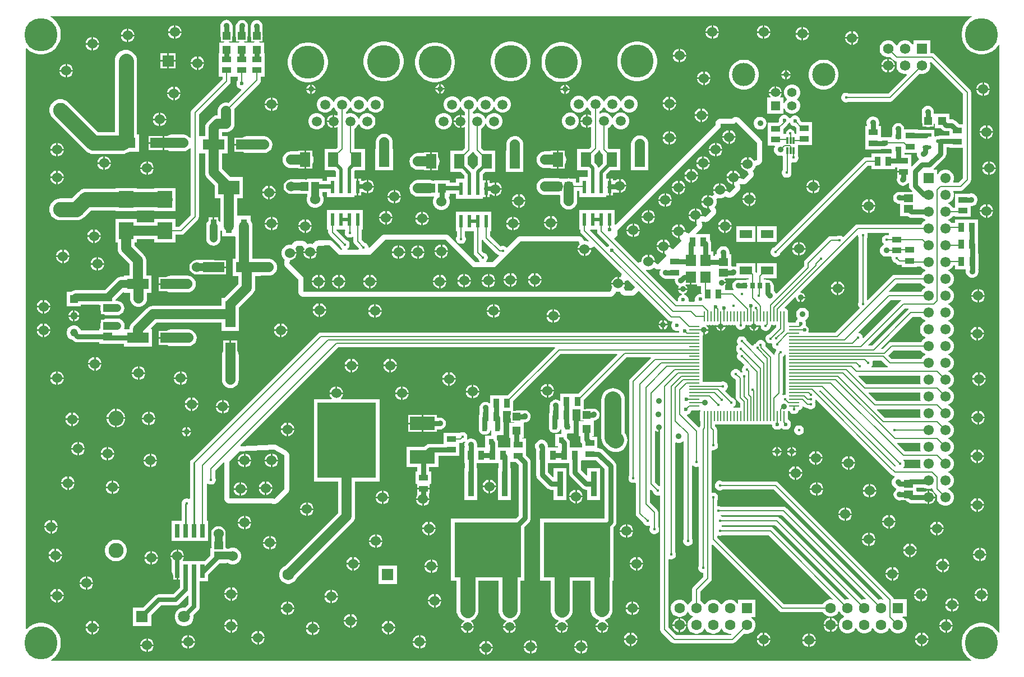
<source format=gtl>
%FSLAX23Y23*%
%MOIN*%
%SFA1B1*%

%IPPOS*%
%AMD45*
4,1,8,0.014800,0.011500,-0.014800,0.011500,-0.026300,0.000000,-0.026300,0.000000,-0.014800,-0.011500,0.014800,-0.011500,0.026300,0.000000,0.026300,0.000000,0.014800,0.011500,0.0*
1,1,0.023040,0.014800,0.000000*
1,1,0.023040,-0.014800,0.000000*
1,1,0.023040,-0.014800,0.000000*
1,1,0.023040,0.014800,0.000000*
%
%ADD13C,0.010000*%
%ADD18R,0.026000X0.080000*%
%ADD19R,0.029530X0.035430*%
%ADD20R,0.057330X0.051360*%
%ADD21R,0.086610X0.098430*%
%ADD22R,0.157480X0.062990*%
%ADD23R,0.397640X0.330710*%
%ADD24R,0.037400X0.151580*%
%ADD25R,0.047240X0.047240*%
%ADD26R,0.063780X0.085830*%
%ADD27R,0.011810X0.038980*%
%ADD28R,0.047240X0.047240*%
%ADD29R,0.125980X0.062990*%
%ADD30R,0.051360X0.057330*%
%ADD31R,0.053150X0.033470*%
%ADD32R,0.062990X0.157480*%
%ADD33R,0.059060X0.066930*%
%ADD34R,0.074800X0.051180*%
%ADD35R,0.033470X0.053150*%
%ADD36R,0.020870X0.077950*%
%ADD37R,0.127950X0.084650*%
%ADD38R,0.037400X0.084650*%
%ADD39O,0.009840X0.061020*%
%ADD40O,0.061020X0.009840*%
%ADD41R,0.035430X0.031500*%
%ADD42R,0.350000X0.450000*%
%ADD43R,0.150000X0.081890*%
%ADD44R,0.052600X0.023030*%
G04~CAMADD=45~8~0.0~0.0~526.0~230.3~115.2~0.0~15~0.0~0.0~0.0~0.0~0~0.0~0.0~0.0~0.0~0~0.0~0.0~0.0~0.0~526.0~230.3*
%ADD45D45*%
%ADD46R,0.031500X0.035430*%
%ADD59R,0.068900X0.068900*%
%ADD60C,0.068900*%
%ADD61C,0.137800*%
%ADD62R,0.055910X0.055910*%
%ADD63C,0.055910*%
%ADD68R,0.061810X0.061810*%
%ADD69C,0.061810*%
%ADD72R,0.055120X0.055120*%
%ADD73C,0.055120*%
%ADD80C,0.100000*%
%ADD81C,0.008000*%
%ADD82C,0.025000*%
%ADD83C,0.030000*%
%ADD84C,0.045000*%
%ADD85C,0.060000*%
%ADD86C,0.090000*%
%ADD87C,0.020000*%
%ADD88C,0.061020*%
%ADD89R,0.061020X0.061020*%
%ADD90C,0.062990*%
%ADD91R,0.062990X0.062990*%
%ADD92R,0.070870X0.070870*%
%ADD93C,0.070870*%
%ADD94C,0.089760*%
%ADD95C,0.196850*%
%ADD96C,0.059060*%
%ADD97R,0.045980X0.045980*%
%ADD98C,0.045980*%
%ADD99C,0.088580*%
%ADD100C,0.060000*%
%ADD101C,0.017720*%
%ADD102C,0.035430*%
%ADD103C,0.023620*%
%LNpcb-1*%
%LPD*%
G36*
X5938Y4069D02*
X5932Y4067D01*
X5917Y4056*
X5904Y4042*
X5893Y4027*
X5885Y4011*
X5879Y3993*
X5876Y3975*
Y3956*
X5879Y3938*
X5885Y3920*
X5893Y3903*
X5904Y3888*
X5917Y3875*
X5932Y3864*
X5949Y3856*
X5967Y3850*
X5985Y3847*
X6004*
X6022Y3850*
X6040Y3856*
X6056Y3864*
X6071Y3875*
X6085Y3888*
X6096Y3903*
X6097Y3906*
X6102Y3905*
Y404*
X6097Y403*
X6096Y405*
X6085Y420*
X6071Y434*
X6056Y445*
X6040Y453*
X6022Y459*
X6004Y462*
X5985*
X5967Y459*
X5949Y453*
X5932Y445*
X5917Y434*
X5904Y420*
X5893Y405*
X5885Y389*
X5879Y371*
X5876Y353*
Y334*
X5879Y316*
X5885Y298*
X5893Y281*
X5904Y266*
X5917Y253*
X5932Y242*
X5935Y241*
X5934Y236*
X464*
X463Y241*
X466Y242*
X481Y253*
X494Y266*
X505Y281*
X513Y298*
X519Y316*
X522Y334*
Y353*
X519Y371*
X513Y389*
X505Y405*
X494Y420*
X481Y434*
X466Y445*
X449Y453*
X431Y459*
X413Y462*
X394*
X376Y459*
X358Y453*
X342Y445*
X327Y434*
X319Y426*
X314Y428*
Y3881*
X319Y3883*
X327Y3875*
X342Y3864*
X358Y3856*
X376Y3850*
X394Y3847*
X413*
X431Y3850*
X449Y3856*
X466Y3864*
X481Y3875*
X494Y3888*
X505Y3903*
X513Y3920*
X519Y3938*
X522Y3956*
Y3975*
X519Y3993*
X513Y4011*
X505Y4027*
X494Y4042*
X481Y4056*
X466Y4067*
X460Y4069*
X461Y4074*
X5937*
X5938Y4069*
G37*
%LNpcb-2*%
%LPC*%
G36*
X4705Y4020D02*
X4705D01*
Y3985*
X4740*
Y3985*
X4737Y3995*
X4732Y4004*
X4724Y4012*
X4715Y4017*
X4705Y4020*
G37*
G36*
X4695D02*
X4694D01*
X4684Y4017*
X4675Y4012*
X4667Y4004*
X4662Y3995*
X4660Y3985*
Y3985*
X4695*
Y4020*
G37*
G36*
X4400D02*
X4400D01*
Y3985*
X4435*
Y3985*
X4432Y3995*
X4427Y4004*
X4419Y4012*
X4410Y4017*
X4400Y4020*
G37*
G36*
X4390D02*
X4389D01*
X4379Y4017*
X4370Y4012*
X4362Y4004*
X4357Y3995*
X4355Y3985*
Y3985*
X4390*
Y4020*
G37*
G36*
X1205D02*
X1205D01*
Y3985*
X1240*
Y3985*
X1237Y3995*
X1232Y4004*
X1224Y4012*
X1215Y4017*
X1205Y4020*
G37*
G36*
X1195D02*
X1194D01*
X1184Y4017*
X1175Y4012*
X1167Y4004*
X1162Y3995*
X1160Y3985*
Y3985*
X1195*
Y4020*
G37*
G36*
X4935Y4010D02*
X4935D01*
Y3975*
X4970*
Y3975*
X4967Y3985*
X4962Y3994*
X4954Y4002*
X4945Y4007*
X4935Y4010*
G37*
G36*
X4925D02*
X4924D01*
X4914Y4007*
X4905Y4002*
X4897Y3994*
X4892Y3985*
X4890Y3975*
Y3975*
X4925*
Y4010*
G37*
G36*
X925Y4000D02*
X925D01*
Y3965*
X960*
Y3965*
X957Y3975*
X952Y3984*
X944Y3992*
X935Y3997*
X925Y4000*
G37*
G36*
X915D02*
X914D01*
X904Y3997*
X895Y3992*
X887Y3984*
X882Y3975*
X880Y3965*
Y3965*
X915*
Y4000*
G37*
G36*
X5230Y3985D02*
X5230D01*
Y3950*
X5265*
Y3950*
X5262Y3960*
X5257Y3969*
X5249Y3977*
X5240Y3982*
X5230Y3985*
G37*
G36*
X5220D02*
X5219D01*
X5209Y3982*
X5200Y3977*
X5192Y3969*
X5187Y3960*
X5185Y3950*
Y3950*
X5220*
Y3985*
G37*
G36*
X4740Y3975D02*
X4705D01*
Y3940*
X4705*
X4715Y3942*
X4724Y3947*
X4732Y3955*
X4737Y3964*
X4740Y3974*
Y3975*
G37*
G36*
X4695D02*
X4660D01*
Y3974*
X4662Y3964*
X4667Y3955*
X4675Y3947*
X4684Y3942*
X4694Y3940*
X4695*
Y3975*
G37*
G36*
X4435D02*
X4400D01*
Y3940*
X4400*
X4410Y3942*
X4419Y3947*
X4427Y3955*
X4432Y3964*
X4435Y3974*
Y3975*
G37*
G36*
X4390D02*
X4355D01*
Y3974*
X4357Y3964*
X4362Y3955*
X4370Y3947*
X4379Y3942*
X4389Y3940*
X4390*
Y3975*
G37*
G36*
X1240D02*
X1205D01*
Y3940*
X1205*
X1215Y3942*
X1224Y3947*
X1232Y3955*
X1237Y3964*
X1240Y3974*
Y3975*
G37*
G36*
X1195D02*
X1160D01*
Y3974*
X1162Y3964*
X1167Y3955*
X1175Y3947*
X1184Y3942*
X1194Y3940*
X1195*
Y3975*
G37*
G36*
X4970Y3965D02*
X4935D01*
Y3930*
X4935*
X4945Y3932*
X4954Y3937*
X4962Y3945*
X4967Y3954*
X4970Y3964*
Y3965*
G37*
G36*
X4925D02*
X4890D01*
Y3964*
X4892Y3954*
X4897Y3945*
X4905Y3937*
X4914Y3932*
X4924Y3930*
X4925*
Y3965*
G37*
G36*
X960Y3955D02*
X925D01*
Y3920*
X925*
X935Y3922*
X944Y3927*
X952Y3935*
X957Y3944*
X960Y3954*
Y3955*
G37*
G36*
X915D02*
X880D01*
Y3954*
X882Y3944*
X887Y3935*
X895Y3927*
X904Y3922*
X914Y3920*
X915*
Y3955*
G37*
G36*
X715Y3950D02*
X715D01*
Y3915*
X750*
Y3915*
X747Y3925*
X742Y3934*
X734Y3942*
X725Y3947*
X715Y3950*
G37*
G36*
X705D02*
X704D01*
X694Y3947*
X685Y3942*
X677Y3934*
X672Y3925*
X670Y3915*
Y3915*
X705*
Y3950*
G37*
G36*
X5690Y3930D02*
X5589D01*
Y3906*
X5584Y3905*
X5580Y3911*
X5571Y3920*
X5559Y3927*
X5546Y3930*
X5533*
X5520Y3927*
X5508Y3920*
X5499Y3911*
X5492Y3899*
X5491Y3899*
X5488*
X5487Y3899*
X5480Y3911*
X5471Y3920*
X5459Y3927*
X5446Y3930*
X5433*
X5420Y3927*
X5408Y3920*
X5399Y3911*
X5392Y3899*
X5389Y3886*
Y3873*
X5392Y3860*
X5399Y3848*
X5408Y3839*
X5420Y3832*
X5433Y3829*
X5446*
X5454Y3831*
X5472Y3812*
X5480Y3807*
X5490Y3805*
X5490*
X5493Y3801*
X5492Y3799*
X5489Y3786*
Y3773*
X5492Y3760*
X5499Y3748*
X5508Y3739*
X5520Y3732*
X5533Y3729*
X5546*
X5548Y3729*
X5550Y3725*
X5439Y3614*
X5205*
X5201Y3616*
X5193Y3618*
X5186*
X5178Y3616*
X5172Y3613*
X5166Y3607*
X5163Y3601*
X5161Y3593*
Y3586*
X5163Y3578*
X5166Y3572*
X5172Y3566*
X5178Y3563*
X5186Y3561*
X5193*
X5201Y3563*
X5205Y3565*
X5450*
X5459Y3567*
X5467Y3572*
X5625Y3731*
X5633Y3729*
X5646*
X5659Y3732*
X5671Y3739*
X5680Y3748*
X5687Y3760*
X5690Y3773*
Y3786*
X5688Y3796*
X5691Y3801*
X5691Y3802*
X5693Y3802*
X5885Y3609*
Y3429*
X5863*
X5842Y3449*
X5835Y3455*
X5826Y3459*
X5817Y3460*
X5803*
Y3493*
X5716*
X5716*
X5711Y3494*
Y3505*
X5710Y3514*
X5707Y3523*
X5701Y3530*
X5694Y3536*
X5685Y3539*
X5676Y3540*
X5667Y3539*
X5658Y3536*
X5651Y3530*
X5645Y3523*
X5642Y3514*
X5641Y3505*
Y3450*
X5642Y3441*
X5643Y3438*
Y3416*
X5667*
X5668Y3415*
X5677Y3414*
X5686Y3415*
X5687Y3416*
X5710*
Y3435*
X5711Y3436*
X5716Y3434*
Y3406*
X5753*
X5760Y3400*
X5767Y3394*
X5775Y3390*
X5785Y3389*
X5802*
X5803Y3389*
Y3365*
X5750*
X5741Y3364*
X5736Y3361*
X5736*
X5727Y3360*
X5720Y3357*
X5719Y3357*
X5715Y3359*
Y3398*
X5622*
Y3397*
X5616*
Y3399*
X5535*
Y3403*
X5534Y3412*
X5530Y3420*
X5524Y3427*
X5517Y3433*
X5509Y3437*
X5500Y3438*
X5490Y3437*
X5482Y3433*
X5475Y3427*
X5469Y3420*
X5465Y3412*
X5464Y3403*
Y3369*
X5463Y3367*
X5462Y3358*
X5461Y3357*
X5460Y3356*
X5458Y3355*
X5454*
X5396*
Y3419*
X5385*
Y3426*
X5387Y3435*
Y3444*
X5385Y3454*
X5380Y3463*
X5373Y3470*
X5364Y3475*
X5354Y3477*
X5345*
X5335Y3475*
X5326Y3470*
X5319Y3463*
X5314Y3454*
X5312Y3444*
Y3435*
X5314Y3426*
Y3419*
X5303*
Y3345*
Y3280*
X5396*
Y3282*
X5418*
X5427Y3283*
X5429Y3284*
X5458*
X5461Y3280*
Y3256*
X5340*
Y3234*
X5310*
X5300Y3232*
X5292Y3227*
X4763Y2698*
X4758Y2696*
X4752Y2693*
X4746Y2687*
X4743Y2681*
X4741Y2673*
Y2666*
X4743Y2658*
X4746Y2652*
X4752Y2646*
X4758Y2643*
X4766Y2641*
X4773*
X4781Y2643*
X4787Y2646*
X4793Y2652*
X4796Y2658*
X4798Y2663*
X5320Y3185*
X5340*
Y3163*
X5479*
Y3173*
X5483Y3175*
X5489*
X5493Y3174*
Y3152*
X5530*
Y3142*
X5493*
Y3120*
X5494*
Y3112*
X5493Y3110*
X5492Y3101*
X5493Y3091*
X5497Y3083*
X5503Y3076*
X5510Y3070*
X5518Y3066*
X5528Y3065*
X5537Y3066*
X5545Y3070*
X5552Y3076*
X5554Y3078*
X5559Y3084*
X5564Y3082*
Y3065*
X5565Y3055*
X5569Y3047*
X5575Y3040*
X5583Y3032*
X5581Y3027*
X5565*
X5558Y3028*
X5506*
X5496Y3027*
X5488Y3023*
X5481Y3017*
X5475Y3010*
X5471Y3002*
X5470Y2993*
X5471Y2983*
X5475Y2975*
X5481Y2968*
X5488Y2962*
X5496Y2958*
X5506Y2957*
X5511*
Y2882*
X5556*
X5560Y2879*
X5569Y2875*
X5578Y2874*
X5643*
X5648Y2869*
X5660Y2862*
X5662Y2862*
Y2857*
X5660Y2857*
X5648Y2850*
X5639Y2841*
X5635Y2834*
X5260*
X5250Y2832*
X5242Y2827*
X5176Y2761*
X5169*
X5167Y2763*
X5161Y2766*
X5153Y2768*
X5146*
X5138Y2766*
X5134Y2764*
X5100*
X5090Y2762*
X5082Y2757*
X4947Y2622*
X4942Y2614*
X4940Y2605*
Y2587*
X4776Y2423*
X4770Y2424*
X4768Y2429*
X4763Y2436*
X4759Y2440*
Y2469*
X4757Y2478*
X4754Y2487*
X4748Y2494*
X4748Y2494*
X4748Y2495*
Y2497*
X4745*
X4741Y2500*
X4732Y2504*
X4723Y2505*
X4716Y2504*
X4711Y2507*
Y2507*
X4700*
Y2514*
X4777*
Y2605*
X4662*
Y2549*
X4659Y2547*
X4654Y2548*
X4651Y2552*
Y2605*
X4536*
Y2585*
X4532Y2582*
X4528Y2584*
X4519Y2585*
X4513Y2584*
X4508Y2588*
Y2657*
X4500*
X4497Y2661*
X4497Y2662*
Y2671*
X4495Y2681*
X4490Y2690*
X4483Y2697*
X4474Y2702*
X4464Y2704*
X4455*
X4445Y2702*
X4436Y2697*
X4429Y2690*
X4424Y2681*
X4422Y2671*
Y2662*
X4422Y2661*
X4419Y2657*
X4411*
Y2647*
X4402*
Y2673*
X4388*
Y2719*
X4387Y2728*
X4383Y2736*
X4379Y2742*
Y2776*
X4300*
X4298Y2781*
X4327Y2809*
X4327Y2809*
X4327Y2809*
X4329Y2812*
X4331Y2815*
X4332Y2815*
X4332Y2816*
X4333Y2819*
X4335Y2822*
X4335Y2823*
X4335Y2823*
X4335Y2827*
X4336Y2830*
X4335Y2831*
X4336Y2831*
X4335Y2834*
X4335Y2838*
X4334Y2838*
X4334Y2839*
X4332Y2849*
X4332Y2850*
X4334Y2852*
X4335Y2853*
X4345Y2850*
X4346Y2850*
X4346Y2850*
X4350Y2849*
X4353Y2848*
X4353Y2849*
X4354Y2848*
X4357Y2849*
X4361Y2849*
X4361Y2849*
X4362Y2850*
X4365Y2851*
X4368Y2852*
X4369Y2852*
X4369Y2853*
X4372Y2855*
X4375Y2857*
X4375Y2857*
X4375Y2857*
X4409Y2891*
X4413Y2897*
X4416Y2904*
X4417Y2912*
X4416Y2920*
X4413Y2927*
X4408Y2937*
X4410Y2939*
X4416Y2950*
X4420Y2963*
Y2976*
X4418Y2982*
X4427Y2991*
X4433Y2990*
X4446*
X4459Y2993*
X4470Y2999*
X4472Y3001*
X4482Y2996*
X4489Y2993*
X4497Y2992*
X4505Y2993*
X4512Y2996*
X4518Y3001*
X4552Y3034*
X4552Y3034*
X4552Y3034*
X4554Y3037*
X4556Y3040*
X4557Y3040*
X4557Y3041*
X4558Y3044*
X4560Y3047*
X4560Y3048*
X4560Y3048*
X4560Y3052*
X4561Y3055*
X4560Y3056*
X4561Y3056*
X4560Y3059*
X4560Y3063*
X4559Y3063*
X4559Y3064*
X4557Y3074*
X4557Y3075*
X4559Y3077*
X4560Y3078*
X4570Y3075*
X4571Y3075*
X4571Y3075*
X4575Y3074*
X4578Y3073*
X4578Y3074*
X4579Y3073*
X4582Y3074*
X4586Y3074*
X4586Y3074*
X4587Y3075*
X4590Y3076*
X4593Y3077*
X4594Y3077*
X4594Y3078*
X4597Y3080*
X4600Y3082*
X4600Y3082*
X4600Y3082*
X4631Y3113*
X4632Y3115*
X4634Y3116*
X4635Y3118*
X4636Y3119*
X4636Y3121*
X4637Y3123*
X4638Y3125*
X4639Y3127*
X4639Y3129*
X4640Y3131*
Y3133*
X4640Y3135*
X4640Y3136*
Y3138*
X4639Y3140*
X4639Y3142*
X4638Y3144*
X4637Y3146*
X4634Y3154*
X4635Y3154*
X4645Y3164*
X4651Y3175*
X4654Y3185*
X4663Y3187*
X4666Y3188*
X4667Y3188*
X4667Y3188*
X4668Y3188*
X4670Y3189*
X4671Y3189*
X4673Y3190*
X4675Y3191*
X4676Y3192*
X4678Y3193*
X4679Y3195*
X4681Y3196*
X4682Y3197*
X4683Y3199*
X4684Y3200*
X4686Y3202*
X4686Y3204*
X4687Y3205*
X4688Y3207*
X4689Y3209*
X4689Y3211*
X4689Y3213*
X4689Y3215*
X4690Y3217*
Y3320*
X4689Y3327*
X4686Y3335*
X4681Y3341*
X4556Y3466*
X4550Y3471*
X4542Y3474*
X4535Y3475*
X4527Y3474*
X4519Y3471*
X4513Y3466*
X4512Y3465*
X4445*
X4437Y3464*
X4429Y3461*
X4423Y3456*
X4418Y3450*
X4415Y3442*
X4414Y3435*
Y3427*
X3820Y2832*
X3815Y2834*
Y2921*
X3604*
Y2803*
X3610*
Y2798*
X3612Y2788*
X3617Y2780*
X3662Y2735*
X3659Y2731*
X3655Y2734*
X3642Y2737*
X3631*
X3629Y2743*
X3628Y2744*
X3628Y2745*
X3626Y2748*
X3625Y2750*
X3625Y2751*
X3624Y2752*
X3624Y2753*
X3622Y2754*
X3621Y2756*
X3619Y2757*
X3618Y2758*
X3616Y2759*
X3614Y2761*
X3613Y2761*
X3611Y2762*
X3609Y2763*
X3607Y2764*
X3605Y2764*
X3604Y2764*
X3601Y2764*
X3599Y2765*
X3255*
X3247Y2764*
X3239Y2761*
X3233Y2756*
X3172Y2695*
X3167Y2700*
X3160Y2704*
X3153Y2706*
X3145*
X3138Y2704*
X3137Y2703*
X3075Y2765*
Y2793*
X3081*
Y2911*
X2871*
Y2793*
X2876*
Y2763*
X2874Y2759*
X2872Y2751*
Y2744*
X2874Y2737*
X2878Y2730*
X2883Y2725*
X2890Y2721*
X2897Y2719*
X2905*
X2912Y2721*
X2919Y2725*
X2924Y2730*
X2928Y2737*
X2930Y2744*
Y2751*
X2928Y2759*
X2925Y2763*
Y2793*
X2976*
Y2667*
X2978Y2658*
X2984Y2650*
X3003Y2631*
X3004Y2626*
X3008Y2620*
X3013Y2615*
X3012Y2612*
X3011Y2610*
X2987*
X2831Y2766*
X2825Y2771*
X2817Y2774*
X2810Y2775*
X2450*
X2442Y2774*
X2434Y2771*
X2428Y2766*
X2356Y2694*
X2351Y2696*
Y2700*
X2349Y2707*
X2345Y2714*
X2340Y2719*
X2333Y2723*
X2329Y2724*
X2310Y2743*
Y2803*
X2316*
Y2921*
X2105*
Y2803*
X2111*
Y2788*
X2113Y2779*
X2119Y2771*
X2181Y2708*
X2183Y2703*
X2186Y2697*
X2192Y2691*
X2195Y2690*
X2193Y2685*
X2187*
X2141Y2731*
X2141Y2731*
X2141Y2731*
X2138Y2733*
X2135Y2736*
X2134Y2736*
X2134Y2736*
X2131Y2737*
X2127Y2739*
X2127Y2739*
X2127Y2739*
X2123Y2739*
X2120Y2740*
X2119Y2740*
X2119Y2740*
X2050Y2739*
X2050Y2739*
X2050Y2739*
X2046Y2738*
X2042Y2738*
X2042Y2738*
X2042Y2738*
X2038Y2736*
X2035Y2734*
X2035Y2734*
X2035Y2734*
X2032Y2732*
X2029Y2730*
X2029Y2730*
X2029Y2729*
X2025Y2725*
X2024Y2724*
X2022Y2723*
X2021Y2721*
X2020Y2719*
X2019Y2717*
X2019Y2717*
X2011Y2720*
X1998*
X1988Y2717*
X1988Y2718*
X1986Y2720*
X1985Y2722*
X1984Y2723*
X1983Y2725*
X1982Y2726*
X1980Y2728*
X1978Y2730*
X1975Y2732*
X1973Y2734*
X1972Y2734*
X1972Y2734*
X1968Y2735*
X1965Y2736*
X1965Y2737*
X1964Y2737*
X1961Y2737*
X1957Y2737*
X1927Y2737*
X1923Y2736*
X1920Y2736*
X1919Y2736*
X1919Y2736*
X1916Y2734*
X1913Y2733*
X1912Y2733*
X1912Y2733*
X1909Y2731*
X1906Y2729*
X1906Y2728*
X1905Y2728*
X1903Y2725*
X1901Y2722*
X1896Y2713*
X1891Y2715*
X1878*
X1865Y2711*
X1854Y2705*
X1844Y2695*
X1838Y2684*
X1835Y2671*
Y2658*
X1838Y2645*
X1844Y2634*
X1854Y2624*
X1855Y2624*
X1852Y2616*
X1851Y2614*
X1850Y2612*
X1850Y2610*
X1850Y2608*
Y2606*
X1849Y2605*
X1850Y2603*
Y2601*
X1850Y2599*
X1850Y2597*
X1851Y2595*
X1852Y2593*
X1853Y2591*
X1853Y2589*
X1855Y2588*
X1855Y2586*
X1857Y2585*
X1858Y2583*
X1934Y2507*
Y2435*
X1935Y2427*
X1938Y2419*
X1943Y2413*
X1949Y2408*
X1957Y2405*
X1965Y2404*
X3785*
X3792Y2405*
X3800Y2408*
X3806Y2413*
X3814Y2421*
X3815Y2423*
X3817Y2425*
X3820Y2428*
X3820Y2429*
X3820Y2429*
X3822Y2432*
X3823Y2434*
X3829Y2432*
X3842*
X3846Y2433*
X3851Y2425*
X3851Y2424*
X3851Y2424*
X3854Y2421*
X3856Y2418*
X3856Y2418*
X3856Y2418*
X3859Y2416*
X3862Y2413*
X3862Y2413*
X3862Y2413*
X3866Y2412*
X3869Y2410*
X3870Y2410*
X3870Y2410*
X3874Y2410*
X3877Y2409*
X3877Y2409*
X3878Y2409*
X3915*
X3922Y2410*
X3930Y2413*
X3936Y2418*
X3958Y2440*
X4132Y2265*
X4140Y2260*
X4150Y2258*
X4156*
X4158Y2253*
X4157Y2252*
X4153Y2245*
X4151Y2237*
Y2228*
X4153Y2220*
X4157Y2213*
X4163Y2207*
X4170Y2203*
X4178Y2201*
X4187*
X4193Y2202*
X4197Y2200*
X4198Y2195*
X4195Y2191*
X2067*
X2057Y2189*
X2049Y2184*
X1301Y1435*
X1296Y1433*
X1291Y1424*
X1289Y1415*
Y1202*
X1284Y1199*
X1281Y1201*
X1273Y1203*
X1266*
X1258Y1201*
X1252Y1198*
X1246Y1192*
X1243Y1186*
X1241Y1178*
Y1178*
X1239Y1170*
Y1071*
X1182*
Y951*
X1398*
Y1071*
X1389*
Y1292*
X1394Y1294*
X1397Y1291*
X1403Y1288*
X1411Y1286*
X1418*
X1426Y1288*
X1432Y1291*
X1438Y1297*
X1441Y1303*
X1443Y1311*
Y1318*
X1441Y1326*
X1439Y1330*
Y1369*
X1489Y1420*
X1494Y1418*
Y1205*
X1495Y1197*
X1498Y1189*
X1503Y1183*
X1509Y1178*
X1517Y1175*
X1525Y1174*
X1773*
X1774Y1173*
X1782Y1170*
X1790Y1169*
X1797Y1170*
X1805Y1173*
X1811Y1178*
X1871Y1238*
X1876Y1244*
X1879Y1252*
X1880Y1260*
Y1460*
X1879Y1463*
X1879Y1467*
X1879Y1467*
X1879Y1467*
X1877Y1471*
X1876Y1475*
X1876Y1475*
X1876Y1475*
X1873Y1478*
X1871Y1481*
X1871Y1481*
X1871Y1481*
X1868Y1483*
X1865Y1486*
X1805Y1521*
X1804Y1521*
X1803Y1521*
X1800Y1522*
X1797Y1524*
X1797Y1524*
X1796Y1524*
X1793Y1524*
X1790Y1525*
X1789Y1525*
X1788Y1525*
X1591Y1515*
X1589Y1520*
X2172Y2103*
X3457*
X3459Y2098*
X3176Y1816*
X3073*
Y1771*
X3068Y1769*
X3064Y1772*
X3056Y1776*
X3047Y1777*
X3037Y1776*
X3029Y1772*
X3022Y1766*
X3016Y1759*
X3012Y1751*
X3011Y1742*
X3012Y1738*
Y1702*
X3012Y1702*
X3008Y1694*
X3007Y1685*
Y1619*
X3008Y1610*
X3012Y1601*
X3016Y1595*
Y1591*
X3021*
X3024Y1588*
X3033Y1585*
X3042Y1584*
X3051Y1585*
X3060Y1588*
X3063Y1591*
X3068*
Y1595*
X3073Y1601*
X3076Y1610*
X3081Y1609*
Y1583*
Y1581*
X3078Y1578*
X3044*
Y1506*
X3000*
X2996Y1511*
X2997Y1517*
Y1526*
X2995Y1536*
X2990Y1545*
X2983Y1552*
X2974Y1557*
X2965Y1559*
X2955*
X2945Y1557*
X2939Y1553*
X2936Y1557*
X2936Y1558*
X2938Y1566*
Y1573*
X2936Y1581*
X2933Y1587*
X2927Y1593*
X2921Y1596*
X2913Y1598*
X2906*
X2898Y1596*
X2895Y1594*
X2890Y1595*
X2797*
Y1528*
X2714*
X2705Y1527*
X2697Y1524*
X2689Y1518*
X2682Y1510*
X2576*
Y1389*
X2641*
Y1363*
X2630*
Y1289*
X2636*
X2640Y1288*
Y1266*
X2677*
X2713*
Y1288*
X2717Y1289*
X2723*
Y1363*
X2712*
Y1389*
X2766*
Y1458*
X2797*
Y1456*
X2890*
Y1521*
Y1534*
X2898*
X2907Y1535*
X2915Y1541*
X2916Y1541*
X2921Y1543*
X2923Y1544*
X2927Y1541*
X2924Y1536*
X2922Y1526*
Y1517*
X2923Y1511*
X2920Y1506*
Y1413*
X2924*
Y1385*
X2921*
Y1194*
X2998*
Y1385*
X2995*
Y1413*
X3124*
Y1385*
X3121*
Y1194*
X3198*
Y1385*
X3195*
Y1420*
X3226*
X3243Y1403*
Y1100*
X3226Y1083*
X2841*
Y712*
X2874*
Y538*
X2875Y525*
X2879Y513*
X2885Y502*
X2892Y493*
Y490*
X2895*
X2903Y484*
X2915Y478*
X2919Y476*
X2919Y471*
X2916Y470*
X2909Y463*
X2905Y454*
X2902Y445*
X2940*
X2977*
X2975Y454*
X2970Y463*
X2963Y470*
X2960Y471*
X2960Y476*
X2964Y478*
X2976Y484*
X2984Y490*
X2987*
Y493*
X2994Y502*
X3000Y513*
X3004Y525*
X3005Y538*
Y712*
X3124*
Y538*
X3125Y525*
X3129Y513*
X3135Y502*
X3142Y493*
Y490*
X3145*
X3153Y484*
X3165Y478*
X3169Y476*
X3169Y471*
X3166Y470*
X3159Y463*
X3155Y454*
X3152Y445*
X3190*
X3227*
X3225Y454*
X3220Y463*
X3213Y470*
X3210Y471*
X3210Y476*
X3214Y478*
X3226Y484*
X3234Y490*
X3237*
Y493*
X3244Y502*
X3250Y513*
X3254Y525*
X3255Y538*
Y712*
X3278*
Y1035*
X3303Y1061*
X3309Y1068*
X3313Y1076*
X3314Y1086*
Y1418*
X3313Y1427*
X3309Y1436*
X3303Y1443*
X3286Y1460*
Y1485*
Y1559*
X3265*
Y1565*
X3273*
Y1651*
Y1652*
X3276Y1656*
X3279*
X3288Y1657*
X3296Y1660*
X3304Y1666*
X3304Y1667*
X3310Y1674*
X3314Y1682*
X3315Y1692*
X3314Y1701*
X3310Y1709*
X3304Y1716*
X3297Y1722*
X3289Y1726*
X3280Y1727*
X3274Y1726*
X3230*
X3220Y1725*
X3219Y1724*
X3212*
Y1782*
X3493Y2063*
X3827*
X3829Y2059*
X3596Y1826*
X3491*
Y1786*
X3486Y1783*
X3481Y1787*
X3473Y1791*
X3464Y1792*
X3454Y1791*
X3446Y1787*
X3439Y1781*
X3438Y1781*
X3432Y1774*
X3429Y1765*
X3428Y1756*
Y1712*
X3428Y1712*
X3424Y1704*
X3423Y1695*
Y1629*
X3424Y1620*
X3428Y1611*
X3432Y1605*
Y1601*
X3437*
X3440Y1598*
X3449Y1595*
X3458Y1594*
X3467Y1595*
X3476Y1598*
X3479Y1601*
X3484*
Y1605*
X3489Y1611*
X3490Y1614*
X3495Y1615*
X3497Y1613*
Y1593*
Y1591*
X3494Y1588*
X3460*
Y1512*
X3478*
Y1506*
X3418*
Y1511*
X3417Y1519*
Y1519*
X3417Y1520*
X3417Y1520*
X3417Y1521*
X3415Y1529*
X3410Y1538*
X3403Y1545*
X3394Y1550*
X3384Y1552*
X3375*
X3365Y1550*
X3356Y1545*
X3349Y1538*
X3344Y1529*
X3342Y1519*
Y1510*
X3344Y1500*
X3346Y1497*
Y1413*
X3348*
Y1344*
X3349Y1335*
X3352Y1326*
X3358Y1319*
X3412Y1265*
X3420Y1259*
X3428Y1256*
X3437Y1254*
X3451*
Y1194*
X3528*
Y1385*
X3451*
Y1333*
X3446Y1331*
X3418Y1359*
Y1413*
X3543*
Y1357*
X3544Y1348*
X3547Y1339*
X3553Y1332*
X3620Y1265*
X3628Y1259*
X3636Y1256*
X3645Y1254*
X3651*
Y1194*
X3728*
Y1385*
X3651*
Y1341*
X3646Y1339*
X3613Y1372*
Y1413*
X3615*
Y1428*
X3619Y1430*
X3620*
X3705*
X3754Y1381*
Y1083*
X3371*
Y713*
X3434*
Y540*
X3435Y527*
X3439Y515*
X3445Y503*
X3452Y495*
Y492*
X3455*
X3463Y485*
X3475Y479*
X3479Y478*
X3479Y473*
X3476Y471*
X3469Y464*
X3465Y456*
X3462Y446*
X3500*
X3537*
X3535Y456*
X3530Y464*
X3523Y471*
X3520Y473*
X3520Y478*
X3525Y479*
X3536Y485*
X3544Y492*
X3547*
Y495*
X3554Y503*
X3560Y515*
X3564Y527*
X3565Y540*
Y713*
X3671*
Y543*
X3672Y530*
X3676Y518*
X3682Y506*
X3690Y496*
X3692Y495*
Y492*
X3696*
X3700Y488*
X3712Y482*
X3721Y479*
X3721Y474*
X3716Y471*
X3709Y464*
X3705Y456*
X3702Y446*
X3740*
X3777*
X3775Y456*
X3770Y464*
X3763Y471*
X3756Y475*
X3756Y480*
X3762Y482*
X3773Y488*
X3777Y492*
X3787*
Y502*
X3791Y506*
X3797Y518*
X3801Y530*
X3802Y543*
Y713*
X3808*
Y1033*
X3814Y1040*
X3820Y1047*
X3824Y1055*
X3825Y1065*
Y1396*
X3824Y1405*
X3820Y1413*
X3814Y1420*
X3743Y1492*
X3736Y1498*
X3727Y1501*
X3718Y1502*
X3712*
Y1569*
X3681*
Y1575*
X3689*
Y1661*
Y1662*
X3691Y1666*
X3697Y1667*
X3705Y1670*
X3713Y1676*
X3713Y1677*
X3719Y1684*
X3723Y1692*
X3724Y1702*
X3723Y1711*
X3719Y1719*
X3713Y1726*
X3706Y1732*
X3698Y1736*
X3689Y1737*
X3683Y1736*
X3646*
X3636Y1735*
X3635Y1734*
X3630*
Y1790*
X3883Y2044*
X4028*
X4030Y2039*
X3907Y1917*
X3902Y1909*
X3900Y1900*
Y1340*
X3898Y1336*
X3896Y1328*
Y1321*
X3898Y1313*
X3901Y1307*
X3907Y1301*
X3913Y1298*
X3921Y1296*
X3928*
X3935Y1297*
X3938Y1296*
X3940Y1295*
Y1115*
X3942Y1105*
X3947Y1097*
X3981Y1063*
X3983Y1058*
X3986Y1052*
X3992Y1046*
X3998Y1043*
X4006Y1041*
X4013*
X4020Y1042*
X4023Y1041*
X4025Y1040*
Y1035*
X4023Y1031*
X4021Y1023*
Y1016*
X4023Y1008*
X4026Y1002*
X4032Y996*
X4038Y993*
X4046Y991*
X4053*
X4061Y993*
X4067Y996*
X4073Y1002*
X4076Y1008*
X4078Y1016*
Y1023*
X4076Y1031*
X4074Y1035*
Y1119*
X4072Y1128*
X4067Y1136*
X4024Y1179*
Y1254*
X4029Y1256*
X4041Y1243*
X4043Y1238*
X4046Y1232*
X4052Y1226*
X4058Y1223*
X4066Y1221*
X4073*
X4080Y1222*
X4083Y1221*
X4085Y1220*
Y425*
X4087Y415*
X4092Y407*
X4152Y347*
X4160Y342*
X4170Y340*
X4515*
X4524Y342*
X4532Y347*
X4585Y400*
X4593Y398*
X4606*
X4619Y402*
X4631Y408*
X4641Y418*
X4647Y430*
X4651Y443*
Y456*
X4647Y469*
X4641Y481*
X4631Y491*
X4627Y493*
X4628Y498*
X4651*
Y601*
X4548*
Y578*
X4543Y577*
X4541Y581*
X4531Y591*
X4519Y597*
X4506Y601*
X4493*
X4480Y597*
X4468Y591*
X4458Y581*
X4452Y571*
X4451Y570*
X4448*
X4447Y571*
X4441Y581*
X4431Y591*
X4419Y597*
X4406Y601*
X4393*
X4380Y597*
X4368Y591*
X4358Y581*
X4352Y571*
X4351Y570*
X4348*
X4347Y571*
X4341Y581*
X4331Y591*
X4324Y595*
Y649*
X4384Y709*
X4389Y717*
X4391Y727*
Y927*
X4396Y929*
X4792Y533*
X4800Y528*
X4809Y526*
X5052*
X5056Y519*
X5066Y509*
X5078Y502*
X5091Y499*
X5104*
X5117Y502*
X5129Y509*
X5139Y519*
X5145Y529*
X5146Y529*
X5149*
X5150Y529*
X5156Y519*
X5166Y509*
X5176Y503*
X5177Y501*
Y499*
X5176Y497*
X5166Y491*
X5156Y482*
X5150Y470*
X5146Y457*
Y443*
X5150Y430*
X5156Y419*
X5166Y409*
X5178Y402*
X5191Y399*
X5204*
X5217Y402*
X5229Y409*
X5239Y419*
X5245Y429*
X5246Y429*
X5249*
X5250Y429*
X5256Y419*
X5266Y409*
X5278Y402*
X5291Y399*
X5304*
X5317Y402*
X5329Y409*
X5339Y419*
X5345Y429*
X5346Y429*
X5349*
X5350Y429*
X5356Y419*
X5366Y409*
X5378Y402*
X5391Y399*
X5404*
X5417Y402*
X5429Y409*
X5439Y419*
X5445Y429*
X5446Y429*
X5449*
X5450Y429*
X5456Y419*
X5466Y409*
X5478Y402*
X5491Y399*
X5504*
X5517Y402*
X5529Y409*
X5539Y419*
X5546Y430*
X5549Y443*
Y457*
X5546Y470*
X5539Y482*
X5529Y491*
X5525Y494*
X5527Y499*
X5549*
Y602*
X5474*
X5472Y609*
X5467Y617*
X4786Y1298*
X4778Y1303*
X4769Y1305*
X4454*
X4450Y1307*
X4442Y1309*
X4435*
X4428Y1307*
X4421Y1303*
X4416Y1298*
X4412Y1291*
X4410Y1284*
Y1277*
X4412Y1269*
X4416Y1263*
X4421Y1257*
X4428Y1253*
X4435Y1251*
X4442*
X4450Y1253*
X4454Y1256*
X4759*
X5409Y605*
X5407Y601*
X5404Y602*
X5391*
X5383Y600*
X4835Y1147*
X4828Y1152*
X4818Y1154*
X4445*
X4441Y1156*
X4433Y1158*
X4426*
X4424Y1160*
Y1194*
X4426Y1198*
X4428Y1206*
Y1213*
X4426Y1221*
X4423Y1227*
X4417Y1233*
X4411Y1236*
X4403Y1238*
X4396*
X4395Y1238*
X4391Y1241*
Y1488*
X4395Y1491*
X4396Y1491*
X4403*
X4411Y1493*
X4417Y1496*
X4423Y1502*
X4426Y1508*
X4428Y1516*
Y1523*
X4426Y1531*
X4424Y1535*
Y1610*
X4422Y1619*
X4417Y1627*
X4411Y1633*
Y1643*
X4416Y1644*
X4416Y1644*
X4416Y1644*
X4426Y1642*
X4435Y1644*
X4436Y1644*
X4436Y1644*
X4445Y1642*
X4455Y1644*
X4455Y1644*
X4455Y1644*
X4465Y1642*
X4475Y1644*
X4475Y1644*
X4475Y1644*
X4485Y1642*
X4495Y1644*
X4495Y1644*
X4495Y1644*
X4505Y1642*
X4514Y1644*
X4514Y1644*
X4514Y1644*
X4524Y1642*
X4534Y1644*
X4534Y1644*
X4534Y1644*
X4544Y1642*
X4554Y1644*
X4554Y1644*
X4554Y1644*
X4564Y1642*
X4573Y1644*
X4573Y1644*
X4574Y1644*
X4583Y1642*
X4593Y1644*
X4593Y1644*
X4593Y1644*
X4603Y1642*
X4613Y1644*
X4613Y1644*
X4613Y1644*
X4623Y1642*
X4632Y1644*
X4632Y1644*
X4633Y1644*
X4642Y1642*
X4652Y1644*
X4652Y1644*
X4652Y1644*
X4662Y1642*
X4672Y1644*
X4672Y1644*
X4672Y1644*
X4682Y1642*
X4691Y1644*
X4692Y1644*
X4692Y1644*
X4701Y1642*
X4711Y1644*
X4711Y1644*
X4711Y1644*
X4721Y1642*
X4731Y1644*
X4731Y1644*
X4731Y1644*
X4741Y1642*
X4745Y1643*
X4749Y1640*
X4751Y1632*
X4755Y1625*
X4761Y1619*
X4768Y1615*
X4776Y1613*
X4785*
X4793Y1615*
X4800Y1619*
X4806Y1625*
X4811Y1619*
X4818Y1615*
X4826Y1613*
X4835*
X4843Y1615*
X4850Y1619*
X4856Y1625*
X4860Y1632*
X4862Y1640*
Y1649*
X4860Y1657*
X4856Y1664*
X4850Y1670*
X4845Y1673*
Y1719*
X4844Y1724*
X4848Y1727*
X4852Y1726*
X4853Y1723*
X4856Y1717*
X4862Y1711*
X4868Y1708*
X4876Y1706*
X4883*
X4891Y1708*
X4897Y1711*
X4903Y1717*
X4906Y1723*
X4908Y1728*
X4915Y1730*
X4923Y1735*
X4929Y1744*
X4930Y1752*
X4935Y1754*
X4942Y1747*
X4950Y1742*
X4960Y1740*
X4964*
X4968Y1737*
X4976Y1735*
X4983*
X4991Y1737*
X4997Y1741*
X5003Y1746*
X5006Y1753*
X5008Y1760*
Y1768*
X5006Y1775*
X5005Y1778*
X5006Y1781*
X5008Y1788*
Y1789*
X5013Y1791*
X5430Y1374*
X5462Y1342*
X5470Y1337*
X5477Y1336*
X5477Y1330*
X5476Y1330*
X5469Y1323*
X5464Y1314*
X5462Y1304*
Y1295*
X5464Y1285*
X5469Y1276*
X5476Y1269*
X5485Y1264*
X5485Y1264*
X5488Y1262*
X5488Y1257*
X5488Y1256*
X5484Y1253*
X5483Y1251*
X5477Y1244*
X5473Y1236*
X5472Y1227*
X5473Y1217*
X5477Y1209*
X5483Y1202*
X5490Y1196*
X5498Y1192*
X5508Y1191*
X5516Y1192*
X5521Y1192*
X5545*
X5553Y1185*
X5560Y1179*
X5569Y1175*
X5578Y1174*
X5660*
X5664Y1172*
X5674Y1169*
X5675*
Y1210*
Y1250*
X5674*
X5664Y1247*
X5660Y1245*
X5613*
X5608Y1246*
Y1268*
X5650*
X5660Y1262*
X5673Y1259*
X5686*
X5699Y1262*
X5701Y1263*
X5705Y1261*
Y1260*
X5707Y1250*
X5712Y1242*
X5731Y1223*
X5729Y1216*
Y1203*
X5732Y1190*
X5739Y1178*
X5748Y1169*
X5760Y1162*
X5773Y1159*
X5786*
X5799Y1162*
X5811Y1169*
X5820Y1178*
X5827Y1190*
X5830Y1203*
Y1216*
X5827Y1229*
X5820Y1241*
X5811Y1250*
X5799Y1257*
X5797Y1257*
Y1262*
X5799Y1262*
X5811Y1269*
X5820Y1278*
X5827Y1290*
X5830Y1303*
Y1316*
X5827Y1329*
X5820Y1341*
X5811Y1350*
X5799Y1357*
X5797Y1357*
Y1362*
X5799Y1362*
X5811Y1369*
X5820Y1378*
X5827Y1390*
X5830Y1403*
Y1416*
X5827Y1429*
X5820Y1441*
X5811Y1450*
X5799Y1457*
X5797Y1457*
Y1462*
X5799Y1462*
X5811Y1469*
X5820Y1478*
X5827Y1490*
X5830Y1503*
Y1516*
X5827Y1529*
X5820Y1541*
X5811Y1550*
X5799Y1557*
X5797Y1557*
Y1562*
X5799Y1562*
X5811Y1569*
X5820Y1578*
X5827Y1590*
X5830Y1603*
Y1616*
X5827Y1629*
X5820Y1641*
X5811Y1650*
X5799Y1657*
X5797Y1657*
Y1662*
X5799Y1662*
X5811Y1669*
X5820Y1678*
X5827Y1690*
X5830Y1703*
Y1716*
X5827Y1729*
X5820Y1741*
X5811Y1750*
X5799Y1757*
X5797Y1757*
Y1762*
X5799Y1762*
X5811Y1769*
X5820Y1778*
X5827Y1790*
X5830Y1803*
Y1816*
X5827Y1829*
X5820Y1841*
X5811Y1850*
X5799Y1857*
X5797Y1857*
Y1862*
X5799Y1862*
X5811Y1869*
X5820Y1878*
X5827Y1890*
X5830Y1903*
Y1916*
X5827Y1929*
X5820Y1941*
X5811Y1950*
X5799Y1957*
X5797Y1957*
Y1962*
X5799Y1962*
X5811Y1969*
X5820Y1978*
X5827Y1990*
X5830Y2003*
Y2016*
X5827Y2029*
X5820Y2041*
X5811Y2050*
X5799Y2057*
X5797Y2057*
Y2062*
X5799Y2062*
X5811Y2069*
X5820Y2078*
X5827Y2090*
X5830Y2103*
Y2116*
X5827Y2129*
X5820Y2141*
X5811Y2150*
X5799Y2157*
X5797Y2157*
Y2162*
X5799Y2162*
X5811Y2169*
X5820Y2178*
X5827Y2190*
X5830Y2203*
Y2216*
X5827Y2229*
X5820Y2241*
X5811Y2250*
X5799Y2257*
X5797Y2257*
Y2262*
X5799Y2262*
X5811Y2269*
X5820Y2278*
X5827Y2290*
X5830Y2303*
Y2316*
X5827Y2329*
X5820Y2341*
X5811Y2350*
X5799Y2357*
X5797Y2357*
Y2362*
X5799Y2362*
X5811Y2369*
X5820Y2378*
X5827Y2390*
X5830Y2403*
Y2416*
X5827Y2429*
X5820Y2441*
X5811Y2450*
X5799Y2457*
X5797Y2457*
Y2462*
X5799Y2462*
X5811Y2469*
X5820Y2478*
X5827Y2490*
X5830Y2503*
Y2516*
X5827Y2529*
X5820Y2541*
X5811Y2550*
X5799Y2557*
X5797Y2557*
Y2562*
X5799Y2562*
X5811Y2569*
X5820Y2578*
X5826Y2589*
X5837*
Y2567*
X5899*
X5902Y2563*
X5901Y2560*
Y2550*
X5904Y2540*
X5909Y2532*
X5916Y2525*
X5924Y2520*
X5934Y2517*
X5944*
X5954Y2520*
X5962Y2525*
X5969Y2532*
X5974Y2540*
X5977Y2550*
Y2560*
X5975Y2566*
X5976Y2567*
Y2660*
X5974*
Y2670*
X5975*
Y2763*
X5973*
Y2771*
X5975*
Y2864*
X5836*
Y2842*
X5818*
X5811Y2850*
X5799Y2857*
X5797Y2857*
Y2862*
X5799Y2862*
X5811Y2869*
X5820Y2878*
X5824Y2885*
X5836*
Y2879*
X5929*
Y2943*
X5938*
X5948Y2946*
X5956Y2951*
X5963Y2958*
X5968Y2966*
X5971Y2976*
Y2986*
X5968Y2996*
X5963Y3004*
X5956Y3011*
X5948Y3016*
X5938Y3019*
X5928*
X5924Y3018*
X5836*
Y2944*
Y2934*
X5824*
X5820Y2941*
X5811Y2950*
X5799Y2957*
X5797Y2957*
Y2962*
X5799Y2962*
X5811Y2969*
X5820Y2978*
X5827Y2990*
X5830Y3003*
Y3016*
X5827Y3029*
X5826Y3031*
X5828Y3035*
X5870*
X5879Y3037*
X5887Y3042*
X5927Y3082*
X5932Y3090*
X5934Y3100*
Y3620*
X5932Y3629*
X5927Y3637*
X5717Y3847*
X5709Y3852*
X5700Y3854*
X5690*
Y3930*
G37*
G36*
X5265Y3940D02*
X5230D01*
Y3905*
X5230*
X5240Y3907*
X5249Y3912*
X5257Y3920*
X5262Y3929*
X5265Y3939*
Y3940*
G37*
G36*
X5220D02*
X5185D01*
Y3939*
X5187Y3929*
X5192Y3920*
X5200Y3912*
X5209Y3907*
X5219Y3905*
X5220*
Y3940*
G37*
G36*
X750Y3905D02*
X715D01*
Y3870*
X715*
X725Y3872*
X734Y3877*
X742Y3885*
X747Y3894*
X750Y3904*
Y3905*
G37*
G36*
X705D02*
X670D01*
Y3904*
X672Y3894*
X677Y3885*
X685Y3877*
X694Y3872*
X704Y3870*
X705*
Y3905*
G37*
G36*
X4205Y3880D02*
X4205D01*
Y3845*
X4240*
Y3845*
X4237Y3855*
X4232Y3864*
X4224Y3872*
X4215Y3877*
X4205Y3880*
G37*
G36*
X4195D02*
X4194D01*
X4184Y3877*
X4175Y3872*
X4167Y3864*
X4162Y3855*
X4160Y3845*
Y3845*
X4195*
Y3880*
G37*
G36*
X1204Y3853D02*
X1164D01*
Y3813*
X1204*
Y3853*
G37*
G36*
X1154D02*
X1113D01*
Y3813*
X1154*
Y3853*
G37*
G36*
X4240Y3835D02*
X4205D01*
Y3800*
X4205*
X4215Y3802*
X4224Y3807*
X4232Y3815*
X4237Y3824*
X4240Y3834*
Y3835*
G37*
G36*
X4195D02*
X4160D01*
Y3834*
X4162Y3824*
X4167Y3815*
X4175Y3807*
X4184Y3802*
X4194Y3800*
X4195*
Y3835*
G37*
G36*
X1340D02*
X1340D01*
Y3800*
X1375*
Y3800*
X1372Y3810*
X1367Y3819*
X1359Y3827*
X1350Y3832*
X1340Y3835*
G37*
G36*
X1330D02*
X1329D01*
X1319Y3832*
X1310Y3827*
X1302Y3819*
X1297Y3810*
X1295Y3800*
Y3800*
X1330*
Y3835*
G37*
G36*
X5445Y3820D02*
X5445D01*
Y3785*
X5480*
Y3785*
X5478Y3795*
X5472Y3805*
X5465Y3812*
X5455Y3818*
X5445Y3820*
G37*
G36*
X5435D02*
X5434D01*
X5424Y3818*
X5414Y3812*
X5407Y3805*
X5401Y3795*
X5399Y3785*
Y3785*
X5435*
Y3820*
G37*
G36*
X1204Y3803D02*
X1164D01*
Y3762*
X1204*
Y3803*
G37*
G36*
X1154D02*
X1113D01*
Y3762*
X1154*
Y3803*
G37*
G36*
X1375Y3790D02*
X1340D01*
Y3755*
X1340*
X1350Y3757*
X1359Y3762*
X1367Y3770*
X1372Y3779*
X1375Y3789*
Y3790*
G37*
G36*
X1330D02*
X1295D01*
Y3789*
X1297Y3779*
X1302Y3770*
X1310Y3762*
X1319Y3757*
X1329Y3755*
X1330*
Y3790*
G37*
G36*
X560D02*
X560D01*
Y3755*
X595*
Y3755*
X592Y3765*
X587Y3774*
X579Y3782*
X570Y3787*
X560Y3790*
G37*
G36*
X550D02*
X549D01*
X539Y3787*
X530Y3782*
X522Y3774*
X517Y3765*
X515Y3755*
Y3755*
X550*
Y3790*
G37*
G36*
X5480Y3775D02*
X5445D01*
Y3739*
X5445*
X5455Y3741*
X5465Y3747*
X5472Y3754*
X5478Y3764*
X5480Y3774*
Y3775*
G37*
G36*
X5435D02*
X5399D01*
Y3774*
X5401Y3764*
X5407Y3754*
X5414Y3747*
X5424Y3741*
X5434Y3739*
X5435*
Y3775*
G37*
G36*
X4838Y3753D02*
Y3731D01*
X4860*
X4858Y3736*
X4855Y3743*
X4850Y3748*
X4843Y3751*
X4838Y3753*
G37*
G36*
X4828D02*
X4822Y3751D01*
X4815Y3748*
X4810Y3743*
X4807Y3736*
X4805Y3731*
X4828*
Y3753*
G37*
G36*
X4350Y3745D02*
X4350D01*
Y3710*
X4385*
Y3710*
X4382Y3720*
X4377Y3729*
X4369Y3737*
X4360Y3742*
X4350Y3745*
G37*
G36*
X4340D02*
X4339D01*
X4329Y3742*
X4320Y3737*
X4312Y3729*
X4307Y3720*
X4305Y3710*
Y3710*
X4340*
Y3745*
G37*
G36*
X595D02*
X560D01*
Y3710*
X560*
X570Y3712*
X579Y3717*
X587Y3725*
X592Y3734*
X595Y3744*
Y3745*
G37*
G36*
X550D02*
X515D01*
Y3744*
X517Y3734*
X522Y3725*
X530Y3717*
X539Y3712*
X549Y3710*
X550*
Y3745*
G37*
G36*
X4860Y3721D02*
X4838D01*
Y3698*
X4843Y3700*
X4850Y3703*
X4855Y3708*
X4858Y3715*
X4860Y3721*
G37*
G36*
X4828D02*
X4805D01*
X4807Y3715*
X4810Y3708*
X4815Y3703*
X4822Y3700*
X4828Y3698*
Y3721*
G37*
G36*
X3957Y3924D02*
X3938D01*
X3920Y3921*
X3902Y3915*
X3886Y3907*
X3871Y3896*
X3857Y3883*
X3846Y3868*
X3838Y3851*
X3832Y3833*
X3829Y3815*
Y3796*
X3832Y3778*
X3838Y3760*
X3846Y3744*
X3857Y3729*
X3871Y3715*
X3886Y3704*
X3902Y3696*
X3920Y3690*
X3938Y3687*
X3957*
X3975Y3690*
X3993Y3696*
X4010Y3704*
X4025Y3715*
X4038Y3729*
X4049Y3744*
X4057Y3760*
X4063Y3778*
X4066Y3796*
Y3815*
X4063Y3833*
X4057Y3851*
X4049Y3868*
X4038Y3883*
X4025Y3896*
X4010Y3907*
X3993Y3915*
X3975Y3921*
X3957Y3924*
G37*
G36*
X3205Y3923D02*
X3187D01*
X3168Y3920*
X3151Y3914*
X3134Y3906*
X3119Y3895*
X3106Y3882*
X3095Y3867*
X3086Y3850*
X3080Y3832*
X3078Y3814*
Y3795*
X3080Y3777*
X3086Y3759*
X3095Y3742*
X3106Y3727*
X3119Y3714*
X3134Y3703*
X3151Y3695*
X3168Y3689*
X3187Y3686*
X3205*
X3224Y3689*
X3241Y3695*
X3258Y3703*
X3273Y3714*
X3286Y3727*
X3297Y3742*
X3306Y3759*
X3311Y3777*
X3314Y3795*
Y3814*
X3311Y3832*
X3306Y3850*
X3297Y3867*
X3286Y3882*
X3273Y3895*
X3258Y3906*
X3241Y3914*
X3224Y3920*
X3205Y3923*
G37*
G36*
X2450D02*
X2432D01*
X2413Y3920*
X2395Y3914*
X2379Y3906*
X2364Y3895*
X2351Y3882*
X2340Y3867*
X2331Y3850*
X2325Y3832*
X2322Y3814*
Y3795*
X2325Y3777*
X2331Y3759*
X2340Y3742*
X2351Y3727*
X2364Y3714*
X2379Y3703*
X2395Y3695*
X2413Y3689*
X2432Y3686*
X2450*
X2469Y3689*
X2486Y3695*
X2503Y3703*
X2518Y3714*
X2531Y3727*
X2542Y3742*
X2551Y3759*
X2556Y3777*
X2559Y3795*
Y3814*
X2556Y3832*
X2551Y3850*
X2542Y3867*
X2531Y3882*
X2518Y3895*
X2503Y3906*
X2486Y3914*
X2469Y3920*
X2450Y3923*
G37*
G36*
X3507Y3919D02*
X3488D01*
X3470Y3916*
X3452Y3910*
X3436Y3902*
X3421Y3891*
X3407Y3878*
X3396Y3863*
X3388Y3846*
X3382Y3828*
X3379Y3810*
Y3791*
X3382Y3773*
X3388Y3755*
X3396Y3739*
X3407Y3724*
X3421Y3710*
X3436Y3699*
X3452Y3691*
X3470Y3685*
X3488Y3682*
X3507*
X3525Y3685*
X3543Y3691*
X3560Y3699*
X3575Y3710*
X3588Y3724*
X3599Y3739*
X3607Y3755*
X3613Y3773*
X3616Y3791*
Y3810*
X3613Y3828*
X3607Y3846*
X3599Y3863*
X3588Y3878*
X3575Y3891*
X3560Y3902*
X3543Y3910*
X3525Y3916*
X3507Y3919*
G37*
G36*
X2755Y3918D02*
X2737D01*
X2718Y3915*
X2701Y3909*
X2684Y3901*
X2669Y3890*
X2656Y3877*
X2645Y3862*
X2636Y3845*
X2630Y3827*
X2628Y3809*
Y3790*
X2630Y3772*
X2636Y3754*
X2645Y3737*
X2656Y3722*
X2669Y3709*
X2684Y3698*
X2701Y3690*
X2718Y3684*
X2737Y3681*
X2755*
X2774Y3684*
X2791Y3690*
X2808Y3698*
X2823Y3709*
X2836Y3722*
X2847Y3737*
X2856Y3754*
X2861Y3772*
X2864Y3790*
Y3809*
X2861Y3827*
X2856Y3845*
X2847Y3862*
X2836Y3877*
X2823Y3890*
X2808Y3901*
X2791Y3909*
X2774Y3915*
X2755Y3918*
G37*
G36*
X2000D02*
X1982D01*
X1963Y3915*
X1945Y3909*
X1929Y3901*
X1914Y3890*
X1901Y3877*
X1890Y3862*
X1881Y3845*
X1875Y3827*
X1872Y3809*
Y3790*
X1875Y3772*
X1881Y3754*
X1890Y3737*
X1901Y3722*
X1914Y3709*
X1929Y3698*
X1945Y3690*
X1963Y3684*
X1982Y3681*
X2000*
X2019Y3684*
X2036Y3690*
X2053Y3698*
X2068Y3709*
X2081Y3722*
X2092Y3737*
X2101Y3754*
X2106Y3772*
X2109Y3790*
Y3809*
X2106Y3827*
X2101Y3845*
X2092Y3862*
X2081Y3877*
X2068Y3890*
X2053Y3901*
X2036Y3909*
X2019Y3915*
X2000Y3918*
G37*
G36*
X4385Y3700D02*
X4350D01*
Y3665*
X4350*
X4360Y3667*
X4369Y3672*
X4377Y3680*
X4382Y3689*
X4385Y3699*
Y3700*
G37*
G36*
X4340D02*
X4305D01*
Y3699*
X4307Y3689*
X4312Y3680*
X4320Y3672*
X4329Y3667*
X4339Y3665*
X4340*
Y3700*
G37*
G36*
X2781Y3669D02*
Y3646D01*
X2803*
X2802Y3652*
X2798Y3658*
X2793Y3663*
X2786Y3667*
X2781Y3669*
G37*
G36*
X2771D02*
X2765Y3667D01*
X2759Y3663*
X2753Y3658*
X2750Y3652*
X2748Y3646*
X2771*
Y3669*
G37*
G36*
X6010Y3680D02*
X6010D01*
Y3645*
X6045*
Y3645*
X6042Y3655*
X6037Y3664*
X6029Y3672*
X6020Y3677*
X6010Y3680*
G37*
G36*
X6000D02*
X5999D01*
X5989Y3677*
X5980Y3672*
X5972Y3664*
X5967Y3655*
X5965Y3645*
Y3645*
X6000*
Y3680*
G37*
G36*
X3525Y3666D02*
Y3644D01*
X3547*
X3545Y3649*
X3542Y3656*
X3537Y3661*
X3530Y3664*
X3525Y3666*
G37*
G36*
X3515D02*
X3509Y3664D01*
X3502Y3661*
X3497Y3656*
X3494Y3649*
X3492Y3644*
X3515*
Y3666*
G37*
G36*
X2014D02*
Y3644D01*
X2036*
X2035Y3649*
X2031Y3656*
X2026Y3661*
X2020Y3664*
X2014Y3666*
G37*
G36*
X2004D02*
X1998Y3664D01*
X1992Y3661*
X1987Y3656*
X1983Y3649*
X1981Y3644*
X2004*
Y3666*
G37*
G36*
X5064Y3815D02*
X5047D01*
X5030Y3812*
X5014Y3805*
X4999Y3795*
X4987Y3783*
X4977Y3768*
X4970Y3752*
X4967Y3735*
Y3717*
X4970Y3700*
X4977Y3684*
X4987Y3670*
X4999Y3657*
X5014Y3647*
X5030Y3641*
X5047Y3637*
X5064*
X5082Y3641*
X5098Y3647*
X5112Y3657*
X5125Y3670*
X5135Y3684*
X5141Y3700*
X5145Y3717*
Y3735*
X5141Y3752*
X5135Y3768*
X5125Y3783*
X5112Y3795*
X5098Y3805*
X5082Y3812*
X5064Y3815*
G37*
G36*
X4590D02*
X4573D01*
X4556Y3812*
X4540Y3805*
X4525Y3795*
X4513Y3783*
X4503Y3768*
X4496Y3752*
X4493Y3735*
Y3717*
X4496Y3700*
X4503Y3684*
X4513Y3670*
X4525Y3657*
X4540Y3647*
X4556Y3641*
X4573Y3637*
X4590*
X4608Y3641*
X4624Y3647*
X4638Y3657*
X4651Y3670*
X4660Y3684*
X4667Y3700*
X4671Y3717*
Y3735*
X4667Y3752*
X4660Y3768*
X4651Y3783*
X4638Y3795*
X4624Y3805*
X4608Y3812*
X4590Y3815*
G37*
G36*
X4775Y3657D02*
Y3625D01*
X4807*
X4805Y3634*
X4800Y3643*
X4793Y3650*
X4784Y3655*
X4775Y3657*
G37*
G36*
X4765D02*
X4755Y3655D01*
X4746Y3650*
X4739Y3643*
X4734Y3634*
X4732Y3625*
X4765*
Y3657*
G37*
G36*
X1200Y3655D02*
X1200D01*
Y3620*
X1235*
Y3620*
X1232Y3630*
X1227Y3639*
X1219Y3647*
X1210Y3652*
X1200Y3655*
G37*
G36*
X1190D02*
X1189D01*
X1179Y3652*
X1170Y3647*
X1162Y3639*
X1157Y3630*
X1155Y3620*
Y3620*
X1190*
Y3655*
G37*
G36*
X2803Y3636D02*
X2781D01*
Y3614*
X2786Y3615*
X2793Y3619*
X2798Y3624*
X2802Y3630*
X2803Y3636*
G37*
G36*
X2771D02*
X2748D01*
X2750Y3630*
X2753Y3624*
X2759Y3619*
X2765Y3615*
X2771Y3614*
Y3636*
G37*
G36*
X3547Y3634D02*
X3525D01*
Y3611*
X3530Y3613*
X3537Y3616*
X3542Y3621*
X3545Y3628*
X3547Y3634*
G37*
G36*
X3515D02*
X3492D01*
X3494Y3628*
X3497Y3621*
X3502Y3616*
X3509Y3613*
X3515Y3611*
Y3634*
G37*
G36*
X2036D02*
X2014D01*
Y3611*
X2020Y3613*
X2026Y3616*
X2031Y3621*
X2035Y3628*
X2036Y3634*
G37*
G36*
X2004D02*
X1981D01*
X1983Y3628*
X1987Y3621*
X1992Y3616*
X1998Y3613*
X2004Y3611*
Y3634*
G37*
G36*
X6045Y3635D02*
X6010D01*
Y3600*
X6010*
X6020Y3602*
X6029Y3607*
X6037Y3615*
X6042Y3624*
X6045Y3634*
Y3635*
G37*
G36*
X6000D02*
X5965D01*
Y3634*
X5967Y3624*
X5972Y3615*
X5980Y3607*
X5989Y3602*
X5999Y3600*
X6000*
Y3635*
G37*
G36*
X1235Y3610D02*
X1200D01*
Y3575*
X1200*
X1210Y3577*
X1219Y3582*
X1227Y3590*
X1232Y3599*
X1235Y3609*
Y3610*
G37*
G36*
X1190D02*
X1155D01*
Y3609*
X1157Y3599*
X1162Y3590*
X1170Y3582*
X1179Y3577*
X1189Y3575*
X1190*
Y3610*
G37*
G36*
X3906Y3599D02*
X3893D01*
X3880Y3596*
X3869Y3589*
X3860Y3580*
X3853Y3569*
X3852Y3564*
X3847*
X3846Y3569*
X3839Y3580*
X3830Y3589*
X3819Y3596*
X3806Y3599*
X3793*
X3780Y3596*
X3769Y3589*
X3760Y3580*
X3753Y3569*
X3752Y3564*
X3747*
X3746Y3569*
X3739Y3580*
X3730Y3589*
X3719Y3596*
X3706Y3599*
X3693*
X3680Y3596*
X3669Y3589*
X3660Y3580*
X3653Y3569*
X3652Y3564*
X3647*
X3646Y3569*
X3639Y3580*
X3630Y3589*
X3619Y3596*
X3606Y3599*
X3593*
X3580Y3596*
X3569Y3589*
X3560Y3580*
X3553Y3569*
X3550Y3556*
Y3543*
X3553Y3530*
X3560Y3519*
X3569Y3510*
X3580Y3503*
X3593Y3500*
X3606*
X3619Y3503*
X3630Y3510*
X3639Y3519*
X3646Y3530*
X3647Y3535*
X3652*
X3653Y3530*
X3660Y3519*
X3669Y3510*
X3675Y3506*
Y3486*
X3670Y3483*
X3665Y3486*
X3655Y3489*
X3655*
Y3450*
Y3410*
X3655*
X3665Y3413*
X3670Y3416*
X3675Y3413*
Y3298*
X3660Y3282*
X3591*
Y3157*
X3654*
X3654Y3156*
Y3116*
X3604*
Y3084*
X3585*
Y3108*
X3547*
X3540Y3109*
X3534Y3108*
X3494*
X3489Y3108*
X3476Y3110*
X3400*
X3386Y3108*
X3374Y3103*
X3364Y3095*
X3356Y3085*
X3351Y3073*
X3349Y3060*
X3351Y3046*
X3356Y3034*
X3364Y3024*
X3374Y3016*
X3386Y3011*
X3400Y3009*
X3476*
X3485Y3010*
X3490Y3006*
Y2974*
X3490Y2970*
Y2967*
X3491Y2964*
X3492Y2961*
X3493Y2957*
X3494Y2954*
X3496Y2951*
X3497Y2948*
X3499Y2946*
X3500Y2943*
X3503Y2941*
X3505Y2938*
X3507Y2936*
X3510Y2934*
X3513Y2932*
X3515Y2930*
X3518Y2929*
X3521Y2927*
X3524Y2926*
X3527Y2925*
X3531Y2924*
X3534Y2924*
X3537*
X3540Y2923*
X3544Y2924*
X3547*
X3550Y2924*
X3554Y2925*
X3557Y2926*
X3560Y2927*
X3563Y2929*
X3566Y2930*
X3568Y2932*
X3571Y2934*
X3573Y2936*
X3576Y2938*
X3578Y2941*
X3580Y2943*
X3582Y2946*
X3584Y2948*
X3585Y2951*
X3587Y2954*
X3588Y2957*
X3589Y2961*
X3590Y2964*
X3590Y2967*
Y2970*
X3591Y2974*
Y3035*
X3604*
Y2998*
X3765*
Y3008*
X3780*
Y3057*
Y3106*
X3765*
Y3116*
X3765*
Y3132*
X3789Y3157*
X3848*
Y3282*
X3781*
X3774Y3290*
Y3406*
X3780Y3410*
X3789Y3419*
X3796Y3430*
X3797Y3435*
X3802*
X3803Y3430*
X3810Y3419*
X3819Y3410*
X3830Y3403*
X3843Y3400*
X3856*
X3869Y3403*
X3880Y3410*
X3889Y3419*
X3896Y3430*
X3899Y3443*
Y3456*
X3896Y3469*
X3889Y3480*
X3880Y3489*
X3869Y3496*
X3856Y3499*
X3843*
X3830Y3496*
X3819Y3489*
X3810Y3480*
X3803Y3469*
X3802Y3464*
X3797*
X3796Y3469*
X3789Y3480*
X3780Y3489*
X3769Y3496*
X3756Y3499*
X3743*
X3730Y3496*
X3728Y3494*
X3724Y3497*
Y3506*
X3730Y3510*
X3739Y3519*
X3746Y3530*
X3747Y3535*
X3752*
X3753Y3530*
X3760Y3519*
X3769Y3510*
X3780Y3503*
X3793Y3500*
X3806*
X3819Y3503*
X3830Y3510*
X3839Y3519*
X3846Y3530*
X3847Y3535*
X3852*
X3853Y3530*
X3860Y3519*
X3869Y3510*
X3880Y3503*
X3893Y3500*
X3906*
X3919Y3503*
X3930Y3510*
X3939Y3519*
X3946Y3530*
X3949Y3543*
Y3556*
X3946Y3569*
X3939Y3580*
X3930Y3589*
X3919Y3596*
X3906Y3599*
G37*
G36*
X3154Y3598D02*
X3141D01*
X3129Y3594*
X3117Y3588*
X3108Y3579*
X3102Y3567*
X3100Y3563*
X3095*
X3094Y3567*
X3087Y3579*
X3078Y3588*
X3067Y3594*
X3054Y3598*
X3041*
X3029Y3594*
X3017Y3588*
X3008Y3579*
X3002Y3567*
X3000Y3563*
X2995*
X2994Y3567*
X2987Y3579*
X2978Y3588*
X2967Y3594*
X2954Y3598*
X2941*
X2929Y3594*
X2917Y3588*
X2908Y3579*
X2902Y3567*
X2900Y3563*
X2895*
X2894Y3567*
X2887Y3579*
X2878Y3588*
X2867Y3594*
X2854Y3598*
X2841*
X2829Y3594*
X2817Y3588*
X2808Y3579*
X2802Y3567*
X2798Y3555*
Y3542*
X2802Y3529*
X2808Y3518*
X2817Y3509*
X2829Y3502*
X2841Y3499*
X2854*
X2867Y3502*
X2878Y3509*
X2887Y3518*
X2894Y3529*
X2895Y3534*
X2900*
X2902Y3529*
X2908Y3518*
X2917Y3509*
X2923Y3505*
Y3485*
X2918Y3482*
X2913Y3485*
X2903Y3488*
X2903*
Y3448*
Y3409*
X2903*
X2913Y3411*
X2918Y3415*
X2923Y3412*
Y3288*
X2907Y3272*
X2837*
Y3147*
X2899*
X2921Y3125*
Y3106*
X2871*
Y3082*
X2833*
Y3098*
X2742*
Y3097*
X2737Y3094*
X2727Y3098*
X2714Y3100*
X2645*
X2631Y3098*
X2619Y3093*
X2609Y3085*
X2601Y3075*
X2596Y3063*
X2594Y3050*
X2596Y3036*
X2601Y3024*
X2609Y3014*
X2619Y3006*
X2631Y3001*
X2645Y2999*
X2714*
X2727Y3001*
X2737Y3005*
X2738Y3004*
X2742Y3001*
X2742Y2996*
X2738Y2989*
X2735Y2976*
Y2963*
X2738Y2950*
X2744Y2939*
X2754Y2929*
X2765Y2923*
X2778Y2920*
X2791*
X2804Y2923*
X2815Y2929*
X2825Y2939*
X2831Y2950*
X2835Y2963*
Y2976*
X2831Y2989*
X2827Y2996*
X2830Y3001*
X2833*
Y3017*
X2871*
Y2988*
X3031*
Y2998*
X3046*
Y3047*
Y3096*
X3031*
Y3106*
X3031*
Y3134*
X3044Y3147*
X3105*
Y3272*
X3036*
X3022Y3286*
Y3405*
X3028Y3409*
X3037Y3418*
X3044Y3429*
X3045Y3434*
X3050*
X3052Y3429*
X3058Y3418*
X3067Y3409*
X3079Y3402*
X3091Y3399*
X3104*
X3117Y3402*
X3128Y3409*
X3137Y3418*
X3144Y3429*
X3147Y3442*
Y3455*
X3144Y3467*
X3137Y3479*
X3128Y3488*
X3117Y3494*
X3104Y3498*
X3091*
X3079Y3494*
X3067Y3488*
X3058Y3479*
X3052Y3467*
X3050Y3463*
X3045*
X3044Y3467*
X3037Y3479*
X3028Y3488*
X3017Y3494*
X3004Y3498*
X2991*
X2979Y3494*
X2977Y3493*
X2972Y3496*
Y3505*
X2978Y3509*
X2987Y3518*
X2994Y3529*
X2995Y3534*
X3000*
X3002Y3529*
X3008Y3518*
X3017Y3509*
X3029Y3502*
X3041Y3499*
X3054*
X3067Y3502*
X3078Y3509*
X3087Y3518*
X3094Y3529*
X3095Y3534*
X3100*
X3102Y3529*
X3108Y3518*
X3117Y3509*
X3129Y3502*
X3141Y3499*
X3154*
X3167Y3502*
X3178Y3509*
X3187Y3518*
X3194Y3529*
X3197Y3542*
Y3555*
X3194Y3567*
X3187Y3579*
X3178Y3588*
X3167Y3594*
X3154Y3598*
G37*
G36*
X2399D02*
X2386D01*
X2374Y3594*
X2362Y3588*
X2353Y3579*
X2347Y3567*
X2345Y3563*
X2340*
X2339Y3567*
X2332Y3579*
X2323Y3588*
X2312Y3594*
X2299Y3598*
X2286*
X2274Y3594*
X2262Y3588*
X2253Y3579*
X2247Y3567*
X2245Y3563*
X2240*
X2239Y3567*
X2232Y3579*
X2223Y3588*
X2212Y3594*
X2199Y3598*
X2186*
X2174Y3594*
X2162Y3588*
X2153Y3579*
X2147Y3567*
X2145Y3563*
X2140*
X2139Y3567*
X2132Y3579*
X2123Y3588*
X2112Y3594*
X2099Y3598*
X2086*
X2074Y3594*
X2062Y3588*
X2053Y3579*
X2047Y3567*
X2043Y3555*
Y3542*
X2047Y3529*
X2053Y3518*
X2062Y3509*
X2074Y3502*
X2086Y3499*
X2099*
X2112Y3502*
X2123Y3509*
X2132Y3518*
X2139Y3529*
X2140Y3534*
X2145*
X2147Y3529*
X2153Y3518*
X2162Y3509*
X2168Y3505*
Y3485*
X2163Y3482*
X2158Y3485*
X2148Y3488*
X2148*
Y3448*
Y3409*
X2148*
X2158Y3411*
X2163Y3415*
X2168Y3412*
Y3293*
X2157Y3282*
X2089*
Y3157*
X2150*
X2156Y3151*
Y3116*
X2105*
Y3092*
X2078*
Y3108*
X1987*
Y3104*
X1982Y3100*
X1980Y3101*
X1969Y3102*
X1890*
X1878Y3101*
X1868Y3097*
X1859Y3090*
X1852Y3081*
X1848Y3071*
X1847Y3060*
X1848Y3048*
X1852Y3038*
X1859Y3029*
X1868Y3022*
X1878Y3018*
X1890Y3017*
X1969*
X1980Y3018*
X1982Y3019*
X1987Y3016*
X1987Y3011*
X1988Y3006*
X1986Y3002*
X1983Y2989*
Y2976*
X1986Y2963*
X1993Y2952*
X2002Y2943*
X2013Y2936*
X2026Y2933*
X2039*
X2052Y2936*
X2063Y2943*
X2073Y2952*
X2079Y2963*
X2083Y2976*
Y2989*
X2079Y3002*
X2077Y3006*
X2078Y3011*
Y3027*
X2105*
Y2998*
X2266*
Y3008*
X2281*
Y3057*
Y3106*
X2266*
Y3116*
X2266*
Y3154*
X2269Y3157*
X2330*
Y3282*
X2267*
Y3405*
X2273Y3409*
X2282Y3418*
X2289Y3429*
X2290Y3434*
X2295*
X2297Y3429*
X2303Y3418*
X2312Y3409*
X2324Y3402*
X2336Y3399*
X2349*
X2362Y3402*
X2373Y3409*
X2382Y3418*
X2389Y3429*
X2392Y3442*
Y3455*
X2389Y3467*
X2382Y3479*
X2373Y3488*
X2362Y3494*
X2349Y3498*
X2336*
X2324Y3494*
X2312Y3488*
X2303Y3479*
X2297Y3467*
X2295Y3463*
X2290*
X2289Y3467*
X2282Y3479*
X2273Y3488*
X2262Y3494*
X2249Y3498*
X2236*
X2224Y3494*
X2221Y3493*
X2217Y3496*
Y3505*
X2223Y3509*
X2232Y3518*
X2239Y3529*
X2240Y3534*
X2245*
X2247Y3529*
X2253Y3518*
X2262Y3509*
X2274Y3502*
X2286Y3499*
X2299*
X2312Y3502*
X2323Y3509*
X2332Y3518*
X2339Y3529*
X2340Y3534*
X2345*
X2347Y3529*
X2353Y3518*
X2362Y3509*
X2374Y3502*
X2386Y3499*
X2399*
X2412Y3502*
X2423Y3509*
X2432Y3518*
X2439Y3529*
X2442Y3542*
Y3555*
X2439Y3567*
X2432Y3579*
X2423Y3588*
X2412Y3594*
X2399Y3598*
G37*
G36*
X4145Y3595D02*
X4145D01*
Y3560*
X4180*
Y3560*
X4177Y3570*
X4172Y3579*
X4164Y3587*
X4155Y3592*
X4145Y3595*
G37*
G36*
X4135D02*
X4134D01*
X4124Y3592*
X4115Y3587*
X4107Y3579*
X4102Y3570*
X4100Y3560*
Y3560*
X4135*
Y3595*
G37*
G36*
X4874Y3667D02*
X4862D01*
X4849Y3664*
X4838Y3658*
X4830Y3649*
X4823Y3638*
X4820Y3626*
Y3613*
X4823Y3601*
X4830Y3590*
X4836Y3584*
X4838Y3580*
X4836Y3577*
X4830Y3570*
X4823Y3559*
X4822Y3556*
X4817Y3557*
Y3589*
X4799*
X4797Y3594*
X4800Y3596*
X4805Y3605*
X4807Y3615*
X4732*
X4734Y3605*
X4739Y3596*
X4742Y3594*
X4740Y3589*
X4722*
Y3493*
X4817*
Y3525*
X4822Y3525*
X4823Y3522*
X4830Y3511*
X4838Y3502*
X4849Y3496*
X4862Y3493*
X4874*
X4886Y3496*
X4897Y3502*
X4906Y3511*
X4913Y3522*
X4916Y3534*
Y3547*
X4913Y3559*
X4906Y3570*
X4900Y3577*
X4898Y3580*
X4900Y3584*
X4906Y3590*
X4913Y3601*
X4916Y3613*
Y3626*
X4913Y3638*
X4906Y3649*
X4897Y3658*
X4886Y3664*
X4874Y3667*
G37*
G36*
X1780Y3590D02*
X1780D01*
Y3555*
X1815*
Y3555*
X1812Y3565*
X1807Y3574*
X1799Y3582*
X1790Y3587*
X1780Y3590*
G37*
G36*
X1770D02*
X1769D01*
X1759Y3587*
X1750Y3582*
X1742Y3574*
X1737Y3565*
X1735Y3555*
Y3555*
X1770*
Y3590*
G37*
G36*
X4180Y3550D02*
X4145D01*
Y3515*
X4145*
X4155Y3517*
X4164Y3522*
X4172Y3530*
X4177Y3539*
X4180Y3549*
Y3550*
G37*
G36*
X4135D02*
X4100D01*
Y3549*
X4102Y3539*
X4107Y3530*
X4115Y3522*
X4124Y3517*
X4134Y3515*
X4135*
Y3550*
G37*
G36*
X1815Y3545D02*
X1780D01*
Y3510*
X1780*
X1790Y3512*
X1799Y3517*
X1807Y3525*
X1812Y3534*
X1815Y3544*
Y3545*
G37*
G36*
X1770D02*
X1735D01*
Y3544*
X1737Y3534*
X1742Y3525*
X1750Y3517*
X1759Y3512*
X1769Y3510*
X1770*
Y3545*
G37*
G36*
X4335Y3525D02*
X4335D01*
Y3490*
X4370*
Y3490*
X4367Y3500*
X4362Y3509*
X4354Y3517*
X4345Y3522*
X4335Y3525*
G37*
G36*
X4325D02*
X4324D01*
X4314Y3522*
X4305Y3517*
X4297Y3509*
X4292Y3500*
X4290Y3490*
Y3490*
X4325*
Y3525*
G37*
G36*
X1115Y3500D02*
X1115D01*
Y3465*
X1150*
Y3465*
X1147Y3475*
X1142Y3484*
X1134Y3492*
X1125Y3497*
X1115Y3500*
G37*
G36*
X1105D02*
X1104D01*
X1094Y3497*
X1085Y3492*
X1077Y3484*
X1072Y3475*
X1070Y3465*
Y3465*
X1105*
Y3500*
G37*
G36*
X3645Y3489D02*
X3644D01*
X3634Y3486*
X3625Y3481*
X3618Y3474*
X3613Y3465*
X3610Y3455*
Y3455*
X3645*
Y3489*
G37*
G36*
X2893Y3488D02*
X2893D01*
X2883Y3485*
X2874Y3480*
X2866Y3473*
X2861Y3464*
X2858Y3454*
Y3453*
X2893*
Y3488*
G37*
G36*
X2138D02*
X2137D01*
X2127Y3485*
X2118Y3480*
X2111Y3473*
X2106Y3464*
X2103Y3454*
Y3453*
X2138*
Y3488*
G37*
G36*
X4370Y3480D02*
X4335D01*
Y3445*
X4335*
X4345Y3447*
X4354Y3452*
X4362Y3460*
X4367Y3469*
X4370Y3479*
Y3480*
G37*
G36*
X4325D02*
X4290D01*
Y3479*
X4292Y3469*
X4297Y3460*
X4305Y3452*
X4314Y3447*
X4324Y3445*
X4325*
Y3480*
G37*
G36*
X1150Y3455D02*
X1115D01*
Y3420*
X1115*
X1125Y3422*
X1134Y3427*
X1142Y3435*
X1147Y3444*
X1150Y3454*
Y3455*
G37*
G36*
X1105D02*
X1070D01*
Y3454*
X1072Y3444*
X1077Y3435*
X1085Y3427*
X1094Y3422*
X1104Y3420*
X1105*
Y3455*
G37*
G36*
X3645Y3445D02*
X3610D01*
Y3444*
X3613Y3434*
X3618Y3425*
X3625Y3418*
X3634Y3413*
X3644Y3410*
X3645*
Y3445*
G37*
G36*
X2893Y3443D02*
X2858D01*
Y3443*
X2861Y3433*
X2866Y3424*
X2874Y3417*
X2883Y3411*
X2893Y3409*
X2893*
Y3443*
G37*
G36*
X2138D02*
X2103D01*
Y3443*
X2106Y3433*
X2111Y3424*
X2118Y3417*
X2127Y3411*
X2137Y3409*
X2138*
Y3443*
G37*
G36*
X3556Y3499D02*
X3543D01*
X3530Y3496*
X3519Y3489*
X3510Y3480*
X3503Y3469*
X3500Y3456*
Y3443*
X3503Y3430*
X3510Y3419*
X3519Y3410*
X3530Y3403*
X3543Y3400*
X3556*
X3569Y3403*
X3580Y3410*
X3589Y3419*
X3596Y3430*
X3599Y3443*
Y3456*
X3596Y3469*
X3589Y3480*
X3580Y3489*
X3569Y3496*
X3556Y3499*
G37*
G36*
X4683Y3474D02*
X4674D01*
X4664Y3472*
X4655Y3467*
X4648Y3460*
X4643Y3451*
X4641Y3441*
Y3432*
X4643Y3422*
X4648Y3413*
X4655Y3406*
X4664Y3401*
X4674Y3399*
X4683*
X4693Y3401*
X4702Y3406*
X4709Y3413*
X4714Y3422*
X4716Y3432*
Y3441*
X4714Y3451*
X4709Y3460*
X4702Y3467*
X4693Y3472*
X4683Y3474*
G37*
G36*
X2804Y3498D02*
X2791D01*
X2779Y3494*
X2767Y3488*
X2758Y3479*
X2752Y3467*
X2748Y3455*
Y3442*
X2752Y3429*
X2758Y3418*
X2767Y3409*
X2779Y3402*
X2791Y3399*
X2804*
X2817Y3402*
X2828Y3409*
X2837Y3418*
X2844Y3429*
X2847Y3442*
Y3455*
X2844Y3467*
X2837Y3479*
X2828Y3488*
X2817Y3494*
X2804Y3498*
G37*
G36*
X2049D02*
X2036D01*
X2024Y3494*
X2012Y3488*
X2003Y3479*
X1997Y3467*
X1993Y3455*
Y3442*
X1997Y3429*
X2003Y3418*
X2012Y3409*
X2024Y3402*
X2036Y3399*
X2049*
X2062Y3402*
X2073Y3409*
X2082Y3418*
X2089Y3429*
X2092Y3442*
Y3455*
X2089Y3467*
X2082Y3479*
X2073Y3488*
X2062Y3494*
X2049Y3498*
G37*
G36*
X6030Y3425D02*
X6030D01*
Y3390*
X6065*
Y3390*
X6062Y3400*
X6057Y3409*
X6049Y3417*
X6040Y3422*
X6030Y3425*
G37*
G36*
X6020D02*
X6019D01*
X6009Y3422*
X6000Y3417*
X5992Y3409*
X5987Y3400*
X5985Y3390*
Y3390*
X6020*
Y3425*
G37*
G36*
X909Y3873D02*
X896Y3872D01*
X884Y3868*
X872Y3862*
X862Y3854*
X854Y3844*
X848Y3833*
X845Y3821*
X843Y3808*
Y3385*
X742*
X566Y3561*
X556Y3569*
X545Y3575*
X532Y3579*
X520Y3580*
X507Y3579*
X495Y3575*
X483Y3569*
X473Y3561*
X465Y3551*
X459Y3540*
X455Y3528*
X454Y3515*
X455Y3502*
X459Y3490*
X465Y3478*
X473Y3469*
X669Y3273*
X678Y3265*
X690Y3259*
X702Y3255*
X715Y3254*
X887*
X900Y3255*
X912Y3259*
X924Y3265*
X927Y3268*
X986*
Y3371*
X974*
Y3808*
X973Y3821*
X969Y3833*
X963Y3844*
X955Y3854*
X945Y3862*
X934Y3868*
X921Y3872*
X909Y3873*
G37*
G36*
X4145Y3390D02*
X4145D01*
Y3355*
X4180*
Y3355*
X4177Y3365*
X4172Y3374*
X4164Y3382*
X4155Y3387*
X4145Y3390*
G37*
G36*
X4135D02*
X4134D01*
X4124Y3387*
X4115Y3382*
X4107Y3374*
X4102Y3365*
X4100Y3355*
Y3355*
X4135*
Y3390*
G37*
G36*
X1507Y4052D02*
X1497Y4051D01*
X1489Y4047*
X1482Y4041*
X1476Y4034*
X1472Y4026*
X1471Y4017*
X1472Y4009*
Y3956*
X1473Y3947*
X1474Y3946*
Y3922*
X1493*
X1494Y3922*
X1492Y3917*
X1464*
Y3854*
X1461*
Y3780*
Y3715*
X1483*
Y3698*
X1302Y3517*
X1297Y3509*
X1295Y3500*
Y3351*
X1290Y3349*
X1285Y3355*
X1275Y3363*
X1263Y3368*
X1250Y3370*
X1182*
X1168Y3368*
X1156Y3363*
X1153Y3361*
X1137*
Y3320*
Y3278*
X1153*
X1156Y3276*
X1168Y3271*
X1182Y3269*
X1250*
X1263Y3271*
X1275Y3276*
X1285Y3284*
X1290Y3290*
X1295Y3288*
Y2890*
X1227Y2821*
X1203*
Y2866*
X1076*
Y2847*
X973*
Y2866*
X846*
Y2728*
X859*
Y2690*
X861Y2676*
X866Y2664*
X874Y2654*
X929Y2599*
Y2531*
X897*
Y2522*
X880*
X868Y2521*
X858Y2517*
X849Y2510*
X785Y2445*
X751*
Y2442*
X610*
X598Y2441*
X588Y2437*
X583Y2432*
X557*
Y2347*
X642*
Y2357*
X751*
Y2354*
X755*
X759Y2349*
X758Y2347*
X757Y2336*
X758Y2325*
X761Y2318*
Y2300*
X776*
X778Y2299*
X788Y2295*
X800Y2293*
X856*
X867Y2295*
X877Y2299*
X886Y2306*
X893Y2315*
X897Y2325*
X899Y2336*
X897Y2347*
X893Y2357*
X886Y2366*
X877Y2373*
X867Y2377*
X856Y2379*
X848*
Y2388*
X892Y2431*
X897Y2429*
Y2428*
X934*
Y2395*
X935Y2391*
Y2388*
X935Y2385*
X936Y2381*
X937Y2378*
X938Y2375*
X940Y2372*
X941Y2369*
X943Y2367*
X944Y2364*
X947Y2361*
X949Y2359*
X951Y2357*
X954Y2354*
X957Y2353*
X959Y2351*
X962Y2350*
X965Y2348*
X968Y2347*
X971Y2346*
X975Y2345*
X978Y2345*
X981*
X985Y2344*
X988Y2345*
X991*
X994Y2345*
X998Y2346*
X1001Y2347*
X1004Y2348*
X1007Y2350*
X1010Y2351*
X1012Y2353*
X1015Y2354*
X1018Y2357*
X1020Y2359*
X1022Y2361*
X1025Y2364*
X1026Y2367*
X1028Y2369*
X1029Y2372*
X1031Y2375*
X1032Y2378*
X1033Y2381*
X1034Y2385*
X1035Y2388*
Y2391*
X1035Y2395*
Y2428*
X1062*
Y2531*
X1030*
Y2620*
X1028Y2633*
X1023Y2645*
X1015Y2655*
X960Y2710*
Y2728*
X973*
Y2747*
X1076*
Y2728*
X1203*
Y2773*
X1237*
X1246Y2774*
X1254Y2780*
X1337Y2862*
X1342Y2870*
X1344Y2880*
Y3256*
X1348Y3258*
X1381*
Y3142*
X1382Y3129*
X1387Y3117*
X1395Y3106*
X1436Y3066*
Y2991*
X1469*
Y2851*
X1464Y2849*
X1459Y2856*
X1458Y2857*
Y2878*
X1434*
Y2825*
X1424*
Y2878*
X1400*
Y2857*
X1399Y2856*
X1392Y2847*
X1388Y2836*
X1386Y2825*
Y2750*
X1388Y2739*
X1392Y2729*
X1399Y2720*
X1408Y2713*
X1418Y2709*
X1429Y2707*
X1440Y2709*
X1450Y2713*
X1459Y2720*
X1466Y2729*
X1470Y2739*
X1472Y2750*
Y2797*
X1477Y2799*
X1481Y2794*
Y2763*
X1558*
X1560Y2759*
Y2714*
X1559Y2710*
X1560Y2705*
Y2631*
X1545*
Y2528*
X1577*
Y2479*
X1497Y2398*
X1478*
Y2350*
X1070*
X1056Y2348*
X1044Y2343*
X1034Y2335*
X945Y2247*
X937Y2236*
X932Y2224*
X931Y2211*
Y2211*
X901*
X897Y2216*
X899Y2220*
X901Y2231*
X899Y2242*
X895Y2253*
X888Y2262*
X879Y2268*
X869Y2273*
X858Y2274*
X800*
X788Y2273*
X778Y2268*
X776Y2267*
X761*
Y2249*
X758Y2242*
X757Y2231*
X758Y2220*
X759Y2218*
X755Y2213*
X751*
Y2203*
X640*
X640Y2206*
X634Y2216*
X626Y2224*
X616Y2230*
X605Y2232*
X594*
X583Y2230*
X573Y2224*
X565Y2216*
X559Y2206*
X557Y2195*
Y2184*
X559Y2173*
X565Y2163*
X573Y2155*
X583Y2149*
X592Y2147*
X596Y2143*
X604Y2137*
X612Y2134*
X621Y2132*
X621*
X751*
Y2122*
X848*
Y2124*
X898*
Y2108*
X1064*
Y2211*
X1059*
X1057Y2216*
X1090Y2249*
X1478*
Y2201*
X1581*
Y2340*
X1664Y2422*
X1672Y2433*
X1677Y2445*
X1678Y2458*
Y2528*
X1711*
Y2529*
X1758*
X1761Y2530*
X1764*
X1768Y2530*
X1771Y2531*
X1774Y2532*
X1777Y2533*
X1780Y2535*
X1783Y2536*
X1786Y2538*
X1788Y2539*
X1791Y2542*
X1793Y2544*
X1795Y2546*
X1798Y2549*
X1799Y2552*
X1801Y2554*
X1803Y2557*
X1804Y2560*
X1805Y2563*
X1806Y2566*
X1807Y2570*
X1808Y2573*
Y2576*
X1808Y2580*
X1808Y2583*
Y2586*
X1807Y2589*
X1806Y2593*
X1805Y2596*
X1804Y2599*
X1803Y2602*
X1801Y2605*
X1799Y2607*
X1798Y2610*
X1795Y2613*
X1793Y2615*
X1791Y2617*
X1788Y2620*
X1786Y2621*
X1783Y2623*
X1780Y2624*
X1777Y2626*
X1774Y2627*
X1771Y2628*
X1768Y2629*
X1764Y2630*
X1761*
X1758Y2630*
X1711*
Y2631*
X1660*
Y2709*
X1660Y2710*
X1660Y2710*
Y2825*
X1659Y2838*
X1654Y2851*
X1649Y2857*
Y2888*
X1571*
X1570Y2892*
Y2991*
X1603*
Y3116*
X1529*
X1482Y3163*
Y3258*
X1514*
Y3361*
X1482*
Y3384*
X1505*
X1508Y3385*
X1511*
X1514Y3385*
X1518Y3386*
X1521Y3387*
X1524Y3388*
X1527Y3390*
X1530Y3391*
X1532Y3393*
X1535Y3394*
X1538Y3397*
X1540Y3399*
X1542Y3401*
X1545Y3404*
X1546Y3407*
X1548Y3409*
X1549Y3412*
X1551Y3415*
X1552Y3418*
X1553Y3421*
X1554Y3425*
X1555Y3428*
Y3431*
X1555Y3435*
Y3510*
X1555Y3513*
Y3516*
X1554Y3519*
X1553Y3523*
X1553Y3523*
X1705Y3675*
X1710Y3683*
X1712Y3693*
Y3715*
X1734*
Y3780*
Y3854*
X1731*
Y3917*
X1703*
X1701Y3922*
X1702Y3922*
X1721*
Y3946*
X1722Y3947*
X1723Y3956*
X1722Y3959*
Y4015*
X1721Y4024*
X1718Y4033*
X1712Y4040*
X1705Y4046*
X1696Y4049*
X1687Y4050*
X1678Y4049*
X1669Y4046*
X1662Y4040*
X1657Y4033*
X1653Y4024*
X1652Y4015*
Y3956*
X1653Y3947*
X1654Y3945*
Y3922*
X1673*
X1674Y3922*
X1672Y3917*
X1644*
X1641*
X1613*
X1611Y3922*
X1612Y3922*
X1631*
Y3946*
X1632Y3947*
X1633Y3956*
Y4004*
X1634Y4006*
X1635Y4016*
X1634Y4025*
X1630Y4033*
X1624Y4040*
X1617Y4046*
X1609Y4050*
X1600Y4051*
X1590Y4050*
X1582Y4046*
X1575Y4040*
X1573Y4038*
X1567Y4031*
X1563Y4023*
X1562Y4014*
Y3956*
X1563Y3947*
X1564Y3946*
Y3922*
X1583*
X1584Y3922*
X1582Y3917*
X1554*
X1551*
X1523*
X1521Y3922*
X1522Y3922*
X1541*
Y3946*
X1542Y3947*
X1543Y3956*
Y4016*
X1542Y4025*
X1538Y4033*
X1532Y4040*
X1531Y4041*
X1524Y4047*
X1516Y4051*
X1507Y4052*
G37*
G36*
X6065Y3380D02*
X6030D01*
Y3345*
X6030*
X6040Y3347*
X6049Y3352*
X6057Y3360*
X6062Y3369*
X6065Y3379*
Y3380*
G37*
G36*
X6020D02*
X5985D01*
Y3379*
X5987Y3369*
X5992Y3360*
X6000Y3352*
X6009Y3347*
X6019Y3345*
X6020*
Y3380*
G37*
G36*
X1127Y3361D02*
X1043D01*
Y3325*
X1127*
Y3361*
G37*
G36*
X4180Y3345D02*
X4145D01*
Y3310*
X4145*
X4155Y3312*
X4164Y3317*
X4172Y3325*
X4177Y3334*
X4180Y3344*
Y3345*
G37*
G36*
X4135D02*
X4100D01*
Y3344*
X4102Y3334*
X4107Y3325*
X4115Y3317*
X4124Y3312*
X4134Y3310*
X4135*
Y3345*
G37*
G36*
X505Y3320D02*
X505D01*
Y3285*
X540*
Y3285*
X537Y3295*
X532Y3304*
X524Y3312*
X515Y3317*
X505Y3320*
G37*
G36*
X495D02*
X494D01*
X484Y3317*
X475Y3312*
X467Y3304*
X462Y3295*
X460Y3285*
Y3285*
X495*
Y3320*
G37*
G36*
X1127Y3315D02*
X1043D01*
Y3278*
X1127*
Y3315*
G37*
G36*
X1730Y3360D02*
X1628D01*
X1615Y3358*
X1603Y3353*
X1600Y3351*
X1555*
Y3315*
X1628*
Y3305*
X1555*
Y3268*
X1600*
X1603Y3266*
X1615Y3261*
X1628Y3259*
X1730*
X1743Y3261*
X1755Y3266*
X1765Y3274*
X1773Y3284*
X1778Y3296*
X1780Y3310*
X1778Y3323*
X1773Y3335*
X1765Y3345*
X1755Y3353*
X1743Y3358*
X1730Y3360*
G37*
G36*
X540Y3275D02*
X505D01*
Y3240*
X505*
X515Y3242*
X524Y3247*
X532Y3255*
X537Y3264*
X540Y3274*
Y3275*
G37*
G36*
X495D02*
X460D01*
Y3274*
X462Y3264*
X467Y3255*
X475Y3247*
X484Y3242*
X494Y3240*
X495*
Y3275*
G37*
G36*
X785Y3240D02*
X785D01*
Y3205*
X820*
Y3205*
X817Y3215*
X812Y3224*
X804Y3232*
X795Y3237*
X785Y3240*
G37*
G36*
X775D02*
X774D01*
X764Y3237*
X755Y3232*
X747Y3224*
X742Y3215*
X740Y3205*
Y3205*
X775*
Y3240*
G37*
G36*
X4827Y3486D02*
X4818D01*
X4810Y3484*
X4803Y3480*
X4797Y3474*
X4793Y3467*
X4791Y3459*
Y3450*
X4791Y3448*
X4784Y3441*
X4723*
Y3367*
Y3302*
X4764*
X4767Y3298*
X4764Y3294*
X4762Y3284*
Y3275*
X4764Y3265*
X4769Y3256*
X4776Y3249*
X4785Y3244*
X4795Y3242*
X4804*
X4809Y3243*
X4813Y3240*
Y3232*
X4814*
Y3160*
X4813Y3159*
X4809Y3153*
X4808Y3145*
Y3138*
X4809Y3130*
X4813Y3124*
X4819Y3118*
X4825Y3115*
X4833Y3113*
X4840*
X4848Y3115*
X4854Y3118*
X4859Y3124*
X4863Y3130*
X4865Y3138*
Y3145*
X4863Y3153*
Y3201*
X4868Y3204*
X4874Y3203*
X4881*
X4889Y3205*
X4895Y3208*
X4901Y3214*
X4904Y3220*
X4906Y3228*
Y3235*
X4904Y3243*
X4904Y3243*
Y3306*
X4988*
Y3371*
Y3445*
X4926*
X4917Y3453*
Y3455*
X4915Y3463*
X4911Y3470*
X4905Y3476*
X4898Y3480*
X4890Y3482*
X4881*
X4873Y3480*
X4866Y3476*
X4860Y3470*
X4858Y3466*
X4852Y3466*
X4852Y3467*
X4848Y3474*
X4842Y3480*
X4835Y3484*
X4827Y3486*
G37*
G36*
X6045Y3210D02*
X6045D01*
Y3175*
X6080*
Y3175*
X6077Y3185*
X6072Y3194*
X6064Y3202*
X6055Y3207*
X6045Y3210*
G37*
G36*
X6035D02*
X6034D01*
X6024Y3207*
X6015Y3202*
X6007Y3194*
X6002Y3185*
X6000Y3175*
Y3175*
X6035*
Y3210*
G37*
G36*
X1040D02*
X1040D01*
Y3175*
X1075*
Y3175*
X1072Y3185*
X1067Y3194*
X1059Y3202*
X1050Y3207*
X1040Y3210*
G37*
G36*
X1030D02*
X1029D01*
X1019Y3207*
X1010Y3202*
X1002Y3194*
X997Y3185*
X995Y3175*
Y3175*
X1030*
Y3210*
G37*
G36*
X3518Y3272D02*
X3481D01*
Y3220*
Y3167*
X3518*
Y3192*
X3520Y3194*
X3525Y3206*
X3527Y3220*
X3525Y3233*
X3520Y3245*
X3518Y3247*
Y3272*
G37*
G36*
X3471D02*
X3435D01*
Y3270*
X3400*
X3386Y3268*
X3374Y3263*
X3364Y3255*
X3356Y3245*
X3351Y3233*
X3349Y3220*
X3351Y3206*
X3356Y3194*
X3364Y3184*
X3374Y3176*
X3386Y3171*
X3400Y3169*
X3435*
Y3167*
X3471*
Y3220*
Y3272*
G37*
G36*
X2017D02*
X1980D01*
Y3220*
Y3167*
X2017*
Y3192*
X2018Y3194*
X2023Y3206*
X2025Y3220*
X2023Y3233*
X2018Y3245*
X2017Y3247*
Y3272*
G37*
G36*
X1970D02*
X1933D01*
Y3270*
X1890*
X1876Y3268*
X1864Y3263*
X1854Y3255*
X1846Y3245*
X1841Y3233*
X1839Y3220*
X1841Y3206*
X1846Y3194*
X1854Y3184*
X1864Y3176*
X1876Y3171*
X1890Y3169*
X1933*
Y3167*
X1970*
Y3220*
Y3272*
G37*
G36*
X820Y3195D02*
X785D01*
Y3160*
X785*
X795Y3162*
X804Y3167*
X812Y3175*
X817Y3184*
X820Y3194*
Y3195*
G37*
G36*
X775D02*
X740D01*
Y3194*
X742Y3184*
X747Y3175*
X755Y3167*
X764Y3162*
X774Y3160*
X775*
Y3195*
G37*
G36*
X3965Y3365D02*
X3961Y3365D01*
X3958*
X3955Y3364*
X3951Y3363*
X3948Y3362*
X3945Y3361*
X3942Y3359*
X3939Y3358*
X3937Y3356*
X3934Y3355*
X3931Y3352*
X3929Y3350*
X3927Y3348*
X3925Y3346*
X3924Y3345*
X3924Y3345*
X3919Y3338*
X3914Y3326*
X3912Y3313*
Y3282*
X3911*
Y3157*
X4014*
Y3282*
X4013*
Y3301*
X4013Y3301*
X4014Y3305*
X4015Y3308*
Y3311*
X4015Y3315*
X4015Y3318*
Y3321*
X4014Y3324*
X4013Y3328*
X4012Y3331*
X4011Y3334*
X4009Y3337*
X4008Y3340*
X4006Y3342*
X4005Y3345*
X4002Y3348*
X4000Y3350*
X3998Y3352*
X3995Y3355*
X3992Y3356*
X3990Y3358*
X3987Y3359*
X3984Y3361*
X3981Y3362*
X3978Y3363*
X3974Y3364*
X3971Y3365*
X3968*
X3965Y3365*
G37*
G36*
X2765Y3262D02*
X2728D01*
Y3210*
Y3157*
X2765*
Y3182*
X2767Y3184*
X2772Y3196*
X2773Y3210*
X2772Y3223*
X2767Y3235*
X2765Y3237*
Y3262*
G37*
G36*
X2718D02*
X2681D01*
Y3260*
X2645*
X2631Y3258*
X2619Y3253*
X2609Y3245*
X2601Y3235*
X2596Y3223*
X2594Y3210*
X2596Y3196*
X2601Y3184*
X2609Y3174*
X2619Y3166*
X2631Y3161*
X2645Y3159*
X2681*
Y3157*
X2718*
Y3210*
Y3262*
G37*
G36*
X2445Y3375D02*
X2441Y3375D01*
X2438*
X2435Y3374*
X2431Y3373*
X2428Y3372*
X2425Y3371*
X2422Y3369*
X2419Y3368*
X2417Y3366*
X2414Y3365*
X2411Y3362*
X2409Y3360*
X2407Y3358*
X2404Y3355*
X2403Y3352*
X2401Y3350*
X2400Y3347*
X2398Y3344*
X2397Y3341*
X2396Y3338*
X2395Y3334*
X2395Y3331*
Y3328*
X2394Y3325*
Y3282*
X2392*
Y3157*
X2496*
Y3282*
X2495*
Y3325*
X2495Y3328*
Y3331*
X2494Y3334*
X2493Y3338*
X2492Y3341*
X2491Y3344*
X2489Y3347*
X2488Y3350*
X2486Y3352*
X2485Y3355*
X2482Y3358*
X2480Y3360*
X2478Y3362*
X2475Y3365*
X2472Y3366*
X2470Y3368*
X2467Y3369*
X2464Y3371*
X2461Y3372*
X2458Y3373*
X2454Y3374*
X2451Y3375*
X2448*
X2445Y3375*
G37*
G36*
X3226Y3360D02*
X3213D01*
X3207Y3358*
X3206Y3358*
X3205Y3357*
X3200Y3356*
X3196Y3353*
X3194Y3353*
X3192Y3352*
X3189Y3350*
X3186Y3347*
X3183Y3345*
X3181Y3342*
X3179Y3340*
X3178Y3338*
X3175Y3334*
X3174Y3330*
X3173Y3329*
X3173Y3328*
X3170Y3322*
X3170Y3316*
X3170Y3316*
Y3316*
X3169Y3309*
Y3272*
X3167*
Y3147*
X3271*
Y3272*
X3269*
Y3303*
X3270Y3303*
Y3316*
X3266Y3329*
X3260Y3340*
X3250Y3350*
X3239Y3356*
X3226Y3360*
G37*
G36*
X6080Y3165D02*
X6045D01*
Y3130*
X6045*
X6055Y3132*
X6064Y3137*
X6072Y3145*
X6077Y3154*
X6080Y3164*
Y3165*
G37*
G36*
X6035D02*
X6000D01*
Y3164*
X6002Y3154*
X6007Y3145*
X6015Y3137*
X6024Y3132*
X6034Y3130*
X6035*
Y3165*
G37*
G36*
X1075D02*
X1040D01*
Y3130*
X1040*
X1050Y3132*
X1059Y3137*
X1067Y3145*
X1072Y3154*
X1075Y3164*
Y3165*
G37*
G36*
X1030D02*
X995D01*
Y3164*
X997Y3154*
X1002Y3145*
X1010Y3137*
X1019Y3132*
X1029Y3130*
X1030*
Y3165*
G37*
G36*
X505Y3155D02*
X505D01*
Y3120*
X540*
Y3120*
X537Y3130*
X532Y3139*
X524Y3147*
X515Y3152*
X505Y3155*
G37*
G36*
X495D02*
X494D01*
X484Y3152*
X475Y3147*
X467Y3139*
X462Y3130*
X460Y3120*
Y3120*
X495*
Y3155*
G37*
G36*
X540Y3110D02*
X505D01*
Y3075*
X505*
X515Y3077*
X524Y3082*
X532Y3090*
X537Y3099*
X540Y3109*
Y3110*
G37*
G36*
X495D02*
X460D01*
Y3109*
X462Y3099*
X467Y3090*
X475Y3082*
X484Y3077*
X494Y3075*
X495*
Y3110*
G37*
G36*
X3850Y3105D02*
X3850D01*
Y3070*
X3885*
Y3070*
X3882Y3080*
X3877Y3089*
X3869Y3097*
X3860Y3102*
X3850Y3105*
G37*
G36*
X5000Y3100D02*
X5000D01*
Y3065*
X5035*
Y3065*
X5032Y3075*
X5027Y3084*
X5019Y3092*
X5010Y3097*
X5000Y3100*
G37*
G36*
X4990D02*
X4989D01*
X4979Y3097*
X4970Y3092*
X4962Y3084*
X4957Y3075*
X4955Y3065*
Y3065*
X4990*
Y3100*
G37*
G36*
X2350D02*
X2350D01*
Y3065*
X2385*
Y3065*
X2382Y3075*
X2377Y3084*
X2369Y3092*
X2360Y3097*
X2350Y3100*
G37*
G36*
X3110Y3085D02*
X3110D01*
Y3050*
X3145*
Y3050*
X3142Y3060*
X3137Y3069*
X3129Y3077*
X3120Y3082*
X3110Y3085*
G37*
G36*
X1203Y3051D02*
X1076D01*
Y3047*
X973*
Y3051*
X846*
Y3047*
X672*
X659Y3046*
X647Y3042*
X636Y3036*
X626Y3028*
X587Y2990*
X520*
X507Y2988*
X495Y2985*
X483Y2979*
X473Y2970*
X465Y2961*
X459Y2949*
X455Y2937*
X454Y2924*
X455Y2911*
X459Y2899*
X465Y2888*
X473Y2878*
X483Y2870*
X495Y2864*
X507Y2860*
X520Y2859*
X614*
X627Y2860*
X639Y2864*
X651Y2870*
X660Y2878*
X699Y2917*
X846*
Y2913*
X973*
Y2917*
X1076*
Y2913*
X1203*
Y2967*
X1204Y2969*
X1205Y2982*
X1204Y2995*
X1203Y2997*
Y3051*
G37*
G36*
X1765Y3065D02*
X1765D01*
Y3030*
X1800*
Y3030*
X1797Y3040*
X1792Y3049*
X1784Y3057*
X1775Y3062*
X1765Y3065*
G37*
G36*
X1755D02*
X1754D01*
X1744Y3062*
X1735Y3057*
X1727Y3049*
X1722Y3040*
X1720Y3030*
Y3030*
X1755*
Y3065*
G37*
G36*
X3885Y3060D02*
X3850D01*
Y3025*
X3850*
X3860Y3027*
X3869Y3032*
X3877Y3040*
X3882Y3049*
X3885Y3059*
Y3060*
G37*
G36*
X3805Y3106D02*
X3790D01*
Y3057*
Y3008*
X3805*
Y3025*
X3837*
X3839Y3025*
X3840*
Y3065*
Y3105*
X3839*
X3829Y3102*
X3820Y3097*
X3819Y3096*
X3805*
Y3106*
G37*
G36*
X5035Y3055D02*
X5000D01*
Y3020*
X5000*
X5010Y3022*
X5019Y3027*
X5027Y3035*
X5032Y3044*
X5035Y3054*
Y3055*
G37*
G36*
X4990D02*
X4955D01*
Y3054*
X4957Y3044*
X4962Y3035*
X4970Y3027*
X4979Y3022*
X4989Y3020*
X4990*
Y3055*
G37*
G36*
X2385D02*
X2350D01*
Y3020*
X2350*
X2360Y3022*
X2369Y3027*
X2377Y3035*
X2382Y3044*
X2385Y3054*
Y3055*
G37*
G36*
X2306Y3106D02*
X2291D01*
Y3057*
Y3008*
X2306*
Y3027*
X2321*
X2329Y3022*
X2339Y3020*
X2340*
Y3060*
Y3100*
X2339*
X2329Y3097*
X2321Y3092*
X2306*
Y3106*
G37*
G36*
X3145Y3040D02*
X3110D01*
Y3005*
X3110*
X3120Y3007*
X3129Y3012*
X3137Y3020*
X3142Y3029*
X3145Y3039*
Y3040*
G37*
G36*
X3071Y3096D02*
X3056D01*
Y3047*
Y2998*
X3071*
Y3014*
X3079*
X3080Y3012*
X3089Y3007*
X3099Y3005*
X3100*
Y3045*
Y3085*
X3099*
X3089Y3082*
X3085Y3079*
X3071*
Y3096*
G37*
G36*
X2510Y3040D02*
X2510D01*
Y3005*
X2545*
Y3005*
X2542Y3015*
X2537Y3024*
X2529Y3032*
X2520Y3037*
X2510Y3040*
G37*
G36*
X2500D02*
X2499D01*
X2489Y3037*
X2480Y3032*
X2472Y3024*
X2467Y3015*
X2465Y3005*
Y3005*
X2500*
Y3040*
G37*
G36*
X4620Y3025D02*
X4620D01*
Y2990*
X4655*
Y2990*
X4652Y3000*
X4647Y3009*
X4639Y3017*
X4630Y3022*
X4620Y3025*
G37*
G36*
X4610D02*
X4609D01*
X4599Y3022*
X4590Y3017*
X4582Y3009*
X4577Y3000*
X4575Y2990*
Y2990*
X4610*
Y3025*
G37*
G36*
X1800Y3020D02*
X1765D01*
Y2985*
X1765*
X1775Y2987*
X1784Y2992*
X1792Y3000*
X1797Y3009*
X1800Y3019*
Y3020*
G37*
G36*
X1755D02*
X1720D01*
Y3019*
X1722Y3009*
X1727Y3000*
X1735Y2992*
X1744Y2987*
X1754Y2985*
X1755*
Y3020*
G37*
G36*
X3250Y3015D02*
X3250D01*
Y2980*
X3285*
Y2980*
X3282Y2990*
X3277Y2999*
X3269Y3007*
X3260Y3012*
X3250Y3015*
G37*
G36*
X3240D02*
X3239D01*
X3229Y3012*
X3220Y3007*
X3212Y2999*
X3207Y2990*
X3205Y2980*
Y2980*
X3240*
Y3015*
G37*
G36*
X2545Y2995D02*
X2510D01*
Y2960*
X2510*
X2520Y2962*
X2529Y2967*
X2537Y2975*
X2542Y2984*
X2545Y2994*
Y2995*
G37*
G36*
X2500D02*
X2465D01*
Y2994*
X2467Y2984*
X2472Y2975*
X2480Y2967*
X2489Y2962*
X2499Y2960*
X2500*
Y2995*
G37*
G36*
X5330Y2985D02*
X5330D01*
Y2950*
X5365*
Y2950*
X5362Y2960*
X5357Y2969*
X5349Y2977*
X5340Y2982*
X5330Y2985*
G37*
G36*
X5320D02*
X5319D01*
X5309Y2982*
X5300Y2977*
X5292Y2969*
X5287Y2960*
X5285Y2950*
Y2950*
X5320*
Y2985*
G37*
G36*
X4655Y2980D02*
X4620D01*
Y2945*
X4620*
X4630Y2947*
X4639Y2952*
X4647Y2960*
X4652Y2969*
X4655Y2979*
Y2980*
G37*
G36*
X4610D02*
X4575D01*
Y2979*
X4577Y2969*
X4582Y2960*
X4590Y2952*
X4599Y2947*
X4609Y2945*
X4610*
Y2980*
G37*
G36*
X3285Y2970D02*
X3250D01*
Y2935*
X3250*
X3260Y2937*
X3269Y2942*
X3277Y2950*
X3282Y2959*
X3285Y2969*
Y2970*
G37*
G36*
X3240D02*
X3205D01*
Y2969*
X3207Y2959*
X3212Y2950*
X3220Y2942*
X3229Y2937*
X3239Y2935*
X3240*
Y2970*
G37*
G36*
X6030Y2955D02*
X6030D01*
Y2920*
X6065*
Y2920*
X6062Y2930*
X6057Y2939*
X6049Y2947*
X6040Y2952*
X6030Y2955*
G37*
G36*
X6020D02*
X6019D01*
X6009Y2952*
X6000Y2947*
X5992Y2939*
X5987Y2930*
X5985Y2920*
Y2920*
X6020*
Y2955*
G37*
G36*
X5365Y2940D02*
X5330D01*
Y2905*
X5330*
X5340Y2907*
X5349Y2912*
X5357Y2920*
X5362Y2929*
X5365Y2939*
Y2940*
G37*
G36*
X5320D02*
X5285D01*
Y2939*
X5287Y2929*
X5292Y2920*
X5300Y2912*
X5309Y2907*
X5319Y2905*
X5320*
Y2940*
G37*
G36*
X2460Y2915D02*
X2460D01*
Y2880*
X2495*
Y2880*
X2492Y2890*
X2487Y2899*
X2479Y2907*
X2470Y2912*
X2460Y2915*
G37*
G36*
X2450D02*
X2449D01*
X2439Y2912*
X2430Y2907*
X2422Y2899*
X2417Y2890*
X2415Y2880*
Y2880*
X2450*
Y2915*
G37*
G36*
X6065Y2910D02*
X6030D01*
Y2875*
X6030*
X6040Y2877*
X6049Y2882*
X6057Y2890*
X6062Y2899*
X6065Y2909*
Y2910*
G37*
G36*
X6020D02*
X5985D01*
Y2909*
X5987Y2899*
X5992Y2890*
X6000Y2882*
X6009Y2877*
X6019Y2875*
X6020*
Y2910*
G37*
G36*
X2675D02*
X2675D01*
Y2875*
X2710*
Y2875*
X2707Y2885*
X2702Y2894*
X2694Y2902*
X2685Y2907*
X2675Y2910*
G37*
G36*
X2665D02*
X2664D01*
X2654Y2907*
X2645Y2902*
X2637Y2894*
X2632Y2885*
X2630Y2875*
Y2875*
X2665*
Y2910*
G37*
G36*
X3440Y2885D02*
X3440D01*
Y2850*
X3475*
Y2850*
X3472Y2860*
X3467Y2869*
X3459Y2877*
X3450Y2882*
X3440Y2885*
G37*
G36*
X3430D02*
X3429D01*
X3419Y2882*
X3410Y2877*
X3402Y2869*
X3397Y2860*
X3395Y2850*
Y2850*
X3430*
Y2885*
G37*
G36*
X3215Y2880D02*
X3215D01*
Y2845*
X3250*
Y2845*
X3247Y2855*
X3242Y2864*
X3234Y2872*
X3225Y2877*
X3215Y2880*
G37*
G36*
X3205D02*
X3204D01*
X3194Y2877*
X3185Y2872*
X3177Y2864*
X3172Y2855*
X3170Y2845*
Y2845*
X3205*
Y2880*
G37*
G36*
X1780D02*
X1780D01*
Y2845*
X1815*
Y2845*
X1812Y2855*
X1807Y2864*
X1799Y2872*
X1790Y2877*
X1780Y2880*
G37*
G36*
X1770D02*
X1769D01*
X1759Y2877*
X1750Y2872*
X1742Y2864*
X1737Y2855*
X1735Y2845*
Y2845*
X1770*
Y2880*
G37*
G36*
X2495Y2870D02*
X2460D01*
Y2835*
X2460*
X2470Y2837*
X2479Y2842*
X2487Y2850*
X2492Y2859*
X2495Y2869*
Y2870*
G37*
G36*
X2450D02*
X2415D01*
Y2869*
X2417Y2859*
X2422Y2850*
X2430Y2842*
X2439Y2837*
X2449Y2835*
X2450*
Y2870*
G37*
G36*
X4475Y2865D02*
X4475D01*
Y2830*
X4510*
Y2830*
X4507Y2840*
X4502Y2849*
X4494Y2857*
X4485Y2862*
X4475Y2865*
G37*
G36*
X4465D02*
X4464D01*
X4454Y2862*
X4445Y2857*
X4437Y2849*
X4432Y2840*
X4430Y2830*
Y2830*
X4465*
Y2865*
G37*
G36*
X2710D02*
X2675D01*
Y2830*
X2675*
X2685Y2832*
X2694Y2837*
X2702Y2845*
X2707Y2854*
X2710Y2864*
Y2865*
G37*
G36*
X2665D02*
X2630D01*
Y2864*
X2632Y2854*
X2637Y2845*
X2645Y2837*
X2654Y2832*
X2664Y2830*
X2665*
Y2865*
G37*
G36*
X1980D02*
X1980D01*
Y2830*
X2015*
Y2830*
X2012Y2840*
X2007Y2849*
X1999Y2857*
X1990Y2862*
X1980Y2865*
G37*
G36*
X1970D02*
X1969D01*
X1959Y2862*
X1950Y2857*
X1942Y2849*
X1937Y2840*
X1935Y2830*
Y2830*
X1970*
Y2865*
G37*
G36*
X3475Y2840D02*
X3440D01*
Y2805*
X3440*
X3450Y2807*
X3459Y2812*
X3467Y2820*
X3472Y2829*
X3475Y2839*
Y2840*
G37*
G36*
X3430D02*
X3395D01*
Y2839*
X3397Y2829*
X3402Y2820*
X3410Y2812*
X3419Y2807*
X3429Y2805*
X3430*
Y2840*
G37*
G36*
X3250Y2835D02*
X3215D01*
Y2800*
X3215*
X3225Y2802*
X3234Y2807*
X3242Y2815*
X3247Y2824*
X3250Y2834*
Y2835*
G37*
G36*
X3205D02*
X3170D01*
Y2834*
X3172Y2824*
X3177Y2815*
X3185Y2807*
X3194Y2802*
X3204Y2800*
X3205*
Y2835*
G37*
G36*
X1815D02*
X1780D01*
Y2800*
X1780*
X1790Y2802*
X1799Y2807*
X1807Y2815*
X1812Y2824*
X1815Y2834*
Y2835*
G37*
G36*
X1770D02*
X1735D01*
Y2834*
X1737Y2824*
X1742Y2815*
X1750Y2807*
X1759Y2802*
X1769Y2800*
X1770*
Y2835*
G37*
G36*
X4510Y2820D02*
X4475D01*
Y2785*
X4475*
X4485Y2787*
X4494Y2792*
X4502Y2800*
X4507Y2809*
X4510Y2819*
Y2820*
G37*
G36*
X4465D02*
X4430D01*
Y2819*
X4432Y2809*
X4437Y2800*
X4445Y2792*
X4454Y2787*
X4464Y2785*
X4465*
Y2820*
G37*
G36*
X2015D02*
X1980D01*
Y2785*
X1980*
X1990Y2787*
X1999Y2792*
X2007Y2800*
X2012Y2809*
X2015Y2819*
Y2820*
G37*
G36*
X1970D02*
X1935D01*
Y2819*
X1937Y2809*
X1942Y2800*
X1950Y2792*
X1959Y2787*
X1969Y2785*
X1970*
Y2820*
G37*
G36*
X725Y2805D02*
X725D01*
Y2770*
X760*
Y2770*
X757Y2780*
X752Y2789*
X744Y2797*
X735Y2802*
X725Y2805*
G37*
G36*
X715D02*
X714D01*
X704Y2802*
X695Y2797*
X687Y2789*
X682Y2780*
X680Y2770*
Y2770*
X715*
Y2805*
G37*
G36*
X4777Y2822D02*
X4662D01*
Y2730*
X4777*
Y2822*
G37*
G36*
X4651D02*
X4536D01*
Y2730*
X4651*
Y2822*
G37*
G36*
X760Y2760D02*
X725D01*
Y2725*
X725*
X735Y2727*
X744Y2732*
X752Y2740*
X757Y2749*
X760Y2759*
Y2760*
G37*
G36*
X715D02*
X680D01*
Y2759*
X682Y2749*
X687Y2740*
X695Y2732*
X704Y2727*
X714Y2725*
X715*
Y2760*
G37*
G36*
X4915Y2730D02*
X4915D01*
Y2695*
X4950*
Y2695*
X4947Y2705*
X4942Y2714*
X4934Y2722*
X4925Y2727*
X4915Y2730*
G37*
G36*
X4905D02*
X4904D01*
X4894Y2727*
X4885Y2722*
X4877Y2714*
X4872Y2705*
X4870Y2695*
Y2695*
X4905*
Y2730*
G37*
G36*
X4950Y2685D02*
X4915D01*
Y2650*
X4915*
X4925Y2652*
X4934Y2657*
X4942Y2665*
X4947Y2674*
X4950Y2684*
Y2685*
G37*
G36*
X4905D02*
X4870D01*
Y2684*
X4872Y2674*
X4877Y2665*
X4885Y2657*
X4894Y2652*
X4904Y2650*
X4905*
Y2685*
G37*
G36*
X540D02*
X540D01*
Y2650*
X575*
Y2650*
X572Y2660*
X567Y2669*
X559Y2677*
X550Y2682*
X540Y2685*
G37*
G36*
X530D02*
X529D01*
X519Y2682*
X510Y2677*
X502Y2669*
X497Y2660*
X495Y2650*
Y2650*
X530*
Y2685*
G37*
G36*
X745Y2640D02*
X745D01*
Y2605*
X780*
Y2605*
X777Y2615*
X772Y2624*
X764Y2632*
X755Y2637*
X745Y2640*
G37*
G36*
X735D02*
X734D01*
X724Y2637*
X715Y2632*
X707Y2624*
X702Y2615*
X700Y2605*
Y2605*
X735*
Y2640*
G37*
G36*
X575D02*
X540D01*
Y2605*
X540*
X550Y2607*
X559Y2612*
X567Y2620*
X572Y2629*
X575Y2639*
Y2640*
G37*
G36*
X530D02*
X495D01*
Y2639*
X497Y2629*
X502Y2620*
X510Y2612*
X519Y2607*
X529Y2605*
X530*
Y2640*
G37*
G36*
X780Y2595D02*
X745D01*
Y2560*
X745*
X755Y2562*
X764Y2567*
X772Y2575*
X777Y2584*
X780Y2594*
Y2595*
G37*
G36*
X735D02*
X700D01*
Y2594*
X702Y2584*
X707Y2575*
X715Y2567*
X724Y2562*
X734Y2560*
X735*
Y2595*
G37*
G36*
X1431Y2622D02*
X1330D01*
X1318Y2621*
X1308Y2617*
X1299Y2610*
X1292Y2601*
X1288Y2591*
X1287Y2580*
X1288Y2568*
X1292Y2558*
X1299Y2549*
X1308Y2542*
X1318Y2538*
X1330Y2537*
X1431*
X1441Y2538*
X1504*
Y2575*
X1431*
Y2585*
X1504*
Y2621*
X1441*
X1431Y2622*
G37*
G36*
X1275Y2530D02*
X1176D01*
X1163Y2528*
X1151Y2523*
X1148Y2521*
X1103*
Y2485*
X1176*
Y2475*
X1103*
Y2438*
X1148*
X1151Y2436*
X1163Y2431*
X1176Y2429*
X1275*
X1288Y2431*
X1300Y2436*
X1310Y2444*
X1318Y2454*
X1323Y2466*
X1325Y2480*
X1323Y2493*
X1318Y2505*
X1310Y2515*
X1300Y2523*
X1288Y2528*
X1275Y2530*
G37*
G36*
X5980Y2450D02*
X5980D01*
Y2415*
X6015*
Y2415*
X6012Y2425*
X6007Y2434*
X5999Y2442*
X5990Y2447*
X5980Y2450*
G37*
G36*
X5970D02*
X5969D01*
X5959Y2447*
X5950Y2442*
X5942Y2434*
X5937Y2425*
X5935Y2415*
Y2415*
X5970*
Y2450*
G37*
G36*
X6015Y2405D02*
X5980D01*
Y2370*
X5980*
X5990Y2372*
X5999Y2377*
X6007Y2385*
X6012Y2394*
X6015Y2404*
Y2405*
G37*
G36*
X5970D02*
X5935D01*
Y2404*
X5937Y2394*
X5942Y2385*
X5950Y2377*
X5959Y2372*
X5969Y2370*
X5970*
Y2405*
G37*
G36*
X425Y2385D02*
X425D01*
Y2350*
X460*
Y2350*
X457Y2360*
X452Y2369*
X444Y2377*
X435Y2382*
X425Y2385*
G37*
G36*
X415D02*
X414D01*
X404Y2382*
X395Y2377*
X387Y2369*
X382Y2360*
X380Y2350*
Y2350*
X415*
Y2385*
G37*
G36*
X2065Y2365D02*
X2065D01*
Y2330*
X2100*
Y2330*
X2097Y2340*
X2092Y2349*
X2084Y2357*
X2075Y2362*
X2065Y2365*
G37*
G36*
X2055D02*
X2054D01*
X2044Y2362*
X2035Y2357*
X2027Y2349*
X2022Y2340*
X2020Y2330*
Y2330*
X2055*
Y2365*
G37*
G36*
X3100Y2360D02*
X3100D01*
Y2325*
X3135*
Y2325*
X3132Y2335*
X3127Y2344*
X3119Y2352*
X3110Y2357*
X3100Y2360*
G37*
G36*
X3090D02*
X3089D01*
X3079Y2357*
X3070Y2352*
X3062Y2344*
X3057Y2335*
X3055Y2325*
Y2325*
X3090*
Y2360*
G37*
G36*
X2395D02*
X2395D01*
Y2325*
X2430*
Y2325*
X2427Y2335*
X2422Y2344*
X2414Y2352*
X2405Y2357*
X2395Y2360*
G37*
G36*
X2385D02*
X2384D01*
X2374Y2357*
X2365Y2352*
X2357Y2344*
X2352Y2335*
X2350Y2325*
Y2325*
X2385*
Y2360*
G37*
G36*
X460Y2340D02*
X425D01*
Y2305*
X425*
X435Y2307*
X444Y2312*
X452Y2320*
X457Y2329*
X460Y2339*
Y2340*
G37*
G36*
X415D02*
X380D01*
Y2339*
X382Y2329*
X387Y2320*
X395Y2312*
X404Y2307*
X414Y2305*
X415*
Y2340*
G37*
G36*
X3455Y2330D02*
X3455D01*
Y2295*
X3490*
Y2295*
X3487Y2305*
X3482Y2314*
X3474Y2322*
X3465Y2327*
X3455Y2330*
G37*
G36*
X3445D02*
X3444D01*
X3434Y2327*
X3425Y2322*
X3417Y2314*
X3412Y2305*
X3410Y2295*
Y2295*
X3445*
Y2330*
G37*
G36*
X605Y2322D02*
Y2295D01*
X632*
X630Y2302*
X626Y2310*
X620Y2316*
X612Y2320*
X605Y2322*
G37*
G36*
X595D02*
X587Y2320D01*
X579Y2316*
X573Y2310*
X569Y2302*
X567Y2295*
X595*
Y2322*
G37*
G36*
X2100Y2320D02*
X2065D01*
Y2285*
X2065*
X2075Y2287*
X2084Y2292*
X2092Y2300*
X2097Y2309*
X2100Y2319*
Y2320*
G37*
G36*
X2055D02*
X2020D01*
Y2319*
X2022Y2309*
X2027Y2300*
X2035Y2292*
X2044Y2287*
X2054Y2285*
X2055*
Y2320*
G37*
G36*
X3135Y2315D02*
X3100D01*
Y2280*
X3100*
X3110Y2282*
X3119Y2287*
X3127Y2295*
X3132Y2304*
X3135Y2314*
Y2315*
G37*
G36*
X3090D02*
X3055D01*
Y2314*
X3057Y2304*
X3062Y2295*
X3070Y2287*
X3079Y2282*
X3089Y2280*
X3090*
Y2315*
G37*
G36*
X2430D02*
X2395D01*
Y2280*
X2395*
X2405Y2282*
X2414Y2287*
X2422Y2295*
X2427Y2304*
X2430Y2314*
Y2315*
G37*
G36*
X2385D02*
X2350D01*
Y2314*
X2352Y2304*
X2357Y2295*
X2365Y2287*
X2374Y2282*
X2384Y2280*
X2385*
Y2315*
G37*
G36*
X632Y2285D02*
X605D01*
Y2257*
X612Y2259*
X620Y2263*
X626Y2269*
X630Y2277*
X632Y2285*
G37*
G36*
X595D02*
X567D01*
X569Y2277*
X573Y2269*
X579Y2263*
X587Y2259*
X595Y2257*
Y2285*
G37*
G36*
X3490D02*
X3455D01*
Y2250*
X3455*
X3465Y2252*
X3474Y2257*
X3482Y2265*
X3487Y2274*
X3490Y2284*
Y2285*
G37*
G36*
X3445D02*
X3410D01*
Y2284*
X3412Y2274*
X3417Y2265*
X3425Y2257*
X3434Y2252*
X3444Y2250*
X3445*
Y2285*
G37*
G36*
X4107Y2264D02*
Y2242D01*
X4129*
X4127Y2247*
X4124Y2254*
X4119Y2259*
X4112Y2262*
X4107Y2264*
G37*
G36*
X4097D02*
X4091Y2262D01*
X4084Y2259*
X4079Y2254*
X4076Y2247*
X4074Y2242*
X4097*
Y2264*
G37*
G36*
X1835Y2245D02*
X1835D01*
Y2210*
X1870*
Y2210*
X1867Y2220*
X1862Y2229*
X1854Y2237*
X1845Y2242*
X1835Y2245*
G37*
G36*
X1825D02*
X1824D01*
X1814Y2242*
X1805Y2237*
X1797Y2229*
X1792Y2220*
X1790Y2210*
Y2210*
X1825*
Y2245*
G37*
G36*
X425D02*
X425D01*
Y2210*
X460*
Y2210*
X457Y2220*
X452Y2229*
X444Y2237*
X435Y2242*
X425Y2245*
G37*
G36*
X415D02*
X414D01*
X404Y2242*
X395Y2237*
X387Y2229*
X382Y2220*
X380Y2210*
Y2210*
X415*
Y2245*
G37*
G36*
X4129Y2232D02*
X4107D01*
Y2209*
X4112Y2211*
X4119Y2214*
X4124Y2219*
X4127Y2226*
X4129Y2232*
G37*
G36*
X4097D02*
X4074D01*
X4076Y2226*
X4079Y2219*
X4084Y2214*
X4091Y2211*
X4097Y2209*
Y2232*
G37*
G36*
X5975Y2225D02*
X5975D01*
Y2190*
X6010*
Y2190*
X6007Y2200*
X6002Y2209*
X5994Y2217*
X5985Y2222*
X5975Y2225*
G37*
G36*
X5965D02*
X5964D01*
X5954Y2222*
X5945Y2217*
X5937Y2209*
X5932Y2200*
X5930Y2190*
Y2190*
X5965*
Y2225*
G37*
G36*
X1870Y2200D02*
X1835D01*
Y2165*
X1835*
X1845Y2167*
X1854Y2172*
X1862Y2180*
X1867Y2189*
X1870Y2199*
Y2200*
G37*
G36*
X1825D02*
X1790D01*
Y2199*
X1792Y2189*
X1797Y2180*
X1805Y2172*
X1814Y2167*
X1824Y2165*
X1825*
Y2200*
G37*
G36*
X460D02*
X425D01*
Y2165*
X425*
X435Y2167*
X444Y2172*
X452Y2180*
X457Y2189*
X460Y2199*
Y2200*
G37*
G36*
X415D02*
X380D01*
Y2199*
X382Y2189*
X387Y2180*
X395Y2172*
X404Y2167*
X414Y2165*
X415*
Y2200*
G37*
G36*
X6010Y2180D02*
X5975D01*
Y2145*
X5975*
X5985Y2147*
X5994Y2152*
X6002Y2160*
X6007Y2169*
X6010Y2179*
Y2180*
G37*
G36*
X5965D02*
X5930D01*
Y2179*
X5932Y2169*
X5937Y2160*
X5945Y2152*
X5954Y2147*
X5964Y2145*
X5965*
Y2180*
G37*
G36*
X1280Y2210D02*
X1178D01*
X1165Y2208*
X1153Y2203*
X1150Y2201*
X1105*
Y2165*
X1178*
Y2155*
X1105*
Y2118*
X1150*
X1153Y2116*
X1165Y2111*
X1178Y2109*
X1280*
X1293Y2111*
X1305Y2116*
X1315Y2124*
X1323Y2134*
X1328Y2146*
X1330Y2160*
X1328Y2173*
X1323Y2185*
X1315Y2195*
X1305Y2203*
X1293Y2208*
X1280Y2210*
G37*
G36*
X1571Y2144D02*
X1535D01*
Y2055*
X1525*
Y2144*
X1488*
Y2083*
X1486Y2081*
X1481Y2068*
X1479Y2055*
Y1910*
X1481Y1896*
X1486Y1884*
X1494Y1874*
X1504Y1866*
X1516Y1861*
X1530Y1859*
X1543Y1861*
X1555Y1866*
X1565Y1874*
X1573Y1884*
X1578Y1896*
X1580Y1910*
Y2055*
X1578Y2068*
X1573Y2081*
X1571Y2083*
Y2144*
G37*
G36*
X730Y2045D02*
X730D01*
Y2010*
X765*
Y2010*
X762Y2020*
X757Y2029*
X749Y2037*
X740Y2042*
X730Y2045*
G37*
G36*
X720D02*
X719D01*
X709Y2042*
X700Y2037*
X692Y2029*
X687Y2020*
X685Y2010*
Y2010*
X720*
Y2045*
G37*
G36*
X2485Y2035D02*
X2485D01*
Y2000*
X2520*
Y2000*
X2517Y2010*
X2512Y2019*
X2504Y2027*
X2495Y2032*
X2485Y2035*
G37*
G36*
X2475D02*
X2474D01*
X2464Y2032*
X2455Y2027*
X2447Y2019*
X2442Y2010*
X2440Y2000*
Y2000*
X2475*
Y2035*
G37*
G36*
X2255D02*
X2255D01*
Y2000*
X2290*
Y2000*
X2287Y2010*
X2282Y2019*
X2274Y2027*
X2265Y2032*
X2255Y2035*
G37*
G36*
X2245D02*
X2244D01*
X2234Y2032*
X2225Y2027*
X2217Y2019*
X2212Y2010*
X2210Y2000*
Y2000*
X2245*
Y2035*
G37*
G36*
X765Y2000D02*
X730D01*
Y1965*
X730*
X740Y1967*
X749Y1972*
X757Y1980*
X762Y1989*
X765Y1999*
Y2000*
G37*
G36*
X720D02*
X685D01*
Y1999*
X687Y1989*
X692Y1980*
X700Y1972*
X709Y1967*
X719Y1965*
X720*
Y2000*
G37*
G36*
X2520Y1990D02*
X2485D01*
Y1955*
X2485*
X2495Y1957*
X2504Y1962*
X2512Y1970*
X2517Y1979*
X2520Y1989*
Y1990*
G37*
G36*
X2475D02*
X2440D01*
Y1989*
X2442Y1979*
X2447Y1970*
X2455Y1962*
X2464Y1957*
X2474Y1955*
X2475*
Y1990*
G37*
G36*
X2290D02*
X2255D01*
Y1955*
X2255*
X2265Y1957*
X2274Y1962*
X2282Y1970*
X2287Y1979*
X2290Y1989*
Y1990*
G37*
G36*
X2245D02*
X2210D01*
Y1989*
X2212Y1979*
X2217Y1970*
X2225Y1962*
X2234Y1957*
X2244Y1955*
X2245*
Y1990*
G37*
G36*
X990D02*
X990D01*
Y1955*
X1025*
Y1955*
X1022Y1965*
X1017Y1974*
X1009Y1982*
X1000Y1987*
X990Y1990*
G37*
G36*
X980D02*
X979D01*
X969Y1987*
X960Y1982*
X952Y1974*
X947Y1965*
X945Y1955*
Y1955*
X980*
Y1990*
G37*
G36*
X1240Y1960D02*
X1240D01*
Y1925*
X1275*
Y1925*
X1272Y1935*
X1267Y1944*
X1259Y1952*
X1250Y1957*
X1240Y1960*
G37*
G36*
X1230D02*
X1229D01*
X1219Y1957*
X1210Y1952*
X1202Y1944*
X1197Y1935*
X1195Y1925*
Y1925*
X1230*
Y1960*
G37*
G36*
X505D02*
X505D01*
Y1925*
X540*
Y1925*
X537Y1935*
X532Y1944*
X524Y1952*
X515Y1957*
X505Y1960*
G37*
G36*
X495D02*
X494D01*
X484Y1957*
X475Y1952*
X467Y1944*
X462Y1935*
X460Y1925*
Y1925*
X495*
Y1960*
G37*
G36*
X2835Y1955D02*
X2835D01*
Y1920*
X2870*
Y1920*
X2867Y1931*
X2862Y1940*
X2854Y1947*
X2845Y1952*
X2835Y1955*
G37*
G36*
X2825D02*
X2824D01*
X2814Y1952*
X2805Y1947*
X2798Y1940*
X2792Y1931*
X2790Y1920*
Y1920*
X2825*
Y1955*
G37*
G36*
X5985Y1955D02*
X5985D01*
Y1920*
X6020*
Y1920*
X6017Y1930*
X6012Y1939*
X6004Y1947*
X5995Y1952*
X5985Y1955*
G37*
G36*
X5975D02*
X5974D01*
X5964Y1952*
X5955Y1947*
X5947Y1939*
X5942Y1930*
X5940Y1920*
Y1920*
X5975*
Y1955*
G37*
G36*
X1025Y1945D02*
X990D01*
Y1910*
X990*
X1000Y1912*
X1009Y1917*
X1017Y1925*
X1022Y1934*
X1025Y1944*
Y1945*
G37*
G36*
X980D02*
X945D01*
Y1944*
X947Y1934*
X952Y1925*
X960Y1917*
X969Y1912*
X979Y1910*
X980*
Y1945*
G37*
G36*
X1275Y1915D02*
X1240D01*
Y1880*
X1240*
X1250Y1882*
X1259Y1887*
X1267Y1895*
X1272Y1904*
X1275Y1914*
Y1915*
G37*
G36*
X1230D02*
X1195D01*
Y1914*
X1197Y1904*
X1202Y1895*
X1210Y1887*
X1219Y1882*
X1229Y1880*
X1230*
Y1915*
G37*
G36*
X540D02*
X505D01*
Y1880*
X505*
X515Y1882*
X524Y1887*
X532Y1895*
X537Y1904*
X540Y1914*
Y1915*
G37*
G36*
X495D02*
X460D01*
Y1914*
X462Y1904*
X467Y1895*
X475Y1887*
X484Y1882*
X494Y1880*
X495*
Y1915*
G37*
G36*
X2870Y1910D02*
X2835D01*
Y1875*
X2835*
X2845Y1878*
X2854Y1883*
X2862Y1891*
X2867Y1900*
X2870Y1910*
Y1910*
G37*
G36*
X2825D02*
X2790D01*
Y1910*
X2792Y1900*
X2798Y1891*
X2805Y1883*
X2814Y1878*
X2824Y1875*
X2825*
Y1910*
G37*
G36*
X6020Y1910D02*
X5985D01*
Y1875*
X5985*
X5995Y1877*
X6004Y1882*
X6012Y1890*
X6017Y1899*
X6020Y1909*
Y1910*
G37*
G36*
X5975D02*
X5940D01*
Y1909*
X5942Y1899*
X5947Y1890*
X5955Y1882*
X5964Y1877*
X5974Y1875*
X5975*
Y1910*
G37*
G36*
X3420Y1885D02*
X3420D01*
Y1850*
X3455*
Y1850*
X3452Y1860*
X3447Y1869*
X3439Y1877*
X3430Y1882*
X3420Y1885*
G37*
G36*
X3410D02*
X3409D01*
X3399Y1882*
X3390Y1877*
X3382Y1869*
X3377Y1860*
X3375Y1850*
Y1850*
X3410*
Y1885*
G37*
G36*
X2975Y1880D02*
X2975D01*
Y1845*
X3010*
Y1845*
X3007Y1855*
X3002Y1864*
X2994Y1872*
X2985Y1877*
X2975Y1880*
G37*
G36*
X2965D02*
X2964D01*
X2954Y1877*
X2945Y1872*
X2937Y1864*
X2932Y1855*
X2930Y1845*
Y1845*
X2965*
Y1880*
G37*
G36*
X2555Y1870D02*
X2555D01*
Y1835*
X2590*
Y1835*
X2587Y1845*
X2582Y1854*
X2574Y1862*
X2565Y1867*
X2555Y1870*
G37*
G36*
X2545D02*
X2544D01*
X2534Y1867*
X2525Y1862*
X2517Y1854*
X2512Y1845*
X2510Y1835*
Y1835*
X2545*
Y1870*
G37*
G36*
X2165D02*
X2165D01*
Y1835*
X2200*
Y1835*
X2197Y1845*
X2192Y1854*
X2184Y1862*
X2175Y1867*
X2165Y1870*
G37*
G36*
X2155D02*
X2154D01*
X2144Y1867*
X2135Y1862*
X2127Y1854*
X2122Y1845*
X2120Y1835*
Y1835*
X2155*
Y1870*
G37*
G36*
X3455Y1840D02*
X3420D01*
Y1805*
X3420*
X3430Y1807*
X3439Y1812*
X3447Y1820*
X3452Y1829*
X3455Y1839*
Y1840*
G37*
G36*
X3410D02*
X3375D01*
Y1839*
X3377Y1829*
X3382Y1820*
X3390Y1812*
X3399Y1807*
X3409Y1805*
X3410*
Y1840*
G37*
G36*
X3010Y1835D02*
X2975D01*
Y1800*
X2975*
X2985Y1802*
X2994Y1807*
X3002Y1815*
X3007Y1824*
X3010Y1834*
Y1835*
G37*
G36*
X2965D02*
X2930D01*
Y1834*
X2932Y1824*
X2937Y1815*
X2945Y1807*
X2954Y1802*
X2964Y1800*
X2965*
Y1835*
G37*
G36*
X2590Y1825D02*
X2555D01*
Y1790*
X2555*
X2565Y1792*
X2574Y1797*
X2582Y1805*
X2587Y1814*
X2590Y1824*
Y1825*
G37*
G36*
X2545D02*
X2510D01*
Y1824*
X2512Y1814*
X2517Y1805*
X2525Y1797*
X2534Y1792*
X2544Y1790*
X2545*
Y1825*
G37*
G36*
X1305Y1805D02*
X1305D01*
Y1770*
X1340*
Y1770*
X1337Y1780*
X1332Y1789*
X1324Y1797*
X1315Y1802*
X1305Y1805*
G37*
G36*
X1295D02*
X1294D01*
X1284Y1802*
X1275Y1797*
X1267Y1789*
X1262Y1780*
X1260Y1770*
Y1770*
X1295*
Y1805*
G37*
G36*
X1490Y1790D02*
X1490D01*
Y1755*
X1525*
Y1755*
X1522Y1765*
X1517Y1774*
X1509Y1782*
X1500Y1787*
X1490Y1790*
G37*
G36*
X1480D02*
X1479D01*
X1469Y1787*
X1460Y1782*
X1452Y1774*
X1447Y1765*
X1445Y1755*
Y1755*
X1480*
Y1790*
G37*
G36*
X1340Y1760D02*
X1305D01*
Y1725*
X1305*
X1315Y1727*
X1324Y1732*
X1332Y1740*
X1337Y1749*
X1340Y1759*
Y1760*
G37*
G36*
X1295D02*
X1260D01*
Y1759*
X1262Y1749*
X1267Y1740*
X1275Y1732*
X1284Y1727*
X1294Y1725*
X1295*
Y1760*
G37*
G36*
X1525Y1745D02*
X1490D01*
Y1710*
X1490*
X1500Y1712*
X1509Y1717*
X1517Y1725*
X1522Y1734*
X1525Y1744*
Y1745*
G37*
G36*
X1480D02*
X1445D01*
Y1744*
X1447Y1734*
X1452Y1725*
X1460Y1717*
X1469Y1712*
X1479Y1710*
X1480*
Y1745*
G37*
G36*
X5980Y1725D02*
X5980D01*
Y1690*
X6015*
Y1690*
X6012Y1700*
X6007Y1709*
X5999Y1717*
X5990Y1722*
X5980Y1725*
G37*
G36*
X5970D02*
X5969D01*
X5959Y1722*
X5950Y1717*
X5942Y1709*
X5937Y1700*
X5935Y1690*
Y1690*
X5970*
Y1725*
G37*
G36*
X857Y1736D02*
X855D01*
Y1686*
X904*
Y1688*
X901Y1702*
X893Y1715*
X883Y1725*
X871Y1732*
X857Y1736*
G37*
G36*
X845D02*
X842D01*
X828Y1732*
X816Y1725*
X806Y1715*
X798Y1702*
X795Y1688*
Y1686*
X845*
Y1736*
G37*
G36*
X1050Y1720D02*
X1050D01*
Y1685*
X1085*
Y1685*
X1082Y1695*
X1077Y1704*
X1069Y1712*
X1060Y1717*
X1050Y1720*
G37*
G36*
X1040D02*
X1039D01*
X1029Y1717*
X1020Y1712*
X1012Y1704*
X1007Y1695*
X1005Y1685*
Y1685*
X1040*
Y1720*
G37*
G36*
X595Y1715D02*
X595D01*
Y1680*
X630*
Y1680*
X627Y1690*
X622Y1699*
X614Y1707*
X605Y1712*
X595Y1715*
G37*
G36*
X585D02*
X584D01*
X574Y1712*
X565Y1707*
X557Y1699*
X552Y1690*
X550Y1680*
Y1680*
X585*
Y1715*
G37*
G36*
X2666Y1700D02*
X2586D01*
Y1655*
X2666*
Y1700*
G37*
G36*
X6015Y1680D02*
X5980D01*
Y1645*
X5980*
X5990Y1647*
X5999Y1652*
X6007Y1660*
X6012Y1669*
X6015Y1679*
Y1680*
G37*
G36*
X5970D02*
X5935D01*
Y1679*
X5937Y1669*
X5942Y1660*
X5950Y1652*
X5959Y1647*
X5969Y1645*
X5970*
Y1680*
G37*
G36*
X1085Y1675D02*
X1050D01*
Y1640*
X1050*
X1060Y1642*
X1069Y1647*
X1077Y1655*
X1082Y1664*
X1085Y1674*
Y1675*
G37*
G36*
X1040D02*
X1005D01*
Y1674*
X1007Y1664*
X1012Y1655*
X1020Y1647*
X1029Y1642*
X1039Y1640*
X1040*
Y1675*
G37*
G36*
X630Y1670D02*
X595D01*
Y1635*
X595*
X605Y1637*
X614Y1642*
X622Y1650*
X627Y1659*
X630Y1669*
Y1670*
G37*
G36*
X585D02*
X550D01*
Y1669*
X552Y1659*
X557Y1650*
X565Y1642*
X574Y1637*
X584Y1635*
X585*
Y1670*
G37*
G36*
X904Y1676D02*
X855D01*
Y1626*
X857*
X871Y1630*
X883Y1637*
X893Y1647*
X901Y1660*
X904Y1674*
Y1676*
G37*
G36*
X845D02*
X795D01*
Y1674*
X798Y1660*
X806Y1647*
X816Y1637*
X828Y1630*
X842Y1626*
X845*
Y1676*
G37*
G36*
X1875Y1655D02*
X1875D01*
Y1620*
X1910*
Y1620*
X1907Y1630*
X1902Y1639*
X1894Y1647*
X1885Y1652*
X1875Y1655*
G37*
G36*
X1865D02*
X1864D01*
X1854Y1652*
X1845Y1647*
X1837Y1639*
X1832Y1630*
X1830Y1620*
Y1620*
X1865*
Y1655*
G37*
G36*
X1275Y1628D02*
Y1606D01*
X1297*
X1295Y1611*
X1292Y1618*
X1287Y1623*
X1280Y1626*
X1275Y1628*
G37*
G36*
X1265D02*
X1259Y1626D01*
X1252Y1623*
X1247Y1618*
X1244Y1611*
X1242Y1606*
X1265*
Y1628*
G37*
G36*
X2756Y1700D02*
X2676D01*
Y1650*
Y1599*
X2756*
Y1614*
X2776*
X2785Y1615*
X2793Y1619*
X2800Y1625*
X2806Y1632*
X2810Y1640*
X2811Y1650*
X2810Y1659*
X2806Y1667*
X2800Y1674*
X2793Y1680*
X2785Y1684*
X2776Y1685*
X2756*
Y1700*
G37*
G36*
X2666Y1645D02*
X2586D01*
Y1599*
X2666*
Y1645*
G37*
G36*
X4913Y1638D02*
X4906D01*
X4898Y1636*
X4892Y1633*
X4886Y1627*
X4883Y1621*
X4881Y1613*
Y1606*
X4883Y1598*
X4886Y1592*
X4892Y1586*
X4898Y1583*
X4906Y1581*
X4913*
X4921Y1583*
X4927Y1586*
X4933Y1592*
X4936Y1598*
X4938Y1606*
Y1613*
X4936Y1621*
X4933Y1627*
X4927Y1633*
X4921Y1636*
X4913Y1638*
G37*
G36*
X1910Y1610D02*
X1875D01*
Y1575*
X1875*
X1885Y1577*
X1894Y1582*
X1902Y1590*
X1907Y1599*
X1910Y1609*
Y1610*
G37*
G36*
X1865D02*
X1830D01*
Y1609*
X1832Y1599*
X1837Y1590*
X1845Y1582*
X1854Y1577*
X1864Y1575*
X1865*
Y1610*
G37*
G36*
X1297Y1596D02*
X1275D01*
Y1573*
X1280Y1575*
X1287Y1578*
X1292Y1583*
X1295Y1590*
X1297Y1596*
G37*
G36*
X1265D02*
X1242D01*
X1244Y1590*
X1247Y1583*
X1252Y1578*
X1259Y1575*
X1265Y1573*
Y1596*
G37*
G36*
X630Y1540D02*
X630D01*
Y1505*
X665*
Y1505*
X662Y1515*
X657Y1524*
X649Y1532*
X640Y1537*
X630Y1540*
G37*
G36*
X620D02*
X619D01*
X609Y1537*
X600Y1532*
X592Y1524*
X587Y1515*
X585Y1505*
Y1505*
X620*
Y1540*
G37*
G36*
X4784Y1510D02*
Y1487D01*
X4806*
X4805Y1493*
X4801Y1499*
X4796Y1504*
X4790Y1508*
X4784Y1510*
G37*
G36*
X4774D02*
X4768Y1508D01*
X4762Y1504*
X4757Y1499*
X4753Y1493*
X4752Y1487*
X4774*
Y1510*
G37*
G36*
X4872Y1509D02*
Y1487D01*
X4894*
X4892Y1492*
X4889Y1499*
X4884Y1504*
X4877Y1507*
X4872Y1509*
G37*
G36*
X4862D02*
X4856Y1507D01*
X4849Y1504*
X4844Y1499*
X4841Y1492*
X4839Y1487*
X4862*
Y1509*
G37*
G36*
X3805Y1860D02*
X3791Y1858D01*
X3778Y1854*
X3765Y1848*
X3755Y1839*
X3746Y1829*
X3740Y1816*
X3736Y1803*
X3734Y1790*
Y1565*
X3736Y1551*
X3740Y1538*
X3746Y1525*
X3755Y1515*
X3770Y1500*
X3780Y1491*
X3793Y1485*
X3806Y1481*
X3820Y1479*
X3833Y1481*
X3846Y1485*
X3859Y1491*
X3869Y1500*
X3878Y1510*
X3884Y1523*
X3888Y1536*
X3890Y1550*
X3888Y1563*
X3884Y1576*
X3878Y1589*
X3875Y1592*
Y1790*
X3873Y1803*
X3869Y1816*
X3863Y1829*
X3854Y1839*
X3844Y1848*
X3831Y1854*
X3818Y1858*
X3805Y1860*
G37*
G36*
X805Y1510D02*
X805D01*
Y1475*
X840*
Y1475*
X837Y1485*
X832Y1494*
X824Y1502*
X815Y1507*
X805Y1510*
G37*
G36*
X795D02*
X794D01*
X784Y1507*
X775Y1502*
X767Y1494*
X762Y1485*
X760Y1475*
Y1475*
X795*
Y1510*
G37*
G36*
X5975Y1495D02*
X5975D01*
Y1460*
X6010*
Y1460*
X6007Y1470*
X6002Y1479*
X5994Y1487*
X5985Y1492*
X5975Y1495*
G37*
G36*
X5965D02*
X5964D01*
X5954Y1492*
X5945Y1487*
X5937Y1479*
X5932Y1470*
X5930Y1460*
Y1460*
X5965*
Y1495*
G37*
G36*
X665D02*
X630D01*
Y1460*
X630*
X640Y1462*
X649Y1467*
X657Y1475*
X662Y1484*
X665Y1494*
Y1495*
G37*
G36*
X620D02*
X585D01*
Y1494*
X587Y1484*
X592Y1475*
X600Y1467*
X609Y1462*
X619Y1460*
X620*
Y1495*
G37*
G36*
X4806Y1477D02*
X4784D01*
Y1455*
X4790Y1456*
X4796Y1460*
X4801Y1465*
X4805Y1472*
X4806Y1477*
G37*
G36*
X4774D02*
X4752D01*
X4753Y1472*
X4757Y1465*
X4762Y1460*
X4768Y1456*
X4774Y1455*
Y1477*
G37*
G36*
X4894Y1477D02*
X4872D01*
Y1454*
X4877Y1456*
X4884Y1459*
X4889Y1464*
X4892Y1471*
X4894Y1477*
G37*
G36*
X4862D02*
X4839D01*
X4841Y1471*
X4844Y1464*
X4849Y1459*
X4856Y1456*
X4862Y1454*
Y1477*
G37*
G36*
X5015Y1485D02*
X5015D01*
Y1450*
X5050*
Y1450*
X5047Y1460*
X5042Y1469*
X5034Y1477*
X5025Y1482*
X5015Y1485*
G37*
G36*
X5005D02*
X5004D01*
X4994Y1482*
X4985Y1477*
X4977Y1469*
X4972Y1460*
X4970Y1450*
Y1450*
X5005*
Y1485*
G37*
G36*
X1060Y1470D02*
X1060D01*
Y1435*
X1095*
Y1435*
X1092Y1445*
X1087Y1454*
X1079Y1462*
X1070Y1467*
X1060Y1470*
G37*
G36*
X1050D02*
X1049D01*
X1039Y1467*
X1030Y1462*
X1022Y1454*
X1017Y1445*
X1015Y1435*
Y1435*
X1050*
Y1470*
G37*
G36*
X840Y1465D02*
X805D01*
Y1430*
X805*
X815Y1432*
X824Y1437*
X832Y1445*
X837Y1454*
X840Y1464*
Y1465*
G37*
G36*
X795D02*
X760D01*
Y1464*
X762Y1454*
X767Y1445*
X775Y1437*
X784Y1432*
X794Y1430*
X795*
Y1465*
G37*
G36*
X5210Y1455D02*
X5210D01*
Y1420*
X5245*
Y1420*
X5242Y1430*
X5237Y1439*
X5229Y1447*
X5220Y1452*
X5210Y1455*
G37*
G36*
X5200D02*
X5199D01*
X5189Y1452*
X5180Y1447*
X5172Y1439*
X5167Y1430*
X5165Y1420*
Y1420*
X5200*
Y1455*
G37*
G36*
X6010Y1450D02*
X5975D01*
Y1415*
X5975*
X5985Y1417*
X5994Y1422*
X6002Y1430*
X6007Y1439*
X6010Y1449*
Y1450*
G37*
G36*
X5965D02*
X5930D01*
Y1449*
X5932Y1439*
X5937Y1430*
X5945Y1422*
X5954Y1417*
X5964Y1415*
X5965*
Y1450*
G37*
G36*
X5050Y1440D02*
X5015D01*
Y1405*
X5015*
X5025Y1407*
X5034Y1412*
X5042Y1420*
X5047Y1429*
X5050Y1439*
Y1440*
G37*
G36*
X5005D02*
X4970D01*
Y1439*
X4972Y1429*
X4977Y1420*
X4985Y1412*
X4994Y1407*
X5004Y1405*
X5005*
Y1440*
G37*
G36*
X1095Y1425D02*
X1060D01*
Y1390*
X1060*
X1070Y1392*
X1079Y1397*
X1087Y1405*
X1092Y1414*
X1095Y1424*
Y1425*
G37*
G36*
X1050D02*
X1015D01*
Y1424*
X1017Y1414*
X1022Y1405*
X1030Y1397*
X1039Y1392*
X1049Y1390*
X1050*
Y1425*
G37*
G36*
X5245Y1410D02*
X5210D01*
Y1375*
X5210*
X5220Y1377*
X5229Y1382*
X5237Y1390*
X5242Y1399*
X5245Y1409*
Y1410*
G37*
G36*
X5200D02*
X5165D01*
Y1409*
X5167Y1399*
X5172Y1390*
X5180Y1382*
X5189Y1377*
X5199Y1375*
X5200*
Y1410*
G37*
G36*
X4895Y1395D02*
X4895D01*
Y1360*
X4930*
Y1360*
X4927Y1370*
X4922Y1379*
X4914Y1387*
X4905Y1392*
X4895Y1395*
G37*
G36*
X4885D02*
X4884D01*
X4874Y1392*
X4865Y1387*
X4857Y1379*
X4852Y1370*
X4850Y1360*
Y1360*
X4885*
Y1395*
G37*
G36*
X4930Y1350D02*
X4895D01*
Y1315*
X4895*
X4905Y1317*
X4914Y1322*
X4922Y1330*
X4927Y1339*
X4930Y1349*
Y1350*
G37*
G36*
X4885D02*
X4850D01*
Y1349*
X4852Y1339*
X4857Y1330*
X4865Y1322*
X4874Y1317*
X4884Y1315*
X4885*
Y1350*
G37*
G36*
X570Y1335D02*
X570D01*
Y1300*
X605*
Y1300*
X602Y1310*
X597Y1319*
X589Y1327*
X580Y1332*
X570Y1335*
G37*
G36*
X560D02*
X559D01*
X549Y1332*
X540Y1327*
X532Y1319*
X527Y1310*
X525Y1300*
Y1300*
X560*
Y1335*
G37*
G36*
X3075Y1315D02*
X3075D01*
Y1280*
X3110*
Y1280*
X3107Y1290*
X3102Y1299*
X3094Y1307*
X3085Y1312*
X3075Y1315*
G37*
G36*
X3065D02*
X3064D01*
X3054Y1312*
X3045Y1307*
X3037Y1299*
X3032Y1290*
X3030Y1280*
Y1280*
X3065*
Y1315*
G37*
G36*
X835Y1310D02*
X835D01*
Y1275*
X870*
Y1275*
X867Y1285*
X862Y1294*
X854Y1302*
X845Y1307*
X835Y1310*
G37*
G36*
X825D02*
X824D01*
X814Y1307*
X805Y1302*
X797Y1294*
X792Y1285*
X790Y1275*
Y1275*
X825*
Y1310*
G37*
G36*
X5020Y1300D02*
X5020D01*
Y1265*
X5055*
Y1265*
X5052Y1275*
X5047Y1284*
X5039Y1292*
X5030Y1297*
X5020Y1300*
G37*
G36*
X5010D02*
X5009D01*
X4999Y1297*
X4990Y1292*
X4982Y1284*
X4977Y1275*
X4975Y1265*
Y1265*
X5010*
Y1300*
G37*
G36*
X5335Y1290D02*
X5335D01*
Y1255*
X5370*
Y1255*
X5367Y1265*
X5362Y1274*
X5354Y1282*
X5345Y1287*
X5335Y1290*
G37*
G36*
X5325D02*
X5324D01*
X5314Y1287*
X5305Y1282*
X5297Y1274*
X5292Y1265*
X5290Y1255*
Y1255*
X5325*
Y1290*
G37*
G36*
X605D02*
X570D01*
Y1255*
X570*
X580Y1257*
X589Y1262*
X597Y1270*
X602Y1279*
X605Y1289*
Y1290*
G37*
G36*
X560D02*
X525D01*
Y1289*
X527Y1279*
X532Y1270*
X540Y1262*
X549Y1257*
X559Y1255*
X560*
Y1290*
G37*
G36*
X3110Y1270D02*
X3075D01*
Y1235*
X3075*
X3085Y1237*
X3094Y1242*
X3102Y1250*
X3107Y1259*
X3110Y1269*
Y1270*
G37*
G36*
X3065D02*
X3030D01*
Y1269*
X3032Y1259*
X3037Y1250*
X3045Y1242*
X3054Y1237*
X3064Y1235*
X3065*
Y1270*
G37*
G36*
X870Y1265D02*
X835D01*
Y1230*
X835*
X845Y1232*
X854Y1237*
X862Y1245*
X867Y1254*
X870Y1264*
Y1265*
G37*
G36*
X825D02*
X790D01*
Y1264*
X792Y1254*
X797Y1245*
X805Y1237*
X814Y1232*
X824Y1230*
X825*
Y1265*
G37*
G36*
X5055Y1255D02*
X5020D01*
Y1220*
X5020*
X5030Y1222*
X5039Y1227*
X5047Y1235*
X5052Y1244*
X5055Y1254*
Y1255*
G37*
G36*
X5010D02*
X4975D01*
Y1254*
X4977Y1244*
X4982Y1235*
X4990Y1227*
X4999Y1222*
X5009Y1220*
X5010*
Y1255*
G37*
G36*
X3590D02*
X3590D01*
Y1220*
X3625*
Y1220*
X3622Y1230*
X3617Y1239*
X3609Y1247*
X3600Y1252*
X3590Y1255*
G37*
G36*
X3580D02*
X3579D01*
X3569Y1252*
X3560Y1247*
X3552Y1239*
X3547Y1230*
X3545Y1220*
Y1220*
X3580*
Y1255*
G37*
G36*
X2440Y1250D02*
X2440D01*
Y1215*
X2475*
Y1215*
X2472Y1225*
X2467Y1234*
X2459Y1242*
X2450Y1247*
X2440Y1250*
G37*
G36*
X2430D02*
X2429D01*
X2419Y1247*
X2410Y1242*
X2402Y1234*
X2397Y1225*
X2395Y1215*
Y1215*
X2430*
Y1250*
G37*
G36*
X5685Y1250D02*
X5685D01*
Y1215*
X5720*
Y1215*
X5717Y1225*
X5712Y1234*
X5704Y1242*
X5695Y1247*
X5685Y1250*
G37*
G36*
X5370Y1245D02*
X5335D01*
Y1210*
X5335*
X5345Y1212*
X5354Y1217*
X5362Y1225*
X5367Y1234*
X5370Y1244*
Y1245*
G37*
G36*
X5325D02*
X5290D01*
Y1244*
X5292Y1234*
X5297Y1225*
X5305Y1217*
X5314Y1212*
X5324Y1210*
X5325*
Y1245*
G37*
G36*
X2713Y1256D02*
X2677D01*
X2640*
Y1234*
X2641*
Y1222*
X2637Y1215*
X2635Y1205*
Y1205*
X2715*
Y1205*
X2712Y1215*
Y1234*
X2713*
Y1256*
G37*
G36*
X3625Y1210D02*
X3590D01*
Y1175*
X3590*
X3600Y1177*
X3609Y1182*
X3617Y1190*
X3622Y1199*
X3625Y1209*
Y1210*
G37*
G36*
X3580D02*
X3545D01*
Y1209*
X3547Y1199*
X3552Y1190*
X3560Y1182*
X3569Y1177*
X3579Y1175*
X3580*
Y1210*
G37*
G36*
X5975Y1205D02*
X5975D01*
Y1170*
X6010*
Y1170*
X6007Y1180*
X6002Y1189*
X5994Y1197*
X5985Y1202*
X5975Y1205*
G37*
G36*
X5965D02*
X5964D01*
X5954Y1202*
X5945Y1197*
X5937Y1189*
X5932Y1180*
X5930Y1170*
Y1170*
X5965*
Y1205*
G37*
G36*
X2475D02*
X2440D01*
Y1170*
X2440*
X2450Y1172*
X2459Y1177*
X2467Y1185*
X2472Y1194*
X2475Y1204*
Y1205*
G37*
G36*
X2430D02*
X2395D01*
Y1204*
X2397Y1194*
X2402Y1185*
X2410Y1177*
X2419Y1172*
X2429Y1170*
X2430*
Y1205*
G37*
G36*
X5720D02*
X5685D01*
Y1169*
X5685*
X5695Y1172*
X5704Y1177*
X5712Y1185*
X5717Y1194*
X5720Y1204*
Y1205*
G37*
G36*
X2715Y1195D02*
X2680D01*
Y1160*
X2680*
X2690Y1162*
X2699Y1167*
X2707Y1175*
X2712Y1184*
X2715Y1194*
Y1195*
G37*
G36*
X2670D02*
X2635D01*
Y1194*
X2637Y1184*
X2642Y1175*
X2650Y1167*
X2659Y1162*
X2669Y1160*
X2670*
Y1195*
G37*
G36*
X1990Y1180D02*
X1990D01*
Y1145*
X2025*
Y1145*
X2022Y1155*
X2017Y1164*
X2009Y1172*
X2000Y1177*
X1990Y1180*
G37*
G36*
X1980D02*
X1979D01*
X1969Y1177*
X1960Y1172*
X1952Y1164*
X1947Y1155*
X1945Y1145*
Y1145*
X1980*
Y1180*
G37*
G36*
X6010Y1160D02*
X5975D01*
Y1125*
X5975*
X5985Y1127*
X5994Y1132*
X6002Y1140*
X6007Y1149*
X6010Y1159*
Y1160*
G37*
G36*
X5965D02*
X5930D01*
Y1159*
X5932Y1149*
X5937Y1140*
X5945Y1132*
X5954Y1127*
X5964Y1125*
X5965*
Y1160*
G37*
G36*
X5190Y1150D02*
X5190D01*
Y1115*
X5225*
Y1115*
X5222Y1125*
X5217Y1134*
X5209Y1142*
X5200Y1147*
X5190Y1150*
G37*
G36*
X5180D02*
X5179D01*
X5169Y1147*
X5160Y1142*
X5152Y1134*
X5147Y1125*
X5145Y1115*
Y1115*
X5180*
Y1150*
G37*
G36*
X2025Y1135D02*
X1990D01*
Y1100*
X1990*
X2000Y1102*
X2009Y1107*
X2017Y1115*
X2022Y1124*
X2025Y1134*
Y1135*
G37*
G36*
X1980D02*
X1945D01*
Y1134*
X1947Y1124*
X1952Y1115*
X1960Y1107*
X1969Y1102*
X1979Y1100*
X1980*
Y1135*
G37*
G36*
X5450Y1105D02*
X5450D01*
Y1070*
X5485*
Y1070*
X5482Y1080*
X5477Y1089*
X5469Y1097*
X5460Y1102*
X5450Y1105*
G37*
G36*
X5440D02*
X5439D01*
X5429Y1102*
X5420Y1097*
X5412Y1089*
X5407Y1080*
X5405Y1070*
Y1070*
X5440*
Y1105*
G37*
G36*
X5225D02*
X5190D01*
Y1070*
X5190*
X5200Y1072*
X5209Y1077*
X5217Y1085*
X5222Y1094*
X5225Y1104*
Y1105*
G37*
G36*
X5180D02*
X5145D01*
Y1104*
X5147Y1094*
X5152Y1085*
X5160Y1077*
X5169Y1072*
X5179Y1070*
X5180*
Y1105*
G37*
G36*
X1620Y1100D02*
X1620D01*
Y1065*
X1655*
Y1065*
X1652Y1075*
X1647Y1084*
X1639Y1092*
X1630Y1097*
X1620Y1100*
G37*
G36*
X1610D02*
X1609D01*
X1599Y1097*
X1590Y1092*
X1582Y1084*
X1577Y1075*
X1575Y1065*
Y1065*
X1610*
Y1100*
G37*
G36*
X470Y1075D02*
X470D01*
Y1040*
X505*
Y1040*
X502Y1050*
X497Y1059*
X489Y1067*
X480Y1072*
X470Y1075*
G37*
G36*
X460D02*
X459D01*
X449Y1072*
X440Y1067*
X432Y1059*
X427Y1050*
X425Y1040*
Y1040*
X460*
Y1075*
G37*
G36*
X5735Y1065D02*
X5735D01*
Y1030*
X5770*
Y1030*
X5767Y1040*
X5762Y1049*
X5754Y1057*
X5745Y1062*
X5735Y1065*
G37*
G36*
X5725D02*
X5724D01*
X5714Y1062*
X5705Y1057*
X5697Y1049*
X5692Y1040*
X5690Y1030*
Y1030*
X5725*
Y1065*
G37*
G36*
X2715D02*
X2715D01*
Y1030*
X2750*
Y1030*
X2747Y1040*
X2742Y1049*
X2734Y1057*
X2725Y1062*
X2715Y1065*
G37*
G36*
X2705D02*
X2704D01*
X2694Y1062*
X2685Y1057*
X2677Y1049*
X2672Y1040*
X2670Y1030*
Y1030*
X2705*
Y1065*
G37*
G36*
X5485Y1060D02*
X5450D01*
Y1025*
X5450*
X5460Y1027*
X5469Y1032*
X5477Y1040*
X5482Y1049*
X5485Y1059*
Y1060*
G37*
G36*
X5440D02*
X5405D01*
Y1059*
X5407Y1049*
X5412Y1040*
X5420Y1032*
X5429Y1027*
X5439Y1025*
X5440*
Y1060*
G37*
G36*
X1655Y1055D02*
X1620D01*
Y1020*
X1620*
X1630Y1022*
X1639Y1027*
X1647Y1035*
X1652Y1044*
X1655Y1054*
Y1055*
G37*
G36*
X1610D02*
X1575D01*
Y1054*
X1577Y1044*
X1582Y1035*
X1590Y1027*
X1599Y1022*
X1609Y1020*
X1610*
Y1055*
G37*
G36*
X3890Y1050D02*
X3890D01*
Y1015*
X3925*
Y1015*
X3922Y1025*
X3917Y1034*
X3909Y1042*
X3900Y1047*
X3890Y1050*
G37*
G36*
X3880D02*
X3879D01*
X3869Y1047*
X3860Y1042*
X3852Y1034*
X3847Y1025*
X3845Y1015*
Y1015*
X3880*
Y1050*
G37*
G36*
X505Y1030D02*
X470D01*
Y995*
X470*
X480Y997*
X489Y1002*
X497Y1010*
X502Y1019*
X505Y1029*
Y1030*
G37*
G36*
X460D02*
X425D01*
Y1029*
X427Y1019*
X432Y1010*
X440Y1002*
X449Y997*
X459Y995*
X460*
Y1030*
G37*
G36*
X5770Y1020D02*
X5735D01*
Y985*
X5735*
X5745Y987*
X5754Y992*
X5762Y1000*
X5767Y1009*
X5770Y1019*
Y1020*
G37*
G36*
X5725D02*
X5690D01*
Y1019*
X5692Y1009*
X5697Y1000*
X5705Y992*
X5714Y987*
X5724Y985*
X5725*
Y1020*
G37*
G36*
X2750D02*
X2715D01*
Y985*
X2715*
X2725Y987*
X2734Y992*
X2742Y1000*
X2747Y1009*
X2750Y1019*
Y1020*
G37*
G36*
X2705D02*
X2670D01*
Y1019*
X2672Y1009*
X2677Y1000*
X2685Y992*
X2694Y987*
X2704Y985*
X2705*
Y1020*
G37*
G36*
X3925Y1005D02*
X3890D01*
Y970*
X3890*
X3900Y972*
X3909Y977*
X3917Y985*
X3922Y994*
X3925Y1004*
Y1005*
G37*
G36*
X3880D02*
X3845D01*
Y1004*
X3847Y994*
X3852Y985*
X3860Y977*
X3869Y972*
X3879Y970*
X3880*
Y1005*
G37*
G36*
X5330Y1000D02*
X5330D01*
Y965*
X5365*
Y965*
X5362Y975*
X5357Y984*
X5349Y992*
X5340Y997*
X5330Y1000*
G37*
G36*
X5320D02*
X5319D01*
X5309Y997*
X5300Y992*
X5292Y984*
X5287Y975*
X5285Y965*
Y965*
X5320*
Y1000*
G37*
G36*
X2400Y990D02*
X2400D01*
Y955*
X2435*
Y955*
X2432Y965*
X2427Y974*
X2419Y982*
X2410Y987*
X2400Y990*
G37*
G36*
X2390D02*
X2389D01*
X2379Y987*
X2370Y982*
X2362Y974*
X2357Y965*
X2355Y955*
Y955*
X2390*
Y990*
G37*
G36*
X1770Y980D02*
X1770D01*
Y945*
X1805*
Y945*
X1802Y955*
X1797Y964*
X1789Y972*
X1780Y977*
X1770Y980*
G37*
G36*
X1760D02*
X1759D01*
X1749Y977*
X1740Y972*
X1732Y964*
X1727Y955*
X1725Y945*
Y945*
X1760*
Y980*
G37*
G36*
X5365Y955D02*
X5330D01*
Y920*
X5330*
X5340Y922*
X5349Y927*
X5357Y935*
X5362Y944*
X5365Y954*
Y955*
G37*
G36*
X5320D02*
X5285D01*
Y954*
X5287Y944*
X5292Y935*
X5300Y927*
X5309Y922*
X5319Y920*
X5320*
Y955*
G37*
G36*
X2435Y945D02*
X2400D01*
Y910*
X2400*
X2410Y912*
X2419Y917*
X2427Y925*
X2432Y934*
X2435Y944*
Y945*
G37*
G36*
X2390D02*
X2355D01*
Y944*
X2357Y934*
X2362Y925*
X2370Y917*
X2379Y912*
X2389Y910*
X2390*
Y945*
G37*
G36*
X5575Y935D02*
X5575D01*
Y900*
X5610*
Y900*
X5607Y910*
X5602Y919*
X5594Y927*
X5585Y932*
X5575Y935*
G37*
G36*
X5565D02*
X5564D01*
X5554Y932*
X5545Y927*
X5537Y919*
X5532Y910*
X5530Y900*
Y900*
X5565*
Y935*
G37*
G36*
X1805D02*
X1770D01*
Y900*
X1770*
X1780Y902*
X1789Y907*
X1797Y915*
X1802Y924*
X1805Y934*
Y935*
G37*
G36*
X1760D02*
X1725D01*
Y934*
X1727Y924*
X1732Y915*
X1740Y907*
X1749Y902*
X1759Y900*
X1760*
Y935*
G37*
G36*
X5990Y910D02*
X5990D01*
Y875*
X6025*
Y875*
X6022Y885*
X6017Y894*
X6009Y902*
X6000Y907*
X5990Y910*
G37*
G36*
X5980D02*
X5979D01*
X5969Y907*
X5960Y902*
X5952Y894*
X5947Y885*
X5945Y875*
Y875*
X5980*
Y910*
G37*
G36*
X495Y905D02*
X495D01*
Y870*
X530*
Y870*
X527Y880*
X522Y889*
X514Y897*
X505Y902*
X495Y905*
G37*
G36*
X485D02*
X484D01*
X474Y902*
X465Y897*
X457Y889*
X452Y880*
X450Y870*
Y870*
X485*
Y905*
G37*
G36*
X1220Y900D02*
X1220D01*
Y865*
X1255*
Y865*
X1252Y875*
X1247Y884*
X1239Y892*
X1230Y897*
X1220Y900*
G37*
G36*
X1210D02*
X1209D01*
X1199Y897*
X1190Y892*
X1182Y884*
X1177Y875*
X1175Y865*
Y865*
X1210*
Y900*
G37*
G36*
X5610Y890D02*
X5575D01*
Y855*
X5575*
X5585Y857*
X5594Y862*
X5602Y870*
X5607Y879*
X5610Y889*
Y890*
G37*
G36*
X5565D02*
X5530D01*
Y889*
X5532Y879*
X5537Y870*
X5545Y862*
X5554Y857*
X5564Y855*
X5565*
Y890*
G37*
G36*
X1065D02*
X1065D01*
Y855*
X1100*
Y855*
X1097Y865*
X1092Y874*
X1084Y882*
X1075Y887*
X1065Y890*
G37*
G36*
X1055D02*
X1054D01*
X1044Y887*
X1035Y882*
X1027Y874*
X1022Y865*
X1020Y855*
Y855*
X1055*
Y890*
G37*
G36*
X6025Y865D02*
X5990D01*
Y830*
X5990*
X6000Y832*
X6009Y837*
X6017Y845*
X6022Y854*
X6025Y864*
Y865*
G37*
G36*
X5980D02*
X5945D01*
Y864*
X5947Y854*
X5952Y845*
X5960Y837*
X5969Y832*
X5979Y830*
X5980*
Y865*
G37*
G36*
X856Y958D02*
X843D01*
X831Y956*
X819Y951*
X808Y944*
X799Y935*
X792Y924*
X787Y912*
X785Y900*
Y887*
X787Y875*
X792Y863*
X799Y852*
X808Y843*
X819Y836*
X831Y831*
X843Y829*
X856*
X868Y831*
X880Y836*
X891Y843*
X900Y852*
X907Y863*
X912Y875*
X914Y887*
Y900*
X912Y912*
X907Y924*
X900Y935*
X891Y944*
X880Y951*
X868Y956*
X856Y958*
G37*
G36*
X1460Y1037D02*
X1448Y1036D01*
X1438Y1032*
X1429Y1025*
X1422Y1016*
X1418Y1006*
X1417Y995*
Y925*
X1418Y914*
X1419Y912*
X1415Y907*
X1411*
Y863*
X1376Y829*
X1247*
Y836*
X1252Y844*
X1255Y854*
Y855*
X1175*
Y854*
X1177Y844*
X1182Y836*
Y769*
X1183Y760*
X1186Y752*
X1191Y745*
X1192Y745*
Y719*
X1210*
Y769*
X1220*
Y719*
X1232*
Y709*
X1232*
Y673*
X1191Y632*
X1105*
X1096Y631*
X1088Y628*
X1081Y623*
X1014Y555*
X949*
Y444*
X1060*
Y509*
X1118Y567*
X1205*
X1209Y567*
X1213Y568*
X1221Y571*
X1228Y576*
X1277Y626*
X1282Y624*
Y573*
X1263Y555*
X1262Y555*
X1247*
X1233Y551*
X1220Y544*
X1210Y534*
X1203Y521*
X1199Y507*
Y492*
X1203Y478*
X1210Y465*
X1220Y455*
X1233Y448*
X1247Y444*
X1262*
X1276Y448*
X1289Y455*
X1299Y465*
X1306Y478*
X1310Y492*
Y507*
X1310Y508*
X1338Y536*
X1343Y543*
X1346Y551*
X1347Y555*
X1347Y560*
Y709*
X1398*
Y750*
X1464Y816*
X1508*
Y819*
X1515*
X1525Y813*
X1538Y810*
X1551*
X1564Y813*
X1575Y819*
X1585Y829*
X1591Y840*
X1595Y853*
Y866*
X1591Y879*
X1585Y890*
X1575Y900*
X1564Y906*
X1551Y910*
X1538*
X1525Y906*
X1523Y905*
X1508*
Y907*
X1504*
X1500Y912*
X1501Y914*
X1502Y925*
Y995*
X1501Y1006*
X1497Y1016*
X1490Y1025*
X1481Y1032*
X1471Y1036*
X1460Y1037*
G37*
G36*
X530Y860D02*
X495D01*
Y825*
X495*
X505Y827*
X514Y832*
X522Y840*
X527Y849*
X530Y859*
Y860*
G37*
G36*
X485D02*
X450D01*
Y859*
X452Y849*
X457Y840*
X465Y832*
X474Y827*
X484Y825*
X485*
Y860*
G37*
G36*
X3950Y855D02*
X3950D01*
Y820*
X3985*
Y820*
X3982Y830*
X3977Y839*
X3969Y847*
X3960Y852*
X3950Y855*
G37*
G36*
X3940D02*
X3939D01*
X3929Y852*
X3920Y847*
X3912Y839*
X3907Y830*
X3905Y820*
Y820*
X3940*
Y855*
G37*
G36*
X2265D02*
X2265D01*
Y820*
X2300*
Y820*
X2297Y830*
X2292Y839*
X2284Y847*
X2275Y852*
X2265Y855*
G37*
G36*
X2255D02*
X2254D01*
X2244Y852*
X2235Y847*
X2227Y839*
X2222Y830*
X2220Y820*
Y820*
X2255*
Y855*
G37*
G36*
X5770Y845D02*
X5770D01*
Y810*
X5805*
Y810*
X5802Y820*
X5797Y829*
X5789Y837*
X5780Y842*
X5770Y845*
G37*
G36*
X5760D02*
X5759D01*
X5749Y842*
X5740Y837*
X5732Y829*
X5727Y820*
X5725Y810*
Y810*
X5760*
Y845*
G37*
G36*
X1100D02*
X1065D01*
Y810*
X1065*
X1075Y812*
X1084Y817*
X1092Y825*
X1097Y834*
X1100Y844*
Y845*
G37*
G36*
X1055D02*
X1020D01*
Y844*
X1022Y834*
X1027Y825*
X1035Y817*
X1044Y812*
X1054Y810*
X1055*
Y845*
G37*
G36*
X2730Y840D02*
X2730D01*
Y805*
X2765*
Y805*
X2762Y815*
X2757Y824*
X2749Y832*
X2740Y837*
X2730Y840*
G37*
G36*
X2720D02*
X2719D01*
X2709Y837*
X2700Y832*
X2692Y824*
X2687Y815*
X2685Y805*
Y805*
X2720*
Y840*
G37*
G36*
X3985Y810D02*
X3950D01*
Y775*
X3950*
X3960Y777*
X3969Y782*
X3977Y790*
X3982Y799*
X3985Y809*
Y810*
G37*
G36*
X3940D02*
X3905D01*
Y809*
X3907Y799*
X3912Y790*
X3920Y782*
X3929Y777*
X3939Y775*
X3940*
Y810*
G37*
G36*
X2300D02*
X2265D01*
Y775*
X2265*
X2275Y777*
X2284Y782*
X2292Y790*
X2297Y799*
X2300Y809*
Y810*
G37*
G36*
X2255D02*
X2220D01*
Y809*
X2222Y799*
X2227Y790*
X2235Y782*
X2244Y777*
X2254Y775*
X2255*
Y810*
G37*
G36*
X5805Y800D02*
X5770D01*
Y765*
X5770*
X5780Y767*
X5789Y772*
X5797Y780*
X5802Y789*
X5805Y799*
Y800*
G37*
G36*
X5760D02*
X5725D01*
Y799*
X5727Y789*
X5732Y780*
X5740Y772*
X5749Y767*
X5759Y765*
X5760*
Y800*
G37*
G36*
X5470Y795D02*
X5470D01*
Y760*
X5505*
Y760*
X5502Y770*
X5497Y779*
X5489Y787*
X5480Y792*
X5470Y795*
G37*
G36*
X5460D02*
X5459D01*
X5449Y792*
X5440Y787*
X5432Y779*
X5427Y770*
X5425Y760*
Y760*
X5460*
Y795*
G37*
G36*
X2765D02*
X2730D01*
Y760*
X2730*
X2740Y762*
X2749Y767*
X2757Y775*
X2762Y784*
X2765Y794*
Y795*
G37*
G36*
X2720D02*
X2685D01*
Y794*
X2687Y784*
X2692Y775*
X2700Y767*
X2709Y762*
X2719Y760*
X2720*
Y795*
G37*
G36*
X5505Y750D02*
X5470D01*
Y715*
X5470*
X5480Y717*
X5489Y722*
X5497Y730*
X5502Y739*
X5505Y749*
Y750*
G37*
G36*
X5460D02*
X5425D01*
Y749*
X5427Y739*
X5432Y730*
X5440Y722*
X5449Y717*
X5459Y715*
X5460*
Y750*
G37*
G36*
X680Y740D02*
X680D01*
Y705*
X715*
Y705*
X712Y715*
X707Y724*
X699Y732*
X690Y737*
X680Y740*
G37*
G36*
X670D02*
X669D01*
X659Y737*
X650Y732*
X642Y724*
X637Y715*
X635Y705*
Y705*
X670*
Y740*
G37*
G36*
X2519Y804D02*
X2410D01*
Y695*
X2519*
Y804*
G37*
G36*
X2200Y1825D02*
X2120D01*
Y1824*
X2122Y1814*
X2127Y1805*
X2133Y1800*
X2131Y1795*
X2026*
Y1305*
X2170*
Y1117*
X1854Y800*
X1853Y800*
X1841Y793*
X1831Y783*
X1823Y771*
X1820Y757*
Y742*
X1823Y728*
X1831Y716*
X1841Y706*
X1853Y699*
X1867Y695*
X1881*
X1895Y699*
X1908Y706*
X1918Y716*
X1925Y728*
X1925Y729*
X2257Y1061*
X2265Y1071*
X2270Y1083*
X2271Y1096*
Y1305*
X2416*
Y1795*
X2188*
X2186Y1800*
X2192Y1805*
X2197Y1814*
X2200Y1824*
Y1825*
G37*
G36*
X715Y695D02*
X680D01*
Y660*
X680*
X690Y662*
X699Y667*
X707Y675*
X712Y684*
X715Y694*
Y695*
G37*
G36*
X670D02*
X635D01*
Y694*
X637Y684*
X642Y675*
X650Y667*
X659Y662*
X669Y660*
X670*
Y695*
G37*
G36*
X1540Y675D02*
X1540D01*
Y640*
X1575*
Y640*
X1572Y650*
X1567Y659*
X1559Y667*
X1550Y672*
X1540Y675*
G37*
G36*
X1530D02*
X1529D01*
X1519Y672*
X1510Y667*
X1502Y659*
X1497Y650*
X1495Y640*
Y640*
X1530*
Y675*
G37*
G36*
X6000Y670D02*
X6000D01*
Y635*
X6035*
Y635*
X6032Y645*
X6027Y654*
X6019Y662*
X6010Y667*
X6000Y670*
G37*
G36*
X5990D02*
X5989D01*
X5979Y667*
X5970Y662*
X5962Y654*
X5957Y645*
X5955Y635*
Y635*
X5990*
Y670*
G37*
G36*
X5640D02*
X5640D01*
Y635*
X5675*
Y635*
X5672Y645*
X5667Y654*
X5659Y662*
X5650Y667*
X5640Y670*
G37*
G36*
X5630D02*
X5629D01*
X5619Y667*
X5610Y662*
X5602Y654*
X5597Y645*
X5595Y635*
Y635*
X5630*
Y670*
G37*
G36*
X505Y665D02*
X505D01*
Y630*
X540*
Y630*
X537Y640*
X532Y649*
X524Y657*
X515Y662*
X505Y665*
G37*
G36*
X495D02*
X494D01*
X484Y662*
X475Y657*
X467Y649*
X462Y640*
X460Y630*
Y630*
X495*
Y665*
G37*
G36*
X2135Y660D02*
X2135D01*
Y625*
X2170*
Y625*
X2167Y635*
X2162Y644*
X2154Y652*
X2145Y657*
X2135Y660*
G37*
G36*
X2125D02*
X2124D01*
X2114Y657*
X2105Y652*
X2097Y644*
X2092Y635*
X2090Y625*
Y625*
X2125*
Y660*
G37*
G36*
X2750Y635D02*
X2750D01*
Y600*
X2785*
Y600*
X2782Y610*
X2777Y619*
X2769Y627*
X2760Y632*
X2750Y635*
G37*
G36*
X2740D02*
X2739D01*
X2729Y632*
X2720Y627*
X2712Y619*
X2707Y610*
X2705Y600*
Y600*
X2740*
Y635*
G37*
G36*
X1575Y630D02*
X1540D01*
Y595*
X1540*
X1550Y597*
X1559Y602*
X1567Y610*
X1572Y619*
X1575Y629*
Y630*
G37*
G36*
X1530D02*
X1495D01*
Y629*
X1497Y619*
X1502Y610*
X1510Y602*
X1519Y597*
X1529Y595*
X1530*
Y630*
G37*
G36*
X6035Y625D02*
X6000D01*
Y590*
X6000*
X6010Y592*
X6019Y597*
X6027Y605*
X6032Y614*
X6035Y624*
Y625*
G37*
G36*
X5990D02*
X5955D01*
Y624*
X5957Y614*
X5962Y605*
X5970Y597*
X5979Y592*
X5989Y590*
X5990*
Y625*
G37*
G36*
X5675D02*
X5640D01*
Y590*
X5640*
X5650Y592*
X5659Y597*
X5667Y605*
X5672Y614*
X5675Y624*
Y625*
G37*
G36*
X5630D02*
X5595D01*
Y624*
X5597Y614*
X5602Y605*
X5610Y597*
X5619Y592*
X5629Y590*
X5630*
Y625*
G37*
G36*
X540Y620D02*
X505D01*
Y585*
X505*
X515Y587*
X524Y592*
X532Y600*
X537Y609*
X540Y619*
Y620*
G37*
G36*
X495D02*
X460D01*
Y619*
X462Y609*
X467Y600*
X475Y592*
X484Y587*
X494Y585*
X495*
Y620*
G37*
G36*
X2170Y615D02*
X2135D01*
Y580*
X2135*
X2145Y582*
X2154Y587*
X2162Y595*
X2167Y604*
X2170Y614*
Y615*
G37*
G36*
X2125D02*
X2090D01*
Y614*
X2092Y604*
X2097Y595*
X2105Y587*
X2114Y582*
X2124Y580*
X2125*
Y615*
G37*
G36*
X5825Y610D02*
X5825D01*
Y575*
X5860*
Y575*
X5857Y585*
X5852Y594*
X5844Y602*
X5835Y607*
X5825Y610*
G37*
G36*
X5815D02*
X5814D01*
X5804Y607*
X5795Y602*
X5787Y594*
X5782Y585*
X5780Y575*
Y575*
X5815*
Y610*
G37*
G36*
X3925Y590D02*
X3925D01*
Y555*
X3960*
Y555*
X3957Y565*
X3952Y574*
X3944Y582*
X3935Y587*
X3925Y590*
G37*
G36*
X3915D02*
X3914D01*
X3904Y587*
X3895Y582*
X3887Y574*
X3882Y565*
X3880Y555*
Y555*
X3915*
Y590*
G37*
G36*
X2785D02*
X2750D01*
Y555*
X2750*
X2760Y557*
X2769Y562*
X2777Y570*
X2782Y579*
X2785Y589*
Y590*
G37*
G36*
X2740D02*
X2705D01*
Y589*
X2707Y579*
X2712Y570*
X2720Y562*
X2729Y557*
X2739Y555*
X2740*
Y590*
G37*
G36*
X1875D02*
X1875D01*
Y555*
X1910*
Y555*
X1907Y565*
X1902Y574*
X1894Y582*
X1885Y587*
X1875Y590*
G37*
G36*
X1865D02*
X1864D01*
X1854Y587*
X1845Y582*
X1837Y574*
X1832Y565*
X1830Y555*
Y555*
X1865*
Y590*
G37*
G36*
X5860Y565D02*
X5825D01*
Y530*
X5825*
X5835Y532*
X5844Y537*
X5852Y545*
X5857Y554*
X5860Y564*
Y565*
G37*
G36*
X5815D02*
X5780D01*
Y564*
X5782Y554*
X5787Y545*
X5795Y537*
X5804Y532*
X5814Y530*
X5815*
Y565*
G37*
G36*
X3960Y545D02*
X3925D01*
Y510*
X3925*
X3935Y512*
X3944Y517*
X3952Y525*
X3957Y534*
X3960Y544*
Y545*
G37*
G36*
X3915D02*
X3880D01*
Y544*
X3882Y534*
X3887Y525*
X3895Y517*
X3904Y512*
X3914Y510*
X3915*
Y545*
G37*
G36*
X1910D02*
X1875D01*
Y510*
X1875*
X1885Y512*
X1894Y517*
X1902Y525*
X1907Y534*
X1910Y544*
Y545*
G37*
G36*
X1865D02*
X1830D01*
Y544*
X1832Y534*
X1837Y525*
X1845Y517*
X1854Y512*
X1864Y510*
X1865*
Y545*
G37*
G36*
X2250Y515D02*
X2250D01*
Y480*
X2285*
Y480*
X2282Y490*
X2277Y499*
X2269Y507*
X2260Y512*
X2250Y515*
G37*
G36*
X2240D02*
X2239D01*
X2229Y512*
X2220Y507*
X2212Y499*
X2207Y490*
X2205Y480*
Y480*
X2240*
Y515*
G37*
G36*
X5103Y492D02*
X5103D01*
Y455*
X5139*
Y456*
X5136Y466*
X5131Y476*
X5123Y483*
X5114Y489*
X5103Y492*
G37*
G36*
X5093D02*
X5092D01*
X5082Y489*
X5072Y483*
X5064Y476*
X5059Y466*
X5056Y456*
Y455*
X5093*
Y492*
G37*
G36*
X5790Y485D02*
X5790D01*
Y450*
X5825*
Y450*
X5822Y460*
X5817Y469*
X5809Y477*
X5800Y482*
X5790Y485*
G37*
G36*
X5780D02*
X5779D01*
X5769Y482*
X5760Y477*
X5752Y469*
X5747Y460*
X5745Y450*
Y450*
X5780*
Y485*
G37*
G36*
X1540D02*
X1540D01*
Y450*
X1575*
Y450*
X1572Y460*
X1567Y469*
X1559Y477*
X1550Y482*
X1540Y485*
G37*
G36*
X1530D02*
X1529D01*
X1519Y482*
X1510Y477*
X1502Y469*
X1497Y460*
X1495Y450*
Y450*
X1530*
Y485*
G37*
G36*
X2475Y475D02*
X2475D01*
Y440*
X2510*
Y440*
X2507Y450*
X2502Y459*
X2494Y467*
X2485Y472*
X2475Y475*
G37*
G36*
X2465D02*
X2464D01*
X2454Y472*
X2445Y467*
X2437Y459*
X2432Y450*
X2430Y440*
Y440*
X2465*
Y475*
G37*
G36*
X715D02*
X715D01*
Y440*
X750*
Y440*
X747Y450*
X742Y459*
X734Y467*
X725Y472*
X715Y475*
G37*
G36*
X705D02*
X704D01*
X694Y472*
X685Y467*
X677Y459*
X672Y450*
X670Y440*
Y440*
X705*
Y475*
G37*
G36*
X2285Y470D02*
X2250D01*
Y435*
X2250*
X2260Y437*
X2269Y442*
X2277Y450*
X2282Y459*
X2285Y469*
Y470*
G37*
G36*
X2240D02*
X2205D01*
Y469*
X2207Y459*
X2212Y450*
X2220Y442*
X2229Y437*
X2239Y435*
X2240*
Y470*
G37*
G36*
X2025D02*
X2025D01*
Y435*
X2060*
Y435*
X2057Y445*
X2052Y454*
X2044Y462*
X2035Y467*
X2025Y470*
G37*
G36*
X2015D02*
X2014D01*
X2004Y467*
X1995Y462*
X1987Y454*
X1982Y445*
X1980Y435*
Y435*
X2015*
Y470*
G37*
G36*
X5139Y445D02*
X5103D01*
Y409*
X5103*
X5114Y411*
X5123Y417*
X5131Y425*
X5136Y434*
X5139Y445*
Y445*
G37*
G36*
X5093D02*
X5056D01*
Y445*
X5059Y434*
X5064Y425*
X5072Y417*
X5082Y411*
X5092Y409*
X5093*
Y445*
G37*
G36*
X5825Y440D02*
X5790D01*
Y405*
X5790*
X5800Y407*
X5809Y412*
X5817Y420*
X5822Y429*
X5825Y439*
Y440*
G37*
G36*
X5780D02*
X5745D01*
Y439*
X5747Y429*
X5752Y420*
X5760Y412*
X5769Y407*
X5779Y405*
X5780*
Y440*
G37*
G36*
X1575D02*
X1540D01*
Y405*
X1540*
X1550Y407*
X1559Y412*
X1567Y420*
X1572Y429*
X1575Y439*
Y440*
G37*
G36*
X1530D02*
X1495D01*
Y439*
X1497Y429*
X1502Y420*
X1510Y412*
X1519Y407*
X1529Y405*
X1530*
Y440*
G37*
G36*
X3495Y436D02*
X3462D01*
X3465Y427*
X3469Y418*
X3476Y411*
X3485Y406*
X3495Y404*
Y436*
G37*
G36*
X3735D02*
X3702D01*
X3705Y427*
X3709Y418*
X3716Y411*
X3725Y406*
X3735Y404*
Y436*
G37*
G36*
X3777D02*
X3745D01*
Y404*
X3754Y406*
X3763Y411*
X3770Y418*
X3775Y427*
X3777Y436*
G37*
G36*
X3537D02*
X3505D01*
Y404*
X3514Y406*
X3523Y411*
X3530Y418*
X3535Y427*
X3537Y436*
G37*
G36*
X3185Y435D02*
X3152D01*
X3155Y425*
X3159Y416*
X3166Y409*
X3175Y405*
X3185Y402*
Y435*
G37*
G36*
X2935D02*
X2902D01*
X2905Y425*
X2909Y416*
X2916Y409*
X2925Y405*
X2935Y402*
Y435*
G37*
G36*
X3227D02*
X3195D01*
Y402*
X3204Y405*
X3213Y409*
X3220Y416*
X3225Y425*
X3227Y435*
G37*
G36*
X2977D02*
X2945D01*
Y402*
X2954Y405*
X2963Y409*
X2970Y416*
X2975Y425*
X2977Y435*
G37*
G36*
X2510Y430D02*
X2475D01*
Y395*
X2475*
X2485Y397*
X2494Y402*
X2502Y410*
X2507Y419*
X2510Y429*
Y430*
G37*
G36*
X2465D02*
X2430D01*
Y429*
X2432Y419*
X2437Y410*
X2445Y402*
X2454Y397*
X2464Y395*
X2465*
Y430*
G37*
G36*
X750D02*
X715D01*
Y395*
X715*
X725Y397*
X734Y402*
X742Y410*
X747Y419*
X750Y429*
Y430*
G37*
G36*
X705D02*
X670D01*
Y429*
X672Y419*
X677Y410*
X685Y402*
X694Y397*
X704Y395*
X705*
Y430*
G37*
G36*
X2060Y425D02*
X2025D01*
Y390*
X2025*
X2035Y392*
X2044Y397*
X2052Y405*
X2057Y414*
X2060Y424*
Y425*
G37*
G36*
X2015D02*
X1980D01*
Y424*
X1982Y414*
X1987Y405*
X1995Y397*
X2004Y392*
X2014Y390*
X2015*
Y425*
G37*
G36*
X1700Y415D02*
X1700D01*
Y380*
X1735*
Y380*
X1732Y390*
X1727Y399*
X1719Y407*
X1710Y412*
X1700Y415*
G37*
G36*
X1690D02*
X1689D01*
X1679Y412*
X1670Y407*
X1662Y399*
X1657Y390*
X1655Y380*
Y380*
X1690*
Y415*
G37*
G36*
X5645Y405D02*
X5645D01*
Y370*
X5680*
Y370*
X5677Y380*
X5672Y389*
X5664Y397*
X5655Y402*
X5645Y405*
G37*
G36*
X5635D02*
X5634D01*
X5624Y402*
X5615Y397*
X5607Y389*
X5602Y380*
X5600Y370*
Y370*
X5635*
Y405*
G37*
G36*
X4705D02*
X4705D01*
Y370*
X4740*
Y370*
X4737Y380*
X4732Y389*
X4724Y397*
X4715Y402*
X4705Y405*
G37*
G36*
X4695D02*
X4694D01*
X4684Y402*
X4675Y397*
X4667Y389*
X4662Y380*
X4660Y370*
Y370*
X4695*
Y405*
G37*
G36*
X3915D02*
X3915D01*
Y370*
X3950*
Y370*
X3947Y380*
X3942Y389*
X3934Y397*
X3925Y402*
X3915Y405*
G37*
G36*
X3905D02*
X3904D01*
X3894Y402*
X3885Y397*
X3877Y389*
X3872Y380*
X3870Y370*
Y370*
X3905*
Y405*
G37*
G36*
X4975Y400D02*
X4975D01*
Y365*
X5010*
Y365*
X5007Y375*
X5002Y384*
X4994Y392*
X4985Y397*
X4975Y400*
G37*
G36*
X4965D02*
X4964D01*
X4954Y397*
X4945Y392*
X4937Y384*
X4932Y375*
X4930Y365*
Y365*
X4965*
Y400*
G37*
G36*
X2660Y390D02*
X2660D01*
Y355*
X2695*
Y355*
X2692Y365*
X2687Y374*
X2679Y382*
X2670Y387*
X2660Y390*
G37*
G36*
X2650D02*
X2649D01*
X2639Y387*
X2630Y382*
X2622Y374*
X2617Y365*
X2615Y355*
Y355*
X2650*
Y390*
G37*
G36*
X1285D02*
X1285D01*
Y355*
X1320*
Y355*
X1317Y365*
X1312Y374*
X1304Y382*
X1295Y387*
X1285Y390*
G37*
G36*
X1275D02*
X1274D01*
X1264Y387*
X1255Y382*
X1247Y374*
X1242Y365*
X1240Y355*
Y355*
X1275*
Y390*
G37*
G36*
X1735Y370D02*
X1700D01*
Y335*
X1700*
X1710Y337*
X1719Y342*
X1727Y350*
X1732Y359*
X1735Y369*
Y370*
G37*
G36*
X1690D02*
X1655D01*
Y369*
X1657Y359*
X1662Y350*
X1670Y342*
X1679Y337*
X1689Y335*
X1690*
Y370*
G37*
G36*
X1040D02*
X1040D01*
Y335*
X1075*
Y335*
X1072Y345*
X1067Y354*
X1059Y362*
X1050Y367*
X1040Y370*
G37*
G36*
X1030D02*
X1029D01*
X1019Y367*
X1010Y362*
X1002Y354*
X997Y345*
X995Y335*
Y335*
X1030*
Y370*
G37*
G36*
X5680Y360D02*
X5645D01*
Y325*
X5645*
X5655Y327*
X5664Y332*
X5672Y340*
X5677Y349*
X5680Y359*
Y360*
G37*
G36*
X5635D02*
X5600D01*
Y359*
X5602Y349*
X5607Y340*
X5615Y332*
X5624Y327*
X5634Y325*
X5635*
Y360*
G37*
G36*
X4740D02*
X4705D01*
Y325*
X4705*
X4715Y327*
X4724Y332*
X4732Y340*
X4737Y349*
X4740Y359*
Y360*
G37*
G36*
X4695D02*
X4660D01*
Y359*
X4662Y349*
X4667Y340*
X4675Y332*
X4684Y327*
X4694Y325*
X4695*
Y360*
G37*
G36*
X3950D02*
X3915D01*
Y325*
X3915*
X3925Y327*
X3934Y332*
X3942Y340*
X3947Y349*
X3950Y359*
Y360*
G37*
G36*
X3905D02*
X3870D01*
Y359*
X3872Y349*
X3877Y340*
X3885Y332*
X3894Y327*
X3904Y325*
X3905*
Y360*
G37*
G36*
X3620D02*
X3620D01*
Y325*
X3655*
Y325*
X3652Y335*
X3647Y344*
X3639Y352*
X3630Y357*
X3620Y360*
G37*
G36*
X3610D02*
X3609D01*
X3599Y357*
X3590Y352*
X3582Y344*
X3577Y335*
X3575Y325*
Y325*
X3610*
Y360*
G37*
G36*
X3320D02*
X3320D01*
Y325*
X3355*
Y325*
X3352Y335*
X3347Y344*
X3339Y352*
X3330Y357*
X3320Y360*
G37*
G36*
X3310D02*
X3309D01*
X3299Y357*
X3290Y352*
X3282Y344*
X3277Y335*
X3275Y325*
Y325*
X3310*
Y360*
G37*
G36*
X5010Y355D02*
X4975D01*
Y320*
X4975*
X4985Y322*
X4994Y327*
X5002Y335*
X5007Y344*
X5010Y354*
Y355*
G37*
G36*
X4965D02*
X4930D01*
Y354*
X4932Y344*
X4937Y335*
X4945Y327*
X4954Y322*
X4964Y320*
X4965*
Y355*
G37*
G36*
X3055D02*
X3055D01*
Y320*
X3090*
Y320*
X3087Y330*
X3082Y339*
X3074Y347*
X3065Y352*
X3055Y355*
G37*
G36*
X3045D02*
X3044D01*
X3034Y352*
X3025Y347*
X3017Y339*
X3012Y330*
X3010Y320*
Y320*
X3045*
Y355*
G37*
G36*
X2695Y345D02*
X2660D01*
Y310*
X2660*
X2670Y312*
X2679Y317*
X2687Y325*
X2692Y334*
X2695Y344*
Y345*
G37*
G36*
X2650D02*
X2615D01*
Y344*
X2617Y334*
X2622Y325*
X2630Y317*
X2639Y312*
X2649Y310*
X2650*
Y345*
G37*
G36*
X1320D02*
X1285D01*
Y310*
X1285*
X1295Y312*
X1304Y317*
X1312Y325*
X1317Y334*
X1320Y344*
Y345*
G37*
G36*
X1275D02*
X1240D01*
Y344*
X1242Y334*
X1247Y325*
X1255Y317*
X1264Y312*
X1274Y310*
X1275*
Y345*
G37*
G36*
X1075Y325D02*
X1040D01*
Y290*
X1040*
X1050Y292*
X1059Y297*
X1067Y305*
X1072Y314*
X1075Y324*
Y325*
G37*
G36*
X1030D02*
X995D01*
Y324*
X997Y314*
X1002Y305*
X1010Y297*
X1019Y292*
X1029Y290*
X1030*
Y325*
G37*
G36*
X3655Y315D02*
X3620D01*
Y280*
X3620*
X3630Y282*
X3639Y287*
X3647Y295*
X3652Y304*
X3655Y314*
Y315*
G37*
G36*
X3610D02*
X3575D01*
Y314*
X3577Y304*
X3582Y295*
X3590Y287*
X3599Y282*
X3609Y280*
X3610*
Y315*
G37*
G36*
X3355D02*
X3320D01*
Y280*
X3320*
X3330Y282*
X3339Y287*
X3347Y295*
X3352Y304*
X3355Y314*
Y315*
G37*
G36*
X3310D02*
X3275D01*
Y314*
X3277Y304*
X3282Y295*
X3290Y287*
X3299Y282*
X3309Y280*
X3310*
Y315*
G37*
G36*
X3090Y310D02*
X3055D01*
Y275*
X3055*
X3065Y277*
X3074Y282*
X3082Y290*
X3087Y299*
X3090Y309*
Y310*
G37*
G36*
X3045D02*
X3010D01*
Y309*
X3012Y299*
X3017Y290*
X3025Y282*
X3034Y277*
X3044Y275*
X3045*
Y310*
G37*
%LNpcb-3*%
%LPD*%
G36*
X4660Y3320D02*
Y3217D01*
X4658Y3217*
X4640Y3214*
X4637Y3219*
X4629Y3227*
X4620Y3232*
X4610Y3235*
X4610*
Y3195*
X4605*
Y3190*
X4565*
Y3189*
X4567Y3179*
X4572Y3170*
X4580Y3162*
X4589Y3157*
X4599Y3155*
X4601*
X4610Y3135*
X4579Y3104*
X4568Y3107*
X4564Y3110*
X4525*
Y3070*
X4527Y3066*
X4530Y3055*
X4497Y3022*
X4479Y3032*
X4480Y3034*
Y3035*
X4400*
Y3034*
X4402Y3024*
X4407Y3015*
X4394Y3002*
X4385Y3007*
X4375Y3010*
X4375*
Y2970*
Y2930*
X4375*
X4377Y2930*
X4387Y2912*
X4354Y2879*
X4343Y2882*
X4339Y2885*
X4300*
Y2845*
X4302Y2841*
X4305Y2830*
X4254Y2779*
X4236Y2788*
X4236Y2790*
X4200*
Y2755*
X4200*
X4202Y2755*
X4212Y2737*
X4162Y2687*
X4144Y2697*
X4145Y2699*
Y2700*
X4110*
Y2665*
X4110*
X4122Y2650*
X4123Y2648*
X4072Y2597*
X4054Y2607*
X4055Y2609*
Y2610*
X4015*
Y2615*
X4010*
Y2655*
X4009*
X3999Y2652*
X3990Y2647*
X3982Y2639*
X3977Y2630*
X3975Y2620*
Y2615*
X3958Y2607*
X3955Y2606*
X3811Y2751*
X3830Y2770*
Y2800*
X4445Y3415*
Y3435*
X4525*
X4535Y3445*
X4660Y3320*
G37*
G36*
X5612Y3256D02*
Y3247D01*
X5614Y3237*
X5619Y3228*
X5623Y3225*
X5623Y3225*
X5621Y3219*
X5615Y3214*
X5581Y3181*
X5576Y3183*
Y3249*
X5537*
Y3260*
X5609*
X5612Y3256*
G37*
G36*
X5803Y3290D02*
X5885D01*
Y3110*
X5859Y3084*
X5828*
X5826Y3088*
X5827Y3090*
X5830Y3103*
Y3116*
X5827Y3129*
X5820Y3141*
X5811Y3150*
X5799Y3157*
X5786Y3160*
X5773*
X5760Y3157*
X5748Y3150*
X5739Y3141*
X5735Y3133*
X5730Y3135*
Y3160*
X5711*
X5710Y3162*
X5710Y3165*
X5775Y3230*
X5781Y3238*
X5785Y3246*
X5786Y3255*
Y3294*
X5803*
Y3290*
G37*
G36*
X5445Y2782D02*
Y2773D01*
X5440Y2770*
X5435Y2771*
X5428*
X5420Y2769*
X5414Y2765*
X5408Y2760*
X5405Y2753*
X5403Y2746*
Y2738*
X5405Y2731*
X5408Y2724*
X5414Y2719*
X5414Y2719*
X5413Y2714*
X5406Y2710*
X5399Y2703*
X5394Y2694*
X5392Y2684*
Y2675*
X5394Y2665*
X5399Y2656*
X5406Y2649*
X5415Y2644*
X5425Y2642*
X5434*
X5440Y2643*
X5445Y2643*
X5458*
X5461Y2639*
X5461Y2638*
Y2631*
X5463Y2623*
X5466Y2617*
X5472Y2611*
X5478Y2608*
X5483Y2606*
X5490Y2600*
X5498Y2594*
X5507Y2593*
X5519*
Y2580*
X5612*
Y2585*
X5635*
X5639Y2578*
X5648Y2569*
X5660Y2562*
X5662Y2562*
Y2557*
X5660Y2557*
X5648Y2550*
X5639Y2541*
X5635Y2534*
X5480*
X5470Y2532*
X5462Y2527*
X5319Y2383*
X5314Y2385*
Y2754*
X5316Y2758*
X5318Y2766*
Y2773*
X5317Y2780*
X5318Y2783*
X5319Y2785*
X5441*
X5445Y2782*
G37*
G36*
X3710Y2793D02*
X3712Y2783D01*
X3717Y2775*
X3781Y2712*
X3780Y2707*
X3777Y2705*
X3771Y2699*
X3768Y2699*
X3668Y2799*
X3670Y2803*
X3710*
Y2793*
G37*
G36*
X2213Y2798D02*
X2212Y2796D01*
X2210Y2789*
Y2781*
X2212Y2774*
X2216Y2767*
X2221Y2762*
X2228Y2758*
X2235Y2756*
X2243*
X2250Y2758*
X2256Y2762*
X2259Y2761*
X2261Y2760*
Y2733*
X2263Y2723*
X2269Y2716*
X2294Y2690*
X2294Y2690*
X2290Y2685*
X2226*
X2224Y2690*
X2227Y2691*
X2233Y2697*
X2236Y2703*
X2238Y2711*
Y2718*
X2236Y2726*
X2233Y2732*
X2227Y2738*
X2221Y2741*
X2216Y2743*
X2160Y2798*
Y2803*
X2211*
X2213Y2798*
G37*
G36*
X2975Y2580D02*
X3100D01*
X3255Y2735*
X3599*
X3600Y2734*
X3606Y2715*
X3603Y2712*
X3598Y2703*
X3595Y2692*
Y2692*
X3675*
Y2692*
X3675Y2694*
X3693Y2705*
X3857Y2540*
X3851Y2521*
X3849Y2520*
X3841Y2522*
X3840*
Y2487*
X3875*
Y2487*
X3873Y2496*
X3874Y2498*
X3893Y2504*
X3936Y2461*
X3915Y2440*
X3878*
X3871Y2452*
X3868Y2460*
X3873Y2467*
X3875Y2477*
Y2477*
X3795*
Y2477*
X3798Y2467*
X3801Y2462*
X3795Y2446*
X3793Y2443*
X3785Y2435*
X1965*
Y2520*
X1880Y2605*
X1888Y2625*
X1890*
X1900Y2627*
X1909Y2632*
X1917Y2640*
X1922Y2649*
X1925Y2659*
Y2660*
X1885*
Y2670*
X1925*
Y2670*
X1922Y2680*
X1918Y2687*
X1921Y2696*
X1927Y2707*
X1958Y2707*
X1960Y2705*
X1969Y2687*
X1967Y2685*
X1965Y2675*
Y2675*
X2045*
Y2675*
X2042Y2685*
X2040Y2688*
X2046Y2704*
X2050Y2708*
X2120Y2710*
X2175Y2655*
X2360*
X2450Y2745*
X2810*
X2975Y2580*
G37*
G36*
X3034Y2738D02*
X3112Y2659D01*
X3120Y2654*
X3124Y2653*
X3126Y2648*
X3087Y2610*
X3051*
X3050Y2612*
X3049Y2615*
X3054Y2620*
X3058Y2626*
X3060Y2634*
Y2641*
X3058Y2648*
X3054Y2655*
X3049Y2660*
X3042Y2664*
X3037Y2665*
X3025Y2677*
Y2741*
X3030Y2743*
X3034Y2738*
G37*
G36*
X4057Y2571D02*
D01*
X4064Y2568*
X4072Y2567*
X4080Y2568*
X4084Y2569*
X4087Y2565*
X4086Y2564*
X4082Y2556*
X4081Y2547*
X4082Y2537*
X4086Y2529*
X4092Y2522*
X4099Y2516*
X4107Y2512*
X4117Y2511*
X4169*
X4173Y2507*
X4172Y2501*
X4174Y2492*
X4177Y2483*
X4183Y2476*
X4190Y2471*
X4193Y2469*
X4195Y2463*
X4193Y2459*
X4191Y2454*
X4246*
X4244Y2459*
X4241Y2466*
X4236Y2471*
X4235Y2471*
X4236Y2476*
X4261*
Y2520*
X4271*
Y2476*
X4303*
Y2466*
X4328*
Y2434*
X4330Y2424*
X4330Y2423*
X4327Y2420*
X4318*
X4310Y2418*
X4303Y2414*
X4297Y2408*
X4293Y2401*
X4291Y2393*
Y2384*
X4292Y2380*
X4288Y2375*
X4256*
X4253Y2379*
X4253Y2381*
Y2390*
X4251Y2398*
X4247Y2405*
X4241Y2411*
X4234Y2415*
X4227Y2417*
Y2422*
X4229Y2423*
X4236Y2426*
X4241Y2431*
X4244Y2438*
X4246Y2444*
X4191*
X4193Y2438*
X4196Y2431*
X4201Y2426*
X4208Y2423*
X4213Y2421*
Y2416*
X4209Y2415*
X4202Y2411*
X4196Y2405*
X4192Y2398*
X4190Y2390*
Y2381*
X4186Y2378*
X4184Y2378*
X4000Y2561*
X4003Y2566*
X4008Y2565*
X4021*
X4034Y2568*
X4045Y2574*
X4047Y2576*
X4057Y2571*
G37*
G36*
X4536Y2514D02*
D01*
X4609*
Y2507*
X4598*
Y2507*
X4593Y2504*
X4586Y2505*
X4549*
X4539Y2504*
X4531Y2500*
X4524Y2494*
X4518Y2487*
X4514Y2479*
X4513Y2470*
X4514Y2460*
X4518Y2452*
X4521Y2448*
X4518Y2443*
X4514Y2444*
X4469*
Y2466*
X4471Y2469*
X4472Y2469*
X4475Y2476*
X4477Y2482*
X4450*
Y2492*
X4477*
X4475Y2497*
X4472Y2504*
X4468Y2507*
X4470Y2512*
X4498*
Y2512*
X4517*
X4526Y2514*
X4531Y2516*
X4536Y2514*
G37*
G36*
X5639Y2478D02*
X5648Y2469D01*
X5660Y2462*
X5662Y2462*
Y2457*
X5660Y2457*
X5648Y2450*
X5639Y2441*
X5635Y2434*
X5446*
X5443Y2438*
X5490Y2485*
X5635*
X5639Y2478*
G37*
G36*
X5261Y2769D02*
Y2766D01*
X5263Y2758*
X5265Y2754*
Y2375*
X5263Y2371*
X5261Y2363*
Y2356*
X5263Y2348*
X5266Y2342*
X5272Y2336*
Y2336*
X5127Y2191*
X4967*
X4965Y2196*
X4966Y2197*
X4967Y2206*
X4966Y2215*
X4960Y2223*
X4952Y2229*
X4950Y2234*
X4952Y2241*
Y2249*
X4950Y2257*
X4948Y2261*
X4949Y2268*
X4954Y2270*
X4961Y2277*
X4966Y2286*
X4968Y2296*
Y2305*
X4966Y2315*
X4961Y2324*
X4954Y2331*
X4945Y2336*
X4935Y2338*
X4926*
X4916Y2336*
X4907Y2331*
X4900Y2324*
X4895Y2315*
X4893Y2305*
Y2296*
X4895Y2286*
X4900Y2277*
X4902Y2276*
X4901Y2271*
X4901Y2271*
X4895Y2265*
X4891Y2257*
X4889Y2251*
X4854*
X4849Y2250*
X4844Y2254*
Y2255*
X4845Y2260*
Y2311*
X4843Y2321*
X4837Y2329*
X4829Y2335*
X4826Y2335*
X4825Y2340*
X4887Y2402*
X4892Y2400*
Y2396*
X4894Y2389*
X4897Y2382*
X4902Y2377*
X4909Y2374*
X4915Y2372*
Y2400*
X4920*
Y2405*
X4947*
X4945Y2410*
X4942Y2417*
X4937Y2422*
X4930Y2425*
X4923Y2427*
X4919*
X4917Y2432*
X5256Y2771*
X5261Y2769*
G37*
G36*
X4770Y2237D02*
X4775Y2236D01*
Y2224*
X4734Y2183*
X4729Y2181*
X4723Y2178*
X4717Y2172*
X4714Y2166*
X4712Y2158*
Y2151*
X4714Y2143*
X4717Y2137*
X4723Y2131*
X4729Y2128*
X4737Y2126*
X4744*
X4745Y2126*
X4750Y2122*
Y2117*
X4752Y2109*
X4755Y2103*
X4761Y2097*
X4767Y2094*
X4772Y2092*
X4775Y2088*
X4775Y2087*
X4773Y2083*
X4772Y2078*
X4767Y2071*
X4765Y2062*
Y2059*
X4760Y2058*
X4757Y2062*
X4710Y2109*
X4711Y2114*
Y2122*
X4709Y2129*
X4705Y2136*
X4700Y2141*
X4693Y2145*
X4686Y2147*
X4678*
X4671Y2145*
X4664Y2141*
X4659Y2136*
X4655Y2129*
X4654Y2126*
X4651Y2125*
X4645Y2122*
X4639Y2116*
X4638Y2113*
X4631Y2112*
X4598Y2146*
X4596Y2151*
X4593Y2157*
X4587Y2163*
X4581Y2166*
X4573Y2168*
X4566*
X4558Y2166*
X4552Y2163*
X4546Y2157*
X4543Y2151*
X4541Y2143*
Y2136*
X4543Y2128*
X4546Y2122*
X4548Y2120*
X4547Y2117*
X4542Y2112*
X4538Y2105*
X4536Y2098*
Y2090*
X4538Y2083*
X4542Y2076*
X4547Y2071*
X4546Y2066*
X4543Y2061*
X4541Y2053*
Y2046*
X4543Y2038*
X4546Y2032*
X4552Y2026*
X4558Y2023*
X4563Y2021*
X4585Y1999*
X4585Y1994*
X4582Y1993*
X4576Y1987*
X4573Y1981*
X4571Y1973*
Y1966*
X4573Y1958*
X4570Y1954*
X4567Y1953*
X4561Y1954*
X4561Y1956*
X4557Y1963*
X4552Y1968*
X4545Y1972*
X4538Y1974*
X4530*
X4523Y1972*
X4516Y1968*
X4511Y1963*
X4507Y1956*
X4505Y1949*
Y1941*
X4507Y1934*
X4511Y1927*
X4516Y1922*
X4523Y1918*
X4528Y1917*
X4535Y1909*
Y1805*
X4537Y1795*
X4542Y1787*
X4559Y1771*
Y1743*
X4554Y1742*
X4554Y1742*
X4554Y1742*
X4544Y1744*
X4534Y1742*
X4534Y1742*
X4534Y1742*
X4524Y1744*
X4522Y1744*
X4520Y1749*
X4523Y1750*
X4529Y1756*
X4533Y1762*
X4534Y1770*
Y1777*
X4533Y1785*
X4529Y1791*
X4523Y1796*
X4517Y1800*
X4512Y1802*
X4472Y1842*
X4473Y1847*
X4475Y1848*
X4481Y1854*
X4485Y1860*
X4486Y1868*
Y1875*
X4485Y1883*
X4481Y1889*
X4475Y1894*
X4469Y1898*
X4461Y1900*
X4454*
X4446Y1898*
X4442Y1896*
X4337*
X4336Y1901*
X4336Y1901*
X4336Y1901*
X4338Y1911*
X4336Y1920*
X4336Y1921*
X4336Y1921*
X4338Y1930*
X4336Y1940*
X4336Y1940*
X4336Y1940*
X4338Y1950*
X4336Y1960*
X4336Y1960*
X4336Y1960*
X4338Y1970*
X4336Y1980*
X4336Y1980*
X4336Y1980*
X4338Y1990*
X4336Y1999*
X4336Y1999*
X4336Y1999*
X4338Y2009*
X4336Y2019*
X4336Y2019*
X4336Y2019*
X4338Y2029*
X4336Y2039*
X4336Y2039*
X4336Y2039*
X4338Y2049*
X4336Y2058*
X4336Y2058*
X4336Y2059*
X4338Y2068*
X4336Y2078*
X4336Y2078*
X4336Y2078*
X4338Y2088*
X4336Y2098*
X4336Y2098*
X4336Y2098*
X4338Y2108*
X4336Y2117*
X4336Y2117*
X4336Y2118*
X4338Y2127*
X4336Y2137*
X4336Y2137*
X4336Y2137*
X4338Y2147*
X4336Y2157*
X4336Y2157*
X4336Y2157*
X4338Y2167*
X4336Y2174*
X4339Y2177*
Y2206*
X4344*
Y2211*
X4371*
X4370Y2217*
X4366Y2223*
X4361Y2228*
X4360Y2229*
X4359Y2235*
X4360Y2236*
X4367Y2235*
X4376Y2237*
X4377Y2237*
X4377Y2237*
X4386Y2235*
X4396Y2237*
X4396Y2237*
X4396Y2237*
X4406Y2235*
X4414Y2236*
X4417Y2233*
X4474*
X4477Y2236*
X4485Y2235*
X4495Y2237*
X4495Y2237*
X4495Y2237*
X4505Y2235*
X4514Y2237*
X4514Y2237*
X4514Y2237*
X4524Y2235*
X4530Y2236*
X4535Y2232*
Y2232*
X4537Y2224*
X4540Y2218*
X4546Y2212*
X4552Y2209*
X4560Y2207*
X4567*
X4575Y2209*
X4581Y2212*
X4587Y2218*
X4590Y2224*
X4592Y2232*
Y2232*
X4597Y2236*
X4603Y2235*
X4611Y2236*
X4614Y2233*
X4671*
X4674Y2236*
X4678Y2235*
X4682Y2234*
X4683Y2230*
Y2226*
X4685Y2218*
X4688Y2212*
X4694Y2206*
X4700Y2203*
X4708Y2201*
X4715*
X4723Y2203*
X4729Y2206*
X4735Y2212*
X4738Y2218*
X4740Y2224*
X4744Y2230*
X4745Y2236*
X4750Y2237*
X4751Y2237*
X4751Y2237*
X4760Y2235*
X4770Y2237*
X4770Y2237*
X4770Y2237*
G37*
G36*
X5517Y2380D02*
X5512Y2377D01*
X5293Y2158*
X5288Y2160*
Y2163*
X5286Y2171*
X5283Y2177*
X5277Y2183*
X5271Y2186*
X5265Y2188*
X5263Y2193*
X5455Y2385*
X5516*
X5517Y2380*
G37*
G36*
X5562Y2330D02*
X5557Y2327D01*
X5343Y2112*
X5324*
X5322Y2117*
X5540Y2335*
X5561*
X5562Y2330*
G37*
G36*
X5639Y2278D02*
X5648Y2269D01*
X5660Y2262*
X5662Y2262*
Y2257*
X5660Y2257*
X5648Y2250*
X5639Y2241*
X5632Y2229*
X5629Y2216*
Y2203*
X5632Y2190*
X5639Y2178*
X5648Y2169*
X5660Y2162*
X5662Y2162*
Y2157*
X5660Y2157*
X5648Y2150*
X5639Y2141*
X5635Y2134*
X5460*
X5450Y2132*
X5442Y2127*
X5408Y2093*
X5399*
X5397Y2097*
X5585Y2285*
X5635*
X5639Y2278*
G37*
G36*
Y2078D02*
X5648Y2069D01*
X5660Y2062*
X5662Y2062*
Y2057*
X5660Y2057*
X5648Y2050*
X5639Y2041*
X5635Y2034*
X5460*
X5439Y2055*
X5470Y2085*
X5635*
X5639Y2078*
G37*
G36*
X5432Y1992D02*
X5437Y1989D01*
X5436Y1984*
X5342*
X5340Y1989*
X5343Y1992*
X5346Y1998*
X5348Y2006*
Y2013*
X5347Y2019*
X5350Y2024*
X5400*
X5432Y1992*
G37*
G36*
X5633Y1931D02*
X5632Y1929D01*
X5629Y1916*
Y1903*
X5632Y1890*
X5633Y1888*
X5631Y1884*
X5310*
X5263Y1930*
X5265Y1935*
X5631*
X5633Y1931*
G37*
G36*
X4826Y2059D02*
X4830Y2057D01*
X4829Y2049*
X4830Y2039*
X4831Y2039*
X4830Y2039*
X4829Y2029*
X4830Y2019*
X4831Y2019*
X4830Y2019*
X4829Y2009*
X4830Y1999*
X4831Y1999*
X4830Y1999*
X4829Y1990*
X4830Y1980*
X4831Y1980*
X4830Y1980*
X4829Y1970*
X4830Y1960*
X4831Y1960*
X4830Y1960*
X4829Y1950*
X4830Y1940*
X4831Y1940*
X4830Y1940*
X4829Y1930*
X4830Y1921*
X4831Y1921*
X4830Y1920*
X4829Y1911*
X4830Y1901*
X4831Y1901*
X4830Y1901*
X4829Y1891*
X4830Y1881*
X4831Y1881*
X4830Y1881*
X4829Y1871*
X4830Y1862*
X4831Y1862*
X4830Y1861*
X4829Y1852*
X4830Y1842*
X4831Y1842*
X4830Y1842*
X4829Y1832*
X4830Y1825*
X4826Y1820*
X4826Y1820*
X4824*
X4817Y1818*
X4816Y1819*
X4813Y1821*
X4812Y1822*
X4814Y1830*
Y2047*
X4818Y2049*
X4823Y2054*
X4825Y2059*
X4826Y2059*
G37*
G36*
X5633Y1831D02*
X5632Y1829D01*
X5629Y1816*
Y1803*
X5632Y1790*
X5633Y1788*
X5631Y1784*
X5370*
X5323Y1830*
X5325Y1835*
X5631*
X5633Y1831*
G37*
G36*
Y1731D02*
X5632Y1729D01*
X5629Y1716*
Y1703*
X5632Y1690*
X5633Y1688*
X5631Y1684*
X5420*
X5373Y1730*
X5375Y1735*
X5631*
X5633Y1731*
G37*
G36*
X4323Y1725D02*
X4322Y1719D01*
Y1668*
X4323Y1663*
Y1632*
X4322Y1632*
X4319Y1627*
X4313Y1626*
X4243Y1696*
X4244Y1701*
X4250Y1703*
X4257Y1707*
X4263Y1713*
X4267Y1720*
X4269Y1728*
X4313*
X4319Y1729*
X4323Y1725*
G37*
G36*
X4083Y1598D02*
X4085Y1597D01*
Y1279*
X4083Y1278*
X4080Y1277*
X4076Y1278*
X4054Y1300*
Y1604*
X4059Y1607*
X4060Y1605*
X4067Y1601*
X4073Y1600*
Y1627*
X4083*
Y1598*
G37*
G36*
X4225Y1542D02*
Y965D01*
X4223Y961*
X4221Y953*
Y946*
X4223Y938*
X4226Y932*
X4232Y926*
X4238Y923*
X4246Y921*
X4253*
X4261Y923*
X4267Y926*
X4273Y932*
X4276Y938*
X4278Y946*
Y953*
X4276Y961*
X4274Y965*
Y1397*
X4279Y1399*
X4282Y1396*
X4288Y1393*
X4296Y1391*
X4303*
X4310Y1392*
X4313Y1391*
X4315Y1390*
Y880*
Y805*
X4313Y801*
X4311Y793*
Y786*
X4313Y778*
X4316Y772*
X4322Y766*
X4328Y763*
X4336Y761*
X4342*
Y737*
X4282Y677*
X4277Y669*
X4275Y660*
Y595*
X4268Y591*
X4258Y581*
X4252Y571*
X4251Y570*
X4248*
X4247Y571*
X4241Y581*
X4231Y591*
X4219Y597*
X4206Y601*
X4193*
X4180Y597*
X4168Y591*
X4158Y581*
X4152Y569*
X4148Y556*
Y543*
X4152Y530*
X4158Y518*
X4168Y508*
X4180Y502*
X4193Y498*
X4206*
X4219Y502*
X4231Y508*
X4241Y518*
X4247Y528*
X4248Y529*
X4251*
X4252Y528*
X4258Y518*
X4268Y508*
X4278Y502*
X4279Y501*
Y498*
X4278Y497*
X4268Y491*
X4258Y481*
X4252Y469*
X4248Y456*
Y443*
X4252Y430*
X4258Y418*
X4268Y408*
X4280Y402*
X4293Y398*
X4306*
X4319Y402*
X4331Y408*
X4341Y418*
X4347Y428*
X4348Y429*
X4351*
X4352Y428*
X4358Y418*
X4368Y408*
X4380Y402*
X4393Y398*
X4406*
X4419Y402*
X4431Y408*
X4441Y418*
X4447Y428*
X4448Y429*
X4451*
X4452Y428*
X4458Y418*
X4468Y408*
X4480Y402*
X4493Y398*
X4506*
X4507Y398*
X4509Y394*
X4504Y389*
X4180*
X4134Y435*
Y840*
X4136Y841*
X4139Y842*
X4146Y841*
X4153*
X4161Y843*
X4167Y846*
X4173Y852*
X4176Y858*
X4178Y866*
Y873*
X4176Y881*
X4174Y885*
Y1535*
X4178Y1537*
X4180Y1536*
X4190Y1534*
X4199*
X4209Y1536*
X4218Y1541*
X4220Y1544*
X4225Y1542*
G37*
G36*
X3612Y1711D02*
X3611Y1710D01*
X3610Y1701*
X3611Y1692*
X3612Y1691*
Y1667*
X3631*
X3632Y1667*
X3630Y1662*
X3602*
Y1575*
X3610*
Y1552*
X3611Y1543*
X3615Y1534*
X3619Y1529*
Y1508*
X3615Y1506*
X3614*
X3548*
Y1533*
X3547Y1542*
X3544Y1550*
X3538Y1558*
X3531Y1564*
Y1586*
Y1588*
X3535Y1591*
X3569*
Y1667*
X3565*
Y1733*
X3612*
Y1711*
G37*
G36*
X3196Y1701D02*
X3195Y1700D01*
X3194Y1691*
X3195Y1682*
X3196Y1681*
Y1657*
X3215*
X3216Y1657*
X3214Y1652*
X3186*
Y1565*
X3194*
Y1559*
X3193*
Y1508*
X3189Y1506*
X3122*
Y1533*
X3121Y1542*
X3118Y1550*
X3115Y1553*
Y1576*
Y1578*
X3119Y1581*
X3153*
Y1657*
X3152*
Y1685*
X3151Y1694*
X3149Y1699*
Y1723*
X3196*
Y1701*
G37*
G36*
X5633Y1531D02*
X5632Y1529D01*
X5629Y1516*
Y1503*
X5632Y1490*
X5633Y1488*
X5631Y1484*
X5540*
X5493Y1530*
X5495Y1535*
X5631*
X5633Y1531*
G37*
G36*
X5481Y1403D02*
X5483Y1398D01*
X5483Y1398*
X5479Y1395*
X5465Y1409*
X5032Y1841*
X5034Y1846*
X5038Y1847*
X5481Y1403*
G37*
G36*
X5633Y1431D02*
X5632Y1429D01*
X5629Y1416*
Y1403*
X5632Y1390*
X5633Y1388*
X5631Y1384*
X5532*
X5530Y1389*
X5533Y1392*
X5536Y1398*
X5538Y1406*
Y1413*
X5536Y1421*
X5533Y1427*
X5530Y1430*
X5532Y1435*
X5631*
X5633Y1431*
G37*
G36*
X1850Y1460D02*
Y1260D01*
X1790Y1200*
X1785Y1205*
X1525*
Y1425*
X1585Y1485*
X1790Y1495*
X1850Y1460*
G37*
G36*
X5109Y605D02*
X5107Y601D01*
X5104Y602*
X5091*
X5078Y598*
X5066Y591*
X5056Y582*
X5052Y575*
X4819*
X4424Y970*
Y980*
X4426Y981*
X4429Y982*
X4436Y981*
X4443*
X4451Y983*
X4455Y985*
X4729*
X5109Y605*
G37*
G36*
X5307Y606D02*
X5305Y602D01*
X5304Y602*
X5291*
X5283Y600*
X4795Y1087*
X4788Y1092*
X4778Y1094*
X4455*
X4451Y1096*
X4446Y1098*
X4445Y1103*
X4446Y1105*
X4808*
X5307Y606*
G37*
G36*
X5207D02*
X5205Y602D01*
X5204Y602*
X5191*
X5184Y600*
X4757Y1027*
X4749Y1032*
X4740Y1034*
X4455*
X4451Y1036*
X4449Y1037*
Y1042*
X4451Y1043*
X4455Y1045*
X4768*
X5207Y606*
G37*
%LNpcb-4*%
%LPC*%
G36*
X4500Y3395D02*
X4500D01*
Y3360*
X4535*
Y3360*
X4532Y3370*
X4527Y3379*
X4519Y3387*
X4510Y3392*
X4500Y3395*
G37*
G36*
X4490D02*
X4489D01*
X4479Y3392*
X4470Y3387*
X4462Y3379*
X4457Y3370*
X4455Y3360*
Y3360*
X4490*
Y3395*
G37*
G36*
X4535Y3350D02*
X4500D01*
Y3315*
X4500*
X4510Y3317*
X4519Y3322*
X4527Y3330*
X4532Y3339*
X4535Y3349*
Y3350*
G37*
G36*
X4490D02*
X4455D01*
Y3349*
X4457Y3339*
X4462Y3330*
X4470Y3322*
X4479Y3317*
X4489Y3315*
X4490*
Y3350*
G37*
G36*
X4420Y3320D02*
X4420D01*
Y3285*
X4455*
Y3285*
X4452Y3295*
X4447Y3304*
X4439Y3312*
X4430Y3317*
X4420Y3320*
G37*
G36*
X4410D02*
X4409D01*
X4399Y3317*
X4390Y3312*
X4382Y3304*
X4377Y3295*
X4375Y3285*
Y3285*
X4410*
Y3320*
G37*
G36*
X4455Y3275D02*
X4420D01*
Y3240*
X4420*
X4430Y3242*
X4439Y3247*
X4447Y3255*
X4452Y3264*
X4455Y3274*
Y3275*
G37*
G36*
X4410D02*
X4375D01*
Y3274*
X4377Y3264*
X4382Y3255*
X4390Y3247*
X4399Y3242*
X4409Y3240*
X4410*
Y3275*
G37*
G36*
X4345Y3240D02*
X4345D01*
Y3205*
X4380*
Y3205*
X4377Y3215*
X4372Y3224*
X4364Y3232*
X4355Y3237*
X4345Y3240*
G37*
G36*
X4335D02*
X4334D01*
X4324Y3237*
X4315Y3232*
X4307Y3224*
X4302Y3215*
X4300Y3205*
Y3205*
X4335*
Y3240*
G37*
G36*
X4600Y3235D02*
X4599D01*
X4589Y3232*
X4580Y3227*
X4572Y3219*
X4567Y3210*
X4565Y3200*
Y3200*
X4600*
Y3235*
G37*
G36*
X4380Y3195D02*
X4345D01*
Y3160*
X4345*
X4355Y3162*
X4364Y3167*
X4372Y3175*
X4377Y3184*
X4380Y3194*
Y3195*
G37*
G36*
X4335D02*
X4300D01*
Y3194*
X4302Y3184*
X4307Y3175*
X4315Y3167*
X4324Y3162*
X4334Y3160*
X4335*
Y3195*
G37*
G36*
X4275Y3165D02*
X4275D01*
Y3130*
X4310*
Y3130*
X4307Y3140*
X4302Y3149*
X4294Y3157*
X4285Y3162*
X4275Y3165*
G37*
G36*
X4265D02*
X4264D01*
X4254Y3162*
X4245Y3157*
X4237Y3149*
X4232Y3140*
X4230Y3130*
Y3130*
X4265*
Y3165*
G37*
G36*
X4525Y3155D02*
X4525D01*
Y3120*
X4560*
Y3120*
X4557Y3130*
X4552Y3139*
X4544Y3147*
X4535Y3152*
X4525Y3155*
G37*
G36*
X4515D02*
X4514D01*
X4504Y3152*
X4495Y3147*
X4487Y3139*
X4482Y3130*
X4480Y3120*
Y3120*
X4515*
Y3155*
G37*
G36*
X4310Y3120D02*
X4275D01*
Y3085*
X4275*
X4285Y3087*
X4294Y3092*
X4302Y3100*
X4307Y3109*
X4310Y3119*
Y3120*
G37*
G36*
X4265D02*
X4230D01*
Y3119*
X4232Y3109*
X4237Y3100*
X4245Y3092*
X4254Y3087*
X4264Y3085*
X4265*
Y3120*
G37*
G36*
X4515Y3110D02*
X4480D01*
Y3109*
X4482Y3099*
X4487Y3090*
X4495Y3082*
X4504Y3077*
X4514Y3075*
X4515*
Y3110*
G37*
G36*
X4200Y3095D02*
X4200D01*
Y3060*
X4235*
Y3060*
X4232Y3070*
X4227Y3079*
X4219Y3087*
X4210Y3092*
X4200Y3095*
G37*
G36*
X4190D02*
X4189D01*
X4179Y3092*
X4170Y3087*
X4162Y3079*
X4157Y3070*
X4155Y3060*
Y3060*
X4190*
Y3095*
G37*
G36*
X4445Y3080D02*
X4445D01*
Y3045*
X4480*
Y3045*
X4477Y3055*
X4472Y3064*
X4464Y3072*
X4455Y3077*
X4445Y3080*
G37*
G36*
X4435D02*
X4434D01*
X4424Y3077*
X4415Y3072*
X4407Y3064*
X4402Y3055*
X4400Y3045*
Y3045*
X4435*
Y3080*
G37*
G36*
X4235Y3050D02*
X4200D01*
Y3015*
X4200*
X4210Y3017*
X4219Y3022*
X4227Y3030*
X4232Y3039*
X4235Y3049*
Y3050*
G37*
G36*
X4190D02*
X4155D01*
Y3049*
X4157Y3039*
X4162Y3030*
X4170Y3022*
X4179Y3017*
X4189Y3015*
X4190*
Y3050*
G37*
G36*
X4120Y3020D02*
X4120D01*
Y2985*
X4155*
Y2985*
X4152Y2995*
X4147Y3004*
X4139Y3012*
X4130Y3017*
X4120Y3020*
G37*
G36*
X4110D02*
X4109D01*
X4099Y3017*
X4090Y3012*
X4082Y3004*
X4077Y2995*
X4075Y2985*
Y2985*
X4110*
Y3020*
G37*
G36*
X4365Y3010D02*
X4364D01*
X4354Y3007*
X4345Y3002*
X4337Y2994*
X4332Y2985*
X4330Y2975*
Y2975*
X4365*
Y3010*
G37*
G36*
X4155Y2975D02*
X4120D01*
Y2940*
X4120*
X4130Y2942*
X4139Y2947*
X4147Y2955*
X4152Y2964*
X4155Y2974*
Y2975*
G37*
G36*
X4110D02*
X4075D01*
Y2974*
X4077Y2964*
X4082Y2955*
X4090Y2947*
X4099Y2942*
X4109Y2940*
X4110*
Y2975*
G37*
G36*
X4365Y2965D02*
X4330D01*
Y2964*
X4332Y2954*
X4337Y2945*
X4345Y2937*
X4354Y2932*
X4364Y2930*
X4365*
Y2965*
G37*
G36*
X4300Y2930D02*
X4300D01*
Y2895*
X4335*
Y2895*
X4332Y2905*
X4327Y2914*
X4319Y2922*
X4310Y2927*
X4300Y2930*
G37*
G36*
X4290D02*
X4289D01*
X4279Y2927*
X4270Y2922*
X4262Y2914*
X4257Y2905*
X4255Y2895*
Y2895*
X4290*
Y2930*
G37*
G36*
X4020Y2920D02*
X4020D01*
Y2885*
X4055*
Y2885*
X4052Y2895*
X4047Y2904*
X4039Y2912*
X4030Y2917*
X4020Y2920*
G37*
G36*
X4010D02*
X4009D01*
X3999Y2917*
X3990Y2912*
X3982Y2904*
X3977Y2895*
X3975Y2885*
Y2885*
X4010*
Y2920*
G37*
G36*
X4290Y2885D02*
X4255D01*
Y2884*
X4257Y2874*
X4262Y2865*
X4270Y2857*
X4279Y2852*
X4289Y2850*
X4290*
Y2885*
G37*
G36*
X4055Y2875D02*
X4020D01*
Y2840*
X4020*
X4030Y2842*
X4039Y2847*
X4047Y2855*
X4052Y2864*
X4055Y2874*
Y2875*
G37*
G36*
X4010D02*
X3975D01*
Y2874*
X3977Y2864*
X3982Y2855*
X3990Y2847*
X3999Y2842*
X4009Y2840*
X4010*
Y2875*
G37*
G36*
X3930Y2840D02*
X3930D01*
Y2805*
X3965*
Y2805*
X3962Y2815*
X3957Y2824*
X3949Y2832*
X3940Y2837*
X3930Y2840*
G37*
G36*
X3920D02*
X3919D01*
X3909Y2837*
X3900Y2832*
X3892Y2824*
X3887Y2815*
X3885Y2805*
Y2805*
X3920*
Y2840*
G37*
G36*
X4200Y2835D02*
X4200D01*
Y2800*
X4235*
Y2800*
X4232Y2810*
X4227Y2819*
X4219Y2827*
X4210Y2832*
X4200Y2835*
G37*
G36*
X4190D02*
X4189D01*
X4179Y2832*
X4170Y2827*
X4162Y2819*
X4157Y2810*
X4155Y2800*
Y2800*
X4190*
Y2835*
G37*
G36*
X3965Y2795D02*
X3930D01*
Y2760*
X3930*
X3940Y2762*
X3949Y2767*
X3957Y2775*
X3962Y2784*
X3965Y2794*
Y2795*
G37*
G36*
X3920D02*
X3885D01*
Y2794*
X3887Y2784*
X3892Y2775*
X3900Y2767*
X3909Y2762*
X3919Y2760*
X3920*
Y2795*
G37*
G36*
X4190Y2790D02*
X4155D01*
Y2789*
X4157Y2779*
X4162Y2770*
X4170Y2762*
X4179Y2757*
X4189Y2755*
X4190*
Y2790*
G37*
G36*
X4110Y2745D02*
X4110D01*
Y2710*
X4145*
Y2710*
X4142Y2720*
X4137Y2729*
X4129Y2737*
X4120Y2742*
X4110Y2745*
G37*
G36*
X4100D02*
X4099D01*
X4089Y2742*
X4080Y2737*
X4072Y2729*
X4067Y2720*
X4065Y2710*
Y2710*
X4100*
Y2745*
G37*
G36*
Y2700D02*
X4065D01*
Y2699*
X4067Y2689*
X4072Y2680*
X4080Y2672*
X4089Y2667*
X4099Y2665*
X4100*
Y2700*
G37*
G36*
X4020Y2655D02*
X4020D01*
Y2620*
X4055*
Y2620*
X4052Y2630*
X4047Y2639*
X4039Y2647*
X4030Y2652*
X4020Y2655*
G37*
G36*
X2790Y2715D02*
X2790D01*
Y2680*
X2825*
Y2680*
X2822Y2690*
X2817Y2699*
X2809Y2707*
X2800Y2712*
X2790Y2715*
G37*
G36*
X2780D02*
X2779D01*
X2769Y2712*
X2760Y2707*
X2752Y2699*
X2747Y2690*
X2745Y2680*
Y2680*
X2780*
Y2715*
G37*
G36*
X2650Y2710D02*
X2650D01*
Y2675*
X2685*
Y2675*
X2682Y2685*
X2677Y2694*
X2669Y2702*
X2660Y2707*
X2650Y2710*
G37*
G36*
X2640D02*
X2639D01*
X2629Y2707*
X2620Y2702*
X2612Y2694*
X2607Y2685*
X2605Y2675*
Y2675*
X2640*
Y2710*
G37*
G36*
X2535D02*
X2535D01*
Y2675*
X2570*
Y2675*
X2567Y2685*
X2562Y2694*
X2554Y2702*
X2545Y2707*
X2535Y2710*
G37*
G36*
X2525D02*
X2524D01*
X2514Y2707*
X2505Y2702*
X2497Y2694*
X2492Y2685*
X2490Y2675*
Y2675*
X2525*
Y2710*
G37*
G36*
X3675Y2682D02*
X3640D01*
Y2647*
X3641*
X3651Y2650*
X3660Y2655*
X3667Y2663*
X3673Y2672*
X3675Y2682*
Y2682*
G37*
G36*
X3630D02*
X3595D01*
Y2682*
X3598Y2672*
X3603Y2663*
X3611Y2655*
X3620Y2650*
X3630Y2647*
X3630*
Y2682*
G37*
G36*
X2825Y2670D02*
X2790D01*
Y2635*
X2790*
X2800Y2637*
X2809Y2642*
X2817Y2650*
X2822Y2659*
X2825Y2669*
Y2670*
G37*
G36*
X2780D02*
X2745D01*
Y2669*
X2747Y2659*
X2752Y2650*
X2760Y2642*
X2769Y2637*
X2779Y2635*
X2780*
Y2670*
G37*
G36*
X2685Y2665D02*
X2650D01*
Y2630*
X2650*
X2660Y2632*
X2669Y2637*
X2677Y2645*
X2682Y2654*
X2685Y2664*
Y2665*
G37*
G36*
X2640D02*
X2605D01*
Y2664*
X2607Y2654*
X2612Y2645*
X2620Y2637*
X2629Y2632*
X2639Y2630*
X2640*
Y2665*
G37*
G36*
X2570D02*
X2535D01*
Y2630*
X2535*
X2545Y2632*
X2554Y2637*
X2562Y2645*
X2567Y2654*
X2570Y2664*
Y2665*
G37*
G36*
X2525D02*
X2490D01*
Y2664*
X2492Y2654*
X2497Y2645*
X2505Y2637*
X2514Y2632*
X2524Y2630*
X2525*
Y2665*
G37*
G36*
X2045D02*
X2010D01*
Y2630*
X2010*
X2020Y2632*
X2029Y2637*
X2037Y2645*
X2042Y2654*
X2045Y2664*
Y2665*
G37*
G36*
X2000D02*
X1965D01*
Y2664*
X1967Y2654*
X1972Y2645*
X1980Y2637*
X1989Y2632*
X1999Y2630*
X2000*
Y2665*
G37*
G36*
X3345Y2545D02*
X3345D01*
Y2510*
X3380*
Y2510*
X3377Y2520*
X3372Y2529*
X3364Y2537*
X3355Y2542*
X3345Y2545*
G37*
G36*
X3335D02*
X3334D01*
X3324Y2542*
X3315Y2537*
X3307Y2529*
X3302Y2520*
X3300Y2510*
Y2510*
X3335*
Y2545*
G37*
G36*
X3200D02*
X3200D01*
Y2510*
X3235*
Y2510*
X3232Y2520*
X3227Y2529*
X3219Y2537*
X3210Y2542*
X3200Y2545*
G37*
G36*
X3190D02*
X3189D01*
X3179Y2542*
X3170Y2537*
X3162Y2529*
X3157Y2520*
X3155Y2510*
Y2510*
X3190*
Y2545*
G37*
G36*
X2925Y2540D02*
X2925D01*
Y2505*
X2960*
Y2505*
X2957Y2515*
X2952Y2524*
X2944Y2532*
X2935Y2537*
X2925Y2540*
G37*
G36*
X2915D02*
X2914D01*
X2904Y2537*
X2895Y2532*
X2887Y2524*
X2882Y2515*
X2880Y2505*
Y2505*
X2915*
Y2540*
G37*
G36*
X3070Y2540D02*
X3070D01*
Y2505*
X3105*
Y2505*
X3102Y2515*
X3097Y2524*
X3089Y2532*
X3080Y2537*
X3070Y2540*
G37*
G36*
X3060D02*
X3059D01*
X3049Y2537*
X3040Y2532*
X3032Y2524*
X3027Y2515*
X3025Y2505*
Y2505*
X3060*
Y2540*
G37*
G36*
X2780Y2535D02*
X2780D01*
Y2500*
X2815*
Y2500*
X2812Y2510*
X2807Y2519*
X2799Y2527*
X2790Y2532*
X2780Y2535*
G37*
G36*
X2770D02*
X2769D01*
X2759Y2532*
X2750Y2527*
X2742Y2519*
X2737Y2510*
X2735Y2500*
Y2500*
X2770*
Y2535*
G37*
G36*
X2365D02*
X2365D01*
Y2500*
X2400*
Y2500*
X2397Y2510*
X2392Y2519*
X2384Y2527*
X2375Y2532*
X2365Y2535*
G37*
G36*
X2355D02*
X2354D01*
X2344Y2532*
X2335Y2527*
X2327Y2519*
X2322Y2510*
X2320Y2500*
Y2500*
X2355*
Y2535*
G37*
G36*
X2180D02*
X2180D01*
Y2500*
X2215*
Y2500*
X2212Y2510*
X2207Y2519*
X2199Y2527*
X2190Y2532*
X2180Y2535*
G37*
G36*
X2170D02*
X2169D01*
X2159Y2532*
X2150Y2527*
X2142Y2519*
X2137Y2510*
X2135Y2500*
Y2500*
X2170*
Y2535*
G37*
G36*
X2060D02*
X2060D01*
Y2500*
X2095*
Y2500*
X2092Y2510*
X2087Y2519*
X2079Y2527*
X2070Y2532*
X2060Y2535*
G37*
G36*
X2050D02*
X2049D01*
X2039Y2532*
X2030Y2527*
X2022Y2519*
X2017Y2510*
X2015Y2500*
Y2500*
X2050*
Y2535*
G37*
G36*
X3830Y2522D02*
X3830D01*
X3820Y2519*
X3811Y2514*
X3803Y2507*
X3798Y2498*
X3795Y2487*
Y2487*
X3830*
Y2522*
G37*
G36*
X3380Y2500D02*
X3345D01*
Y2465*
X3345*
X3355Y2467*
X3364Y2472*
X3372Y2480*
X3377Y2489*
X3380Y2499*
Y2500*
G37*
G36*
X3335D02*
X3300D01*
Y2499*
X3302Y2489*
X3307Y2480*
X3315Y2472*
X3324Y2467*
X3334Y2465*
X3335*
Y2500*
G37*
G36*
X3235D02*
X3200D01*
Y2465*
X3200*
X3210Y2467*
X3219Y2472*
X3227Y2480*
X3232Y2489*
X3235Y2499*
Y2500*
G37*
G36*
X3190D02*
X3155D01*
Y2499*
X3157Y2489*
X3162Y2480*
X3170Y2472*
X3179Y2467*
X3189Y2465*
X3190*
Y2500*
G37*
G36*
X2960Y2495D02*
X2925D01*
Y2460*
X2925*
X2935Y2462*
X2944Y2468*
X2952Y2475*
X2957Y2484*
X2960Y2495*
Y2495*
G37*
G36*
X2915D02*
X2880D01*
Y2495*
X2882Y2484*
X2887Y2475*
X2895Y2468*
X2904Y2462*
X2914Y2460*
X2915*
Y2495*
G37*
G36*
X3105Y2495D02*
X3070D01*
Y2460*
X3070*
X3080Y2462*
X3089Y2467*
X3097Y2475*
X3102Y2484*
X3105Y2494*
Y2495*
G37*
G36*
X3060D02*
X3025D01*
Y2494*
X3027Y2484*
X3032Y2475*
X3040Y2467*
X3049Y2462*
X3059Y2460*
X3060*
Y2495*
G37*
G36*
X2815Y2490D02*
X2780D01*
Y2455*
X2780*
X2790Y2457*
X2799Y2462*
X2807Y2470*
X2812Y2479*
X2815Y2489*
Y2490*
G37*
G36*
X2770D02*
X2735D01*
Y2489*
X2737Y2479*
X2742Y2470*
X2750Y2462*
X2759Y2457*
X2769Y2455*
X2770*
Y2490*
G37*
G36*
X2400D02*
X2365D01*
Y2455*
X2365*
X2375Y2457*
X2384Y2462*
X2392Y2470*
X2397Y2479*
X2400Y2489*
Y2490*
G37*
G36*
X2355D02*
X2320D01*
Y2489*
X2322Y2479*
X2327Y2470*
X2335Y2462*
X2344Y2457*
X2354Y2455*
X2355*
Y2490*
G37*
G36*
X2215D02*
X2180D01*
Y2455*
X2180*
X2190Y2457*
X2199Y2462*
X2207Y2470*
X2212Y2479*
X2215Y2489*
Y2490*
G37*
G36*
X2170D02*
X2135D01*
Y2489*
X2137Y2479*
X2142Y2470*
X2150Y2462*
X2159Y2457*
X2169Y2455*
X2170*
Y2490*
G37*
G36*
X2095D02*
X2060D01*
Y2455*
X2060*
X2070Y2457*
X2079Y2462*
X2087Y2470*
X2092Y2479*
X2095Y2489*
Y2490*
G37*
G36*
X2050D02*
X2015D01*
Y2489*
X2017Y2479*
X2022Y2470*
X2030Y2462*
X2039Y2457*
X2049Y2455*
X2050*
Y2490*
G37*
G36*
X5145Y2495D02*
X5145D01*
Y2460*
X5180*
Y2460*
X5177Y2470*
X5172Y2479*
X5164Y2487*
X5155Y2492*
X5145Y2495*
G37*
G36*
X5135D02*
X5134D01*
X5124Y2492*
X5115Y2487*
X5107Y2479*
X5102Y2470*
X5100Y2460*
Y2460*
X5135*
Y2495*
G37*
G36*
X5180Y2450D02*
X5145D01*
Y2415*
X5145*
X5155Y2417*
X5164Y2422*
X5172Y2430*
X5177Y2439*
X5180Y2449*
Y2450*
G37*
G36*
X5135D02*
X5100D01*
Y2449*
X5102Y2439*
X5107Y2430*
X5115Y2422*
X5124Y2417*
X5134Y2415*
X5135*
Y2450*
G37*
G36*
X4947Y2395D02*
X4925D01*
Y2372*
X4930Y2374*
X4937Y2377*
X4942Y2382*
X4945Y2389*
X4947Y2395*
G37*
G36*
X4473Y2223D02*
X4450D01*
Y2201*
X4456Y2203*
X4462Y2206*
X4468Y2211*
X4471Y2218*
X4473Y2223*
G37*
G36*
X4440D02*
X4418D01*
X4420Y2218*
X4423Y2211*
X4428Y2206*
X4435Y2203*
X4440Y2201*
Y2223*
G37*
G36*
X4670Y2223D02*
X4647D01*
Y2201*
X4653Y2202*
X4659Y2206*
X4664Y2211*
X4668Y2218*
X4670Y2223*
G37*
G36*
X4637D02*
X4615D01*
X4616Y2218*
X4620Y2211*
X4625Y2206*
X4632Y2202*
X4637Y2201*
Y2223*
G37*
G36*
X4371Y2201D02*
X4349D01*
Y2179*
X4355Y2180*
X4361Y2184*
X4366Y2189*
X4370Y2195*
X4371Y2201*
G37*
G36*
X4205Y491D02*
X4205D01*
Y455*
X4241*
Y455*
X4238Y466*
X4233Y475*
X4225Y483*
X4216Y488*
X4205Y491*
G37*
G36*
X4195D02*
X4194D01*
X4183Y488*
X4174Y483*
X4166Y475*
X4161Y466*
X4158Y455*
Y455*
X4195*
Y491*
G37*
G36*
X4241Y445D02*
X4205D01*
Y408*
X4205*
X4216Y411*
X4225Y416*
X4233Y424*
X4238Y433*
X4241Y444*
Y445*
G37*
G36*
X4195D02*
X4158D01*
Y444*
X4161Y433*
X4166Y424*
X4174Y416*
X4183Y411*
X4194Y408*
X4195*
Y445*
G37*
G36*
X1780Y1470D02*
X1780D01*
Y1435*
X1815*
Y1435*
X1812Y1445*
X1807Y1454*
X1799Y1462*
X1790Y1467*
X1780Y1470*
G37*
G36*
X1770D02*
X1769D01*
X1759Y1467*
X1750Y1462*
X1742Y1454*
X1737Y1445*
X1735Y1435*
Y1435*
X1770*
Y1470*
G37*
G36*
X1620D02*
X1620D01*
Y1435*
X1655*
Y1435*
X1652Y1445*
X1647Y1454*
X1639Y1462*
X1630Y1467*
X1620Y1470*
G37*
G36*
X1610D02*
X1609D01*
X1599Y1467*
X1590Y1462*
X1582Y1454*
X1577Y1445*
X1575Y1435*
Y1435*
X1610*
Y1470*
G37*
G36*
X1815Y1425D02*
X1780D01*
Y1390*
X1780*
X1790Y1392*
X1799Y1397*
X1807Y1405*
X1812Y1414*
X1815Y1424*
Y1425*
G37*
G36*
X1770D02*
X1735D01*
Y1424*
X1737Y1414*
X1742Y1405*
X1750Y1397*
X1759Y1392*
X1769Y1390*
X1770*
Y1425*
G37*
G36*
X1655D02*
X1620D01*
Y1390*
X1620*
X1630Y1392*
X1639Y1397*
X1647Y1405*
X1652Y1414*
X1655Y1424*
Y1425*
G37*
G36*
X1610D02*
X1575D01*
Y1424*
X1577Y1414*
X1582Y1405*
X1590Y1397*
X1599Y1392*
X1609Y1390*
X1610*
Y1425*
G37*
G36*
X1745Y1305D02*
X1745D01*
Y1270*
X1780*
Y1270*
X1777Y1280*
X1772Y1289*
X1764Y1297*
X1755Y1302*
X1745Y1305*
G37*
G36*
X1735D02*
X1734D01*
X1724Y1302*
X1715Y1297*
X1707Y1289*
X1702Y1280*
X1700Y1270*
Y1270*
X1735*
Y1305*
G37*
G36*
X1595Y1300D02*
X1595D01*
Y1265*
X1630*
Y1265*
X1627Y1275*
X1622Y1284*
X1614Y1292*
X1605Y1297*
X1595Y1300*
G37*
G36*
X1585D02*
X1584D01*
X1574Y1297*
X1565Y1292*
X1557Y1284*
X1552Y1275*
X1550Y1265*
Y1265*
X1585*
Y1300*
G37*
G36*
X1780Y1260D02*
X1745D01*
Y1225*
X1745*
X1755Y1227*
X1764Y1232*
X1772Y1240*
X1777Y1249*
X1780Y1259*
Y1260*
G37*
G36*
X1735D02*
X1700D01*
Y1259*
X1702Y1249*
X1707Y1240*
X1715Y1232*
X1724Y1227*
X1734Y1225*
X1735*
Y1260*
G37*
G36*
X1630Y1255D02*
X1595D01*
Y1220*
X1595*
X1605Y1222*
X1614Y1227*
X1622Y1235*
X1627Y1244*
X1630Y1254*
Y1255*
G37*
G36*
X1585D02*
X1550D01*
Y1254*
X1552Y1244*
X1557Y1235*
X1565Y1227*
X1574Y1222*
X1584Y1220*
X1585*
Y1255*
G37*
%LNpcb-5*%
%LPD*%
G36*
X3726Y3275D02*
X3727Y3270D01*
X3732Y3262*
X3745Y3250*
Y3197*
X3719Y3172*
X3714Y3174*
X3714Y3176*
X3711Y3184*
X3706Y3190*
X3694Y3201*
Y3248*
X3717Y3270*
X3721Y3276*
X3726Y3275*
G37*
G36*
X2974Y3268D02*
X2975Y3267D01*
X2975Y3266*
X2980Y3258*
X3001Y3238*
Y3189*
X2980Y3168*
X2976Y3163*
X2972Y3162*
X2969Y3162*
X2941Y3190*
Y3237*
X2965Y3261*
X2970Y3268*
X2974Y3268*
G37*
G36*
X1573Y3692D02*
X1572Y3691D01*
X1568Y3684*
X1566Y3676*
Y3667*
X1568Y3659*
X1572Y3652*
X1578Y3646*
X1585Y3642*
X1593Y3640*
X1594Y3637*
X1595Y3635*
X1518Y3558*
X1518Y3558*
X1514Y3559*
X1511Y3560*
X1508*
X1505Y3560*
X1501Y3560*
X1498*
X1495Y3559*
X1491Y3558*
X1488Y3557*
X1485Y3556*
X1482Y3554*
X1479Y3553*
X1477Y3551*
X1474Y3550*
X1471Y3547*
X1469Y3545*
X1467Y3543*
X1464Y3540*
X1463Y3537*
X1461Y3535*
X1460Y3532*
X1458Y3529*
X1457Y3526*
X1456Y3523*
X1455Y3519*
X1455Y3516*
Y3513*
X1454Y3510*
Y3485*
X1441Y3483*
X1429Y3478*
X1419Y3470*
X1394Y3445*
X1386Y3435*
X1381Y3423*
X1379Y3410*
Y3395*
X1380Y3391*
Y3388*
X1380Y3385*
X1381Y3383*
Y3361*
X1348*
X1344Y3363*
Y3489*
X1525Y3670*
X1530Y3678*
X1532Y3688*
Y3715*
X1573*
Y3692*
G37*
G36*
X4856Y3439D02*
X4856Y3438D01*
X4860Y3431*
X4866Y3425*
X4873Y3421*
X4881Y3419*
X4883*
X4895Y3406*
Y3375*
X4883*
Y3377*
X4881Y3386*
X4876Y3394*
X4875Y3395*
X4867Y3400*
X4858Y3402*
X4848Y3400*
X4840Y3395*
X4835Y3387*
X4833Y3378*
X4831Y3375*
X4816*
Y3403*
X4840Y3427*
X4840Y3428*
X4842Y3429*
X4848Y3435*
X4850Y3439*
X4856Y3439*
G37*
G54D13*
X1265Y1170D02*
X1270Y1175D01*
X1265Y1011D02*
Y1170D01*
X1315Y1011D02*
Y1415D01*
G54D18*
X1365Y1011D03*
Y769D03*
X1315Y1011D03*
X1265D03*
X1315Y769D03*
X1265D03*
X1215Y1011D03*
Y769D03*
G54D19*
X4723Y2470D03*
X4676D03*
X4633D03*
X4586D03*
G54D20*
X1460Y862D03*
Y925D03*
X4460Y2548D03*
Y2611D03*
X5560Y1291D03*
Y1228D03*
Y2928D03*
Y2991D03*
X800Y2168D03*
Y2231D03*
Y2400D03*
Y2336D03*
G54D21*
X1140Y2797D03*
Y2982D03*
X910Y2797D03*
Y2982D03*
G54D22*
X1132Y3320D03*
X887D03*
G54D23*
X3060Y898D03*
X3590Y898D03*
G54D24*
X2960Y1290D03*
X3160D03*
X3490Y1290D03*
X3690D03*
G54D25*
X3646Y1701D03*
Y1618D03*
X3230Y1691D03*
Y1608D03*
X1508Y3956D03*
Y3873D03*
X1598Y3956D03*
Y3873D03*
X1688Y3956D03*
Y3873D03*
G54D26*
X3053Y3210D03*
X3219D03*
X2723D03*
X2889D03*
X3796Y3220D03*
X3963D03*
X1975D03*
X2141D03*
X2278D03*
X2444D03*
X3476D03*
X3643D03*
G54D27*
X4878Y3335D03*
X4859D03*
X4839D03*
Y3272D03*
X4859D03*
X4878D03*
G54D28*
X5677Y3450D03*
X5760D03*
G54D29*
X980Y2480D03*
X1176D03*
X1178Y2160D03*
X981D03*
X1431Y3310D03*
X1628D03*
Y2580D03*
X1431D03*
G54D30*
X1969Y3060D03*
X2033D03*
X3476D03*
X3540D03*
X2724Y3050D03*
X2788D03*
G54D31*
X2677Y1326D03*
Y1261D03*
X1688Y3752D03*
Y3817D03*
X4170Y2547D03*
Y2612D03*
X5883Y2981D03*
Y2916D03*
X5492Y2680D03*
Y2745D03*
X5566Y2682D03*
Y2617D03*
X5350Y3382D03*
Y3317D03*
X5570Y3362D03*
Y3297D03*
X5850Y3327D03*
Y3392D03*
X5530Y3212D03*
Y3147D03*
X2844Y1493D03*
Y1558D03*
X4942Y3343D03*
Y3408D03*
X4770Y3339D03*
Y3404D03*
X1598Y3752D03*
Y3817D03*
X1508Y3752D03*
Y3817D03*
X3666Y1467D03*
Y1532D03*
X3240Y1457D03*
Y1522D03*
G54D32*
X1530Y2300D03*
Y2055D03*
G54D33*
X4353Y2620D03*
Y2520D03*
X4266D03*
Y2620D03*
G54D34*
X4594Y2560D03*
X4720D03*
X4594Y2776D03*
X4720D03*
G54D35*
X4277Y2730D03*
X4342D03*
X4367Y2420D03*
X4432D03*
X5938Y2818D03*
X5873D03*
X5938Y2717D03*
X5873D03*
X5939Y2614D03*
X5874D03*
X5442Y3210D03*
X5377D03*
X3528Y1700D03*
X3463D03*
X3112Y1690D03*
X3047D03*
X3528Y1780D03*
X3593D03*
X3110Y1770D03*
X3175D03*
X3578Y1460D03*
X3513D03*
X3152D03*
X3087D03*
X3383D03*
X3448D03*
X2957D03*
X3022D03*
G54D36*
X2901Y3047D03*
X2951D03*
X3001D03*
X3051D03*
Y2852D03*
X3001D03*
X2951D03*
X2901D03*
X3635Y2862D03*
X3685D03*
X3735D03*
X3785D03*
Y3057D03*
X3735D03*
X3685D03*
X3635D03*
X2136Y2862D03*
X2186D03*
X2236D03*
X2286D03*
Y3057D03*
X2236D03*
X2186D03*
X2136D03*
G54D37*
X1520Y3054D03*
G54D38*
X1610Y2825D03*
X1520D03*
X1429D03*
G54D39*
X4819Y2286D03*
X4800D03*
X4780D03*
X4760D03*
X4741D03*
X4721D03*
X4701D03*
X4682D03*
X4662D03*
X4642D03*
X4623D03*
X4603D03*
X4583D03*
X4564D03*
X4544D03*
X4524D03*
X4505D03*
X4485D03*
X4465D03*
X4445D03*
X4426D03*
X4406D03*
X4386D03*
X4367D03*
X4347D03*
Y1693D03*
X4367D03*
X4386D03*
X4406D03*
X4426D03*
X4445D03*
X4465D03*
X4485D03*
X4505D03*
X4524D03*
X4544D03*
X4564D03*
X4583D03*
X4603D03*
X4623D03*
X4642D03*
X4662D03*
X4682D03*
X4701D03*
X4721D03*
X4741D03*
X4760D03*
X4780D03*
X4800D03*
X4819D03*
G54D40*
X4287Y2226D03*
Y2206D03*
Y2186D03*
Y2167D03*
Y2147D03*
Y2127D03*
Y2108D03*
Y2088D03*
Y2068D03*
Y2049D03*
Y2029D03*
Y2009D03*
Y1990D03*
Y1970D03*
Y1950D03*
Y1930D03*
Y1911D03*
Y1891D03*
Y1871D03*
Y1852D03*
Y1832D03*
Y1812D03*
Y1793D03*
Y1773D03*
Y1753D03*
X4880D03*
Y1773D03*
Y1793D03*
Y1812D03*
Y1832D03*
Y1852D03*
Y1871D03*
Y1891D03*
Y1911D03*
Y1930D03*
Y1950D03*
Y1970D03*
Y1990D03*
Y2009D03*
Y2029D03*
Y2049D03*
Y2068D03*
Y2088D03*
Y2108D03*
Y2127D03*
Y2147D03*
Y2167D03*
Y2186D03*
Y2206D03*
Y2226D03*
G54D41*
X5420Y3320D03*
X5499Y3357D03*
Y3282D03*
G54D42*
X2221Y1550D03*
G54D43*
X2671Y1450D03*
Y1650D03*
G54D44*
X5669Y3367D03*
G54D45*
X5669Y3292D03*
X5750Y3330D03*
G54D46*
X3080Y1540D03*
X3042Y1619D03*
X3117D03*
X3496Y1550D03*
X3458Y1629D03*
X3533D03*
G54D59*
X2465Y750D03*
G54D60*
X1874Y750D03*
G54D61*
X5056Y3726D03*
X4582D03*
G54D62*
X4770Y3541D03*
G54D63*
X4868Y3541D03*
Y3620D03*
X4770D03*
G54D68*
X5640Y3880D03*
G54D69*
X5540Y3880D03*
X5440D03*
X5640Y3780D03*
X5540D03*
X5440D03*
G54D72*
X3740Y540D03*
X3500D03*
X2940Y538D03*
X3190D03*
G54D73*
X3740Y441D03*
X3500D03*
X2940Y440D03*
X3190D03*
G54D80*
X3805Y1565D02*
X3820Y1550D01*
X3805Y1565D02*
Y1790D01*
G54D81*
X2136Y2788D02*
X2210Y2715D01*
X2136Y2788D02*
Y2862D01*
X4400Y960D02*
X4809Y550D01*
X4400Y960D02*
Y1210D01*
X4809Y550D02*
X5098D01*
X4175Y1865D02*
X4221Y1911D01*
X4175Y1665D02*
X4250Y1590D01*
X4175Y1665D02*
Y1865D01*
X4685Y2099D02*
X4740Y2045D01*
X4685Y2099D02*
Y2108D01*
X4679Y2115D02*
X4685Y2108D01*
X4834Y3144D02*
X4839Y3149D01*
X4679Y2115D02*
X4682Y2118D01*
X4663Y2097D02*
X4722Y2037D01*
Y1727D02*
Y2037D01*
X4663Y2097D02*
Y2099D01*
X4760Y1800D02*
X4790Y1830D01*
X4760Y1693D02*
Y1800D01*
X4790Y1830D02*
Y2062D01*
X5445Y2410D02*
X5680D01*
X5182Y2147D02*
X5445Y2410D01*
X4880Y2147D02*
X5182D01*
X5227Y2127D02*
X5260Y2160D01*
X4880Y2127D02*
X5227D01*
X5530Y2360D02*
X5710D01*
X4880Y2108D02*
X5278D01*
X5530Y2360*
X5353Y2088D02*
X5575Y2310D01*
X5680*
X4880Y2088D02*
X5353D01*
X1415Y1380D02*
X2162Y2127D01*
X1415Y1315D02*
Y1380D01*
X1365Y1011D02*
Y1400D01*
X2112Y2147*
X1315Y1415D02*
X2067Y2167D01*
X1542Y862D02*
X1545Y860D01*
X5660Y1610D02*
X5670Y1620D01*
X4880Y1832D02*
X4967D01*
X4980Y1820*
X4960Y1764D02*
X4979D01*
X4931Y1793D02*
X4960Y1764D01*
X4654Y2336D02*
X4662Y2327D01*
X4348Y1773D02*
X4350Y1775D01*
X4287Y1773D02*
X4348D01*
X4200Y1705D02*
X4300Y1605D01*
X4200Y1705D02*
Y1850D01*
X4300Y1420D02*
Y1605D01*
X3965Y1115D02*
X4010Y1070D01*
X3965Y1885D02*
X4089Y2009D01*
X3965Y1115D02*
Y1885D01*
X3925Y1325D02*
Y1900D01*
X4054Y2029*
X4030Y1830D02*
X4170Y1970D01*
X4030Y1290D02*
Y1830D01*
X4170Y1970D02*
X4287D01*
X4000Y1865D02*
X4125Y1990D01*
X4287*
X4000Y1169D02*
Y1865D01*
X4089Y2009D02*
X4287D01*
X4054Y2029D02*
X4287D01*
X5780Y2910D02*
X5876D01*
X5883Y2916*
X5788Y2818D02*
X5873D01*
X5780Y2710D02*
X5866D01*
X5873Y2717*
X5442Y3210D02*
X5444Y3212D01*
X5499Y3225D02*
X5512Y3212D01*
X5530*
X5420Y3320D02*
X5535D01*
X5557Y3297D02*
X5570D01*
X5535Y3320D02*
X5557Y3297D01*
X4834Y3144D02*
X4836Y3142D01*
X4834Y3144D02*
D01*
X4839Y3149D02*
Y3272D01*
X4340Y1615D02*
X4347Y1622D01*
X4340Y880D02*
Y1615D01*
X4347Y1622D02*
Y1693D01*
X4400Y1520D02*
Y1610D01*
X4386Y1623D02*
Y1693D01*
Y1623D02*
X4400Y1610D01*
X4515Y365D02*
X4600Y450D01*
X4170Y365D02*
X4515D01*
X4110Y425D02*
X4170Y365D01*
X4250Y950D02*
Y1590D01*
X4880Y2206D02*
X4943D01*
X4912Y2226D02*
X4921Y2235D01*
Y2245*
X4880Y2226D02*
X4912D01*
X2162Y2127D02*
X4287D01*
X3593Y1788D02*
X3873Y2068D01*
X3593Y1780D02*
Y1788D01*
X3873Y2068D02*
X4287D01*
X3483Y2088D02*
X4287D01*
X3175Y1780D02*
X3483Y2088D01*
X3175Y1770D02*
Y1780D01*
X4160Y2317D02*
X4268D01*
X4298Y2286*
X4347*
X4560Y1805D02*
X4583Y1781D01*
X4560Y1805D02*
Y1920D01*
X4583Y1693D02*
Y1781D01*
X4585Y1810D02*
X4603Y1791D01*
Y1693D02*
Y1791D01*
X4585Y1810D02*
Y1930D01*
X4623Y1693D02*
Y1806D01*
X4610Y1820D02*
X4623Y1806D01*
X4610Y1820D02*
Y1960D01*
X4600Y1970D02*
X4610Y1960D01*
X4534Y1945D02*
X4560Y1920D01*
X4642Y1693D02*
Y1842D01*
X4635Y1850D02*
X4642Y1842D01*
X1505Y3510D02*
X1688Y3693D01*
Y3752*
X4823Y3303D02*
X4855D01*
X4800Y3280D02*
X4823Y3303D01*
X2873Y1558D02*
X2898D01*
X2910Y1570*
X1598Y3672D02*
Y3752D01*
X1140Y2797D02*
X1237D01*
X1320Y2880*
Y3500*
X1508Y3688*
Y3752*
X5910Y3100D02*
Y3620D01*
X5490Y3830D02*
X5700D01*
X5910Y3620*
X5440Y3880D02*
X5490Y3830D01*
X5450Y3590D02*
X5640Y3780D01*
X5190Y3590D02*
X5450D01*
X5460Y2110D02*
X5680D01*
X5418Y2068D02*
X5460Y2110D01*
X4880Y2068D02*
X5418D01*
X5450Y2010D02*
X5680D01*
X5410Y2049D02*
X5450Y2010D01*
X5323Y2049D02*
X5410D01*
X4675Y2415D02*
Y2469D01*
X4670Y2410D02*
X4675Y2415D01*
Y2469D02*
X4676Y2470D01*
X5100Y2740D02*
X5150D01*
X4965Y2605D02*
X5100Y2740D01*
X4965Y2577D02*
Y2605D01*
X4760Y2340D02*
X5010Y2590D01*
Y2600*
X5040Y2630*
X4780Y2330D02*
X5260Y2810D01*
X4780Y2286D02*
Y2330D01*
X5260Y2810D02*
X5680D01*
X4760Y2286D02*
Y2340D01*
X4741Y2353D02*
X4965Y2577D01*
X4741Y2286D02*
Y2353D01*
X4564Y2235D02*
Y2286D01*
X5730Y2380D02*
Y3040D01*
X5710Y2360D02*
X5730Y2380D01*
X5870Y3060D02*
X5910Y3100D01*
X5750Y3060D02*
X5870D01*
X5730Y3040D02*
X5750Y3060D01*
X5290Y2360D02*
Y2770D01*
X5480Y2510D02*
X5680D01*
X5137Y2167D02*
X5480Y2510D01*
X4880Y2167D02*
X5137D01*
X4790Y2062D02*
X4800Y2072D01*
X4740Y1694D02*
Y2045D01*
X3001Y2667D02*
Y2852D01*
Y2667D02*
X3031Y2637D01*
X3129Y2677D02*
X3149D01*
X3051Y2755D02*
X3129Y2677D01*
X3051Y2755D02*
Y2852D01*
X2901Y2748D02*
Y2852D01*
X2236Y2862D02*
X2239Y2859D01*
Y2785D02*
Y2859D01*
X2286Y2733D02*
Y2862D01*
Y2733D02*
X2322Y2696D01*
X2898Y3050D02*
X2901Y3047D01*
X2998Y3276D02*
Y3448D01*
Y3276D02*
X3053Y3221D01*
X2948Y3278D02*
Y3548D01*
X2889Y3220D02*
X2948Y3278D01*
X2889Y3199D02*
Y3210D01*
Y3220*
X3053Y3198D02*
Y3210D01*
Y3221*
X4570Y2050D02*
X4662Y1957D01*
X2112Y2147D02*
X4287D01*
X4243Y2186D02*
X4287D01*
X4230Y2200D02*
X4243Y2186D01*
X2067Y2167D02*
X4287D01*
X4662Y1693D02*
Y1957D01*
X4682Y1693D02*
Y1977D01*
X4565Y2094D02*
X4682Y1977D01*
X4701Y1693D02*
Y2008D01*
X4570Y2140D02*
X4701Y2008D01*
X2844Y1558D02*
X2873D01*
X4367Y727D02*
Y1693D01*
X5450Y498D02*
X5498Y450D01*
X5450Y498D02*
Y600D01*
X4769Y1280D02*
X5450Y600D01*
X4439Y1280D02*
X4769D01*
X4200Y1850D02*
X4240Y1890D01*
X4285*
X4287Y1891*
X4030Y1290D02*
X4070Y1250D01*
X4000Y1169D02*
X4050Y1119D01*
X4440Y1010D02*
X4740D01*
X5198Y551*
X4050Y1020D02*
Y1119D01*
X4778Y1070D02*
X5298Y550D01*
X4440Y1070D02*
X4778D01*
X4110Y425D02*
Y1870D01*
X4430Y1130D02*
X4818D01*
X5398Y550*
X5198D02*
Y551D01*
X4287Y1970D02*
X4287Y1970D01*
X4110Y1870D02*
X4190Y1950D01*
X4150Y1870D02*
X4210Y1930D01*
X4150Y870D02*
Y1870D01*
X4190Y1950D02*
X4287D01*
X4210Y1930D02*
X4287D01*
X4221Y1911D02*
X4287D01*
X4177Y2351D02*
X4338D01*
X3797Y2680D02*
X4160Y2317D01*
X4201Y2283D02*
X4257Y2226D01*
X4150Y2283D02*
X4201D01*
X3735Y2793D02*
Y2862D01*
X3635Y2798D02*
X4150Y2283D01*
X3735Y2793D02*
X4177Y2351D01*
X3635Y2798D02*
Y2862D01*
X4287Y1871D02*
X4458D01*
X4427Y1852D02*
X4506Y1773D01*
X4287Y1852D02*
X4427D01*
X4238Y1733D02*
X4258Y1753D01*
X4407Y1832D02*
X4450Y1790D01*
X4287Y1832D02*
X4407D01*
X4377Y1812D02*
X4430Y1760D01*
X4287Y1812D02*
X4377D01*
X4340Y790D02*
Y880D01*
X4300Y660D02*
X4367Y727D01*
X4300Y550D02*
Y660D01*
X5310Y3210D02*
X5377D01*
X4770Y2670D02*
X5310Y3210D01*
X4961Y1793D02*
X4978D01*
X4880Y1812D02*
X4942D01*
X4828Y1792D02*
X4846Y1773D01*
X4880*
X4722Y1727D02*
X4722Y1727D01*
X4722Y1694D02*
Y1727D01*
X4721Y1693D02*
X4722Y1694D01*
X4741Y2155D02*
X4800Y2214D01*
Y2286*
X4819Y2200D02*
Y2286D01*
X4775Y2156D02*
X4819Y2200D01*
X4779Y2121D02*
Y2124D01*
X4841Y2186*
X4880*
X4712Y2230D02*
X4721Y2239D01*
X4740Y1694D02*
X4741Y1693D01*
X5476Y1610D02*
X5660D01*
X5670Y1620D02*
X5680Y1610D01*
X5410Y1660D02*
X5730D01*
X5139Y1930D02*
X5410Y1660D01*
X4987Y1852D02*
X5448Y1391D01*
X5480Y1360*
X5494*
X4721Y2239D02*
Y2286D01*
X5128Y1911D02*
X5480Y1560D01*
X4780Y1645D02*
X4781Y1645D01*
X4819Y1656D02*
X4831Y1645D01*
X4780Y1645D02*
Y1693D01*
X4800Y1732D02*
X4820Y1751D01*
X4800Y1693D02*
Y1732D01*
X5250Y2009D02*
X5270Y1990D01*
X4880Y2009D02*
X5250D01*
X4819Y1656D02*
Y1693D01*
X5730Y1660D02*
X5780Y1610D01*
X4880Y1735D02*
Y1753D01*
X5489Y2742D02*
X5492Y2745D01*
X5432Y2742D02*
X5489D01*
X5507Y2617D02*
X5566D01*
X5490Y2635D02*
X5507Y2617D01*
X5430Y2680D02*
X5430Y2680D01*
X5492*
X5493Y2682*
X5566*
X4880Y1793D02*
X4931D01*
X4978Y1793D02*
X4980Y1792D01*
X4942Y1812D02*
X4961Y1793D01*
X4944Y1852D02*
X4970D01*
X4880D02*
X4944D01*
X4970D02*
X4987D01*
X5297Y2049D02*
X5323D01*
X5300Y2029D02*
X5320Y2010D01*
X4880Y2029D02*
X5300D01*
X4880Y2049D02*
X5297D01*
X5250Y1960D02*
X5730D01*
X5220Y1990D02*
X5250Y1960D01*
X5730D02*
X5780Y1910D01*
X4880Y1990D02*
X5220D01*
X5189Y1970D02*
X5300Y1860D01*
X4880Y1970D02*
X5189D01*
X5300Y1860D02*
X5730D01*
X5780Y1810*
X5730Y1760D02*
X5780Y1710D01*
X5360Y1760D02*
X5730D01*
X5169Y1950D02*
X5360Y1760D01*
X4880Y1950D02*
X5169D01*
X4880Y1930D02*
X5139D01*
X5048Y1871D02*
X5510Y1410D01*
X4880Y1911D02*
X5128D01*
X4880Y1891D02*
X5098D01*
X4880Y1871D02*
X5048D01*
X5098Y1891D02*
X5530Y1460D01*
X5730D02*
X5780Y1410D01*
X5530Y1460D02*
X5730D01*
Y1560D02*
X5780Y1510D01*
X5480Y1560D02*
X5730D01*
X5494Y1360D02*
X5700D01*
X5730Y1330*
Y1260D02*
Y1330D01*
Y1260D02*
X5780Y1210D01*
X4782Y3404D02*
X4823Y3445D01*
Y3455*
X4886Y3451D02*
X4928Y3408D01*
X2133Y3060D02*
X2136Y3057D01*
X3632Y3060D02*
X3635Y3057D01*
X3540Y3060D02*
X3632D01*
X4855Y3303D02*
X4859Y3299D01*
Y3272D02*
Y3299D01*
X4445Y2228D02*
Y2286D01*
X4465D02*
Y2336D01*
X4287Y2206D02*
X4344D01*
X4257Y2226D02*
X4287D01*
X4338Y2351D02*
X4367Y2321D01*
Y2286D02*
Y2321D01*
X3785Y2804D02*
Y2862D01*
X3783Y2802D02*
X3785Y2804D01*
X4603Y2286D02*
Y2330D01*
X4432Y2420D02*
X4514D01*
X4603Y2330*
X4878Y3271D02*
X4878Y3272D01*
X4878Y3232D02*
Y3271D01*
X4858Y3378D02*
X4859Y3377D01*
Y3335D02*
Y3377D01*
X4633Y2396D02*
X4669Y2360D01*
X4633Y2396D02*
Y2470D01*
X4669Y2360D02*
X4682Y2347D01*
X4633Y2470D02*
Y2536D01*
X5780Y2810D02*
X5788Y2818D01*
X5780Y2610D02*
X5784Y2614D01*
X5874*
X5644Y2745D02*
X5680Y2710D01*
X5492Y2745D02*
X5644D01*
X5566Y2617D02*
X5573Y2610D01*
X5680*
X5418Y3317D02*
X5420Y3320D01*
X5664Y3362D02*
X5669Y3367D01*
X4878Y3335D02*
X4934D01*
X4942Y3343*
X4835Y3339D02*
X4839Y3335D01*
X4770Y3339D02*
X4835D01*
X4928Y3408D02*
X4942D01*
X4770Y3404D02*
X4782D01*
X3796Y3206D02*
Y3220D01*
X3643Y3210D02*
Y3220D01*
X2278Y3208D02*
Y3220D01*
X2141Y3209D02*
Y3220D01*
Y3232D02*
X2193Y3283D01*
X2141Y3220D02*
Y3232D01*
X2193Y3283D02*
Y3548D01*
X2260Y3237D02*
X2278Y3220D01*
X2243Y3265D02*
Y3448D01*
X2260Y3237D02*
Y3248D01*
X2243Y3265D02*
X2260Y3248D01*
X3796Y3220D02*
Y3233D01*
X3750Y3280D02*
X3796Y3233D01*
X3750Y3280D02*
Y3450D01*
X3643Y3220D02*
Y3231D01*
X3700Y3288D02*
Y3550D01*
X3643Y3231D02*
X3700Y3288D01*
X4623Y2286D02*
Y2350D01*
X4623Y2351D02*
X4623Y2350D01*
X4353Y2434D02*
X4367Y2420D01*
X4353Y2434D02*
Y2520D01*
X4258Y1753D02*
X4287D01*
X4241Y1793D02*
X4287D01*
X4406Y2286D02*
X4407Y2286D01*
Y2335*
X4415Y2343*
X4426Y2331*
Y2286D02*
Y2331D01*
X4642Y2228D02*
Y2286D01*
X4682Y2324D02*
Y2347D01*
Y2286D02*
Y2324D01*
X4662Y2286D02*
Y2327D01*
X4594Y2560D02*
X4610D01*
X4633Y2536*
X4710Y2560D02*
X4720D01*
X4676Y2526D02*
X4710Y2560D01*
X4676Y2470D02*
Y2526D01*
G54D82*
X1255Y500D02*
X1315Y560D01*
Y769*
X1005Y500D02*
X1105Y600D01*
X1205*
X1265Y660*
Y769*
X1215D02*
Y860D01*
X3051Y3047D02*
X3102D01*
X2289Y3060D02*
X2345D01*
X2788Y3050D02*
X2898D01*
X2033Y3060D02*
X2133D01*
G54D83*
X1366Y769D02*
X1460Y862D01*
X1365Y769D02*
X1366D01*
X5750Y3255D02*
Y3330D01*
X5685Y3190D02*
X5750Y3255D01*
X5640Y3190D02*
X5685D01*
X5600Y3150D02*
X5640Y3190D01*
X5600Y3065D02*
Y3150D01*
X5655Y3010D02*
X5680D01*
X5600Y3065D02*
X5655Y3010D01*
X5499Y3225D02*
Y3282D01*
X5444Y3212D02*
X5530D01*
X5817Y3425D02*
X5850Y3392D01*
X5760Y3450D02*
X5785Y3425D01*
X5817*
X5418Y3317D02*
X5420Y3320D01*
X5350Y3317D02*
X5418D01*
X5662Y3264D02*
Y3292D01*
X5650Y3252D02*
X5662Y3264D01*
Y3292D02*
X5669D01*
X5350Y3382D02*
Y3440D01*
X3219Y3309D02*
X3220Y3310D01*
X3788Y3061D02*
X3841D01*
X3845Y3065*
X3102Y3047D02*
X3105Y3045D01*
X2785Y2970D02*
X2788Y2973D01*
Y3050*
X2677Y1202D02*
Y1261D01*
X2675Y1200D02*
X2677Y1202D01*
X980Y2400D02*
X985Y2395D01*
X5498Y3358D02*
X5500Y3360D01*
X2960Y1290D02*
Y1521D01*
X808Y2160D02*
X981D01*
X800Y2168D02*
X808Y2160D01*
X621Y2168D02*
X800D01*
X600Y2190D02*
X621Y2168D01*
X4723Y2425D02*
X4738Y2411D01*
X4723Y2470D02*
X4723Y2469D01*
Y2425D02*
Y2469D01*
X2960Y1521D02*
X2960Y1522D01*
X5508Y1227D02*
X5509Y1228D01*
X5560*
X5883Y2981D02*
X5933D01*
X5939Y2555D02*
Y2614D01*
X5938Y2717D02*
Y2818D01*
Y2717D02*
X5939Y2716D01*
Y2614D02*
Y2716D01*
X2671Y1450D02*
X2677Y1444D01*
Y1326D02*
Y1444D01*
X2671Y1450D02*
X2714Y1493D01*
X2844*
X2671Y1650D02*
X2776D01*
X3047Y1742D02*
X3047Y1741D01*
Y1690D02*
Y1741D01*
X3042Y1685D02*
X3047Y1690D01*
X3042Y1619D02*
Y1685D01*
X3463Y1756D02*
X3464Y1757D01*
X3463Y1700D02*
Y1756D01*
X3458Y1695D02*
X3463Y1700D01*
X3458Y1629D02*
Y1695D01*
X3279Y1086D02*
Y1418D01*
X3383Y1460D02*
Y1511D01*
X3240Y1457D02*
X3279Y1418D01*
X3380Y1515D02*
X3383Y1511D01*
X3688Y1701D02*
X3689Y1702D01*
X3646Y1701D02*
X3688D01*
X3279Y1691D02*
X3280Y1692D01*
X3230Y1691D02*
X3279D01*
X3785Y3057D02*
X3788Y3061D01*
X5676Y3450D02*
X5677Y3450D01*
X5676Y3450D02*
Y3505D01*
X5500Y3360D02*
Y3403D01*
X3540Y3060D02*
X3540Y3059D01*
X4460Y2611D02*
Y2667D01*
X5500Y1300D02*
X5508Y1291D01*
X5560*
X4549Y2470D02*
X4586D01*
X1688Y3817D02*
Y3873D01*
X1598Y3817D02*
Y3873D01*
X1508Y3817D02*
Y3873D01*
X1507Y4017D02*
X1508Y4016D01*
Y3956D02*
Y4016D01*
X1598Y4014D02*
X1600Y4016D01*
X1598Y3956D02*
Y4014D01*
X1687Y3956D02*
Y4015D01*
Y3956D02*
X1688Y3956D01*
X5498Y3358D02*
X5499Y3357D01*
X5528Y3101D02*
X5530Y3103D01*
Y3147*
X5506Y2993D02*
X5558D01*
X5560Y2991*
X4117Y2547D02*
X4169D01*
X4170Y2547*
X4208Y2501D02*
X4226Y2520D01*
X4266*
X4517Y2548D02*
X4519Y2550D01*
X4460Y2548D02*
X4517D01*
X5560Y1228D02*
X5578Y1210D01*
X5680*
X5560Y1291D02*
X5572Y1304D01*
X5674D02*
X5680Y1310D01*
X5572Y1304D02*
X5674D01*
X5570Y3362D02*
X5664D01*
X5847Y3330D02*
X5850Y3327D01*
X5750Y3330D02*
X5847D01*
X5578Y2910D02*
X5680D01*
X5560Y2928D02*
X5578Y2910D01*
X2940Y778D02*
X3060Y898D01*
X3190Y768*
X3590Y898D02*
X3737Y751D01*
Y543D02*
X3740Y540D01*
X3500Y808D02*
X3590Y898D01*
X3790Y1065D02*
Y1396D01*
X3666Y1467D02*
X3718D01*
X3790Y1396*
X3590Y898D02*
X3623D01*
X3790Y1065*
X3091Y898D02*
X3279Y1086D01*
X3060Y898D02*
X3091D01*
X3646Y1552D02*
X3666Y1532D01*
X3646Y1552D02*
Y1618D01*
X3230Y1532D02*
X3240Y1522D01*
X3230Y1532D02*
Y1608D01*
X3117Y1619D02*
Y1685D01*
X3112Y1690D02*
X3117Y1685D01*
X3528Y1634D02*
X3533Y1629D01*
X3528Y1634D02*
Y1700D01*
X3528Y1700*
Y1780*
X3110Y1691D02*
X3112Y1690D01*
X3110Y1691D02*
Y1770D01*
X3080Y1540D02*
X3087Y1533D01*
Y1460D02*
Y1533D01*
X3022Y1460D02*
X3087D01*
X3496Y1550D02*
X3513Y1533D01*
Y1460D02*
Y1533D01*
X3448Y1460D02*
X3513D01*
X3578Y1357D02*
Y1460D01*
Y1357D02*
X3645Y1290D01*
X3690*
X3383Y1344D02*
X3437Y1290D01*
X3383Y1344D02*
Y1460D01*
X3437Y1290D02*
X3490D01*
X3152Y1460D02*
X3160Y1452D01*
Y1290D02*
Y1452D01*
X2221Y1495D02*
Y1550D01*
X4353Y2620D02*
Y2719D01*
X4342Y2730D02*
X4353Y2719D01*
Y2620D02*
X4361Y2611D01*
X4460*
X4266Y2620D02*
Y2719D01*
X4277Y2730*
X4259Y2612D02*
X4266Y2620D01*
X4170Y2612D02*
X4259D01*
G54D84*
X1460Y862D02*
X1542D01*
X1460Y925D02*
Y995D01*
X2033Y2983D02*
Y3060D01*
X1890D02*
X1969D01*
X1429Y2750D02*
Y2825D01*
X1330Y2580D02*
X1431D01*
X800Y2336D02*
X856D01*
X800Y2231D02*
X858D01*
X600Y2390D02*
X610Y2400D01*
X800*
X880Y2480*
X980*
G54D85*
X1505Y3435D02*
Y3510D01*
X1455Y3435D02*
X1505D01*
X1431Y3310D02*
Y3393D01*
X1430Y3410D02*
X1455Y3435D01*
X1431Y3142D02*
Y3310D01*
X1430Y3395D02*
X1431Y3393D01*
X1430Y3395D02*
Y3410D01*
X3963Y3220D02*
Y3313D01*
X3965Y3315*
X3540Y2974D02*
Y3059D01*
X3400Y3060D02*
X3476D01*
X2645Y3210D02*
X2723D01*
X2645Y3050D02*
X2714D01*
X2445Y3219D02*
Y3325D01*
X3219Y3210D02*
Y3309D01*
X3400Y3220D02*
X3476D01*
X1530Y1910D02*
Y2055D01*
X1610Y2710D02*
X1610Y2709D01*
X1610Y2710D02*
X1610Y2710D01*
Y2597D02*
Y2709D01*
Y2710D02*
Y2825D01*
X1178Y2160D02*
X1280D01*
X1176Y2480D02*
X1275D01*
X980D02*
X985Y2475D01*
Y2395D02*
Y2475D01*
X1890Y3220D02*
X1975D01*
X1628Y3310D02*
X1730D01*
X1628Y2580D02*
X1758D01*
X1070Y2300D02*
X1530D01*
X981Y2211D02*
X1070Y2300D01*
X981Y2160D02*
Y2211D01*
X980Y2520D02*
Y2620D01*
Y2480D02*
Y2520D01*
X1182Y3320D02*
X1250D01*
X1628Y2458D02*
Y2580D01*
X1530Y2360D02*
X1628Y2458D01*
X1530Y2300D02*
Y2360D01*
X1610Y2597D02*
X1628Y2580D01*
X1520Y2825D02*
Y3054D01*
X1431Y3142D02*
X1520Y3054D01*
X910Y2797D02*
X1140D01*
X910Y2690D02*
X980Y2620D01*
X910Y2690D02*
Y2797D01*
X1874Y750D02*
X2221Y1096D01*
Y1550*
G54D86*
X910Y2982D02*
X1140D01*
X672D02*
X910D01*
X614Y2924D02*
X672Y2982D01*
X520Y2924D02*
X614D01*
X520Y3515D02*
X715Y3320D01*
X887*
X909Y3341*
Y3808*
X2940Y538D02*
Y778D01*
X3190Y538D02*
Y768D01*
X3737Y543D02*
Y751D01*
X3500Y540D02*
Y808D01*
G54D87*
X2951Y2852D02*
X3001D01*
X2889Y3199D02*
X2951Y3138D01*
Y3047D02*
Y3138D01*
X3001Y3047D02*
Y3147D01*
X3053Y3198*
X2236Y3057D02*
Y3167D01*
X2278Y3208*
X2186Y2862D02*
X2236D01*
X3685D02*
X3735D01*
Y3145D02*
X3796Y3206D01*
X3735Y3057D02*
Y3145D01*
X3643Y3210D02*
X3685Y3169D01*
Y3057D02*
Y3169D01*
X2141Y3209D02*
X2186Y3164D01*
Y3057D02*
Y3164D01*
G54D88*
X5680Y1210D03*
Y1310D03*
Y1410D03*
Y1510D03*
Y1610D03*
Y1710D03*
Y1810D03*
Y1910D03*
Y2010D03*
Y2110D03*
Y2210D03*
Y2310D03*
Y2410D03*
Y2510D03*
Y2610D03*
Y2710D03*
Y2810D03*
Y2910D03*
Y3010D03*
X5780Y1210D03*
Y1310D03*
Y1410D03*
Y1510D03*
Y1610D03*
Y1710D03*
Y1810D03*
Y1910D03*
Y2010D03*
Y2110D03*
Y2210D03*
Y2310D03*
Y2410D03*
Y2510D03*
Y2610D03*
Y2710D03*
Y2810D03*
Y2910D03*
Y3010D03*
Y3110D03*
G54D89*
X5680Y3110D03*
G54D90*
X4600Y450D03*
X4500D03*
X4400D03*
X4300D03*
X4200D03*
X4500Y550D03*
X4400D03*
X4300D03*
X4200D03*
X5098Y550D03*
X5198D03*
X5298D03*
X5398D03*
X5098Y450D03*
X5198D03*
X5298D03*
X5398D03*
X5498D03*
G54D91*
X4600Y550D03*
X5498Y550D03*
G54D92*
X1005Y500D03*
X1159Y3808D03*
G54D93*
X1255Y500D03*
X909Y3808D03*
G54D94*
X850Y893D03*
Y1681D03*
G54D95*
X2746Y3800D03*
X3196Y3805D03*
X3948Y3806D03*
X3498Y3801D03*
X1991Y3800D03*
X2441Y3805D03*
X5994Y343D03*
Y3965D03*
X404Y343D03*
Y3965D03*
G54D96*
X3048Y3548D03*
X2998Y3448D03*
X2948Y3548D03*
X2898Y3448D03*
X2848Y3548D03*
X2798Y3448D03*
X3148Y3548D03*
X3098Y3448D03*
X3850Y3450D03*
X3900Y3550D03*
X3550Y3450D03*
X3600Y3550D03*
X3650Y3450D03*
X3700Y3550D03*
X3750Y3450D03*
X3800Y3550D03*
X2293Y3548D03*
X2243Y3448D03*
X2193Y3548D03*
X2143Y3448D03*
X2093Y3548D03*
X2043Y3448D03*
X2393Y3548D03*
X2343Y3448D03*
G54D97*
X600Y2390D03*
G54D98*
X600Y2290D03*
Y2190D03*
G54D99*
X520Y3515D03*
Y2924D03*
G54D100*
X3635Y2687D03*
X3835Y2482D03*
X2970Y1840D03*
X5325Y2945D03*
X5140Y2455D03*
X4910Y2690D03*
X4470Y2825D03*
X4615Y2985D03*
X4995Y3060D03*
X4700Y3980D03*
X4930Y3970D03*
X5225Y3945D03*
X4395Y3980D03*
X4200Y3840D03*
X4345Y3705D03*
X4140Y3555D03*
X4330Y3485D03*
X4140Y3350D03*
X6005Y3640D03*
X6025Y3385D03*
X6040Y3170D03*
X6025Y2915D03*
X5975Y2410D03*
X5970Y2185D03*
X5980Y1915D03*
X5975Y1685D03*
X5970Y1455D03*
Y1165D03*
X5985Y870D03*
X5995Y630D03*
X5785Y445D03*
X5820Y570D03*
X5765Y805D03*
X5730Y1025D03*
X5570Y895D03*
X5445Y1065D03*
X5330Y1250D03*
X5205Y1415D03*
X4890Y1355D03*
X5010Y1445D03*
X5015Y1260D03*
X5185Y1110D03*
X5325Y960D03*
X5465Y755D03*
X5635Y630D03*
X5640Y365D03*
X4970Y360D03*
X4700Y365D03*
X3050Y315D03*
X3615Y320D03*
X3315D03*
X3910Y365D03*
X3920Y550D03*
X3945Y815D03*
X3885Y1010D03*
X3585Y1215D03*
X3070Y1275D03*
X3415Y1845D03*
X2250Y1995D03*
X2550Y1830D03*
X2830Y1915D03*
X2480Y1995D03*
X3450Y2290D03*
X3095Y2320D03*
X2390D03*
X2060Y2325D03*
X1830Y2205D03*
X3210Y2840D03*
X3435Y2845D03*
X3245Y2975D03*
X2670Y2870D03*
X2455Y2875D03*
X2505Y3000D03*
X1975Y2825D03*
X1775Y2840D03*
X1760Y3025D03*
X1775Y3550D03*
X2160Y1830D03*
X1870Y1615D03*
X1985Y1140D03*
X2435Y1210D03*
X2710Y1025D03*
X2395Y950D03*
X2725Y800D03*
X2745Y595D03*
X2655Y350D03*
X2470Y435D03*
X2260Y815D03*
X2245Y475D03*
X2130Y620D03*
X2020Y430D03*
X1870Y550D03*
X1615Y1060D03*
X1765Y940D03*
X1695Y375D03*
X1535Y445D03*
Y635D03*
X1280Y350D03*
X1060Y850D03*
X1035Y330D03*
X710Y435D03*
X675Y700D03*
X500Y625D03*
X490Y865D03*
X465Y1035D03*
X830Y1270D03*
X565Y1295D03*
X1055Y1430D03*
X800Y1470D03*
X625Y1500D03*
X1045Y1680D03*
X1485Y1750D03*
X1300Y1765D03*
X1235Y1920D03*
X985Y1950D03*
X725Y2005D03*
X590Y1675D03*
X500Y1920D03*
X420Y2345D03*
Y2205D03*
X740Y2600D03*
X535Y2645D03*
X720Y2765D03*
X780Y3200D03*
X1110Y3460D03*
X1035Y3170D03*
X500Y3115D03*
Y3280D03*
X1195Y3615D03*
X1335Y3795D03*
X1200Y3980D03*
X920Y3960D03*
X555Y3750D03*
X710Y3910D03*
X4015Y2615D03*
X4105Y2705D03*
X4195Y2795D03*
X3925Y2800D03*
X4015Y2880D03*
X3340Y2505D03*
X3195D03*
X3065Y2500D03*
X2360Y2495D03*
X2530Y2670D03*
X3820Y1550D03*
X3805Y1790D03*
X1590Y1260D03*
X1740Y1265D03*
X1775Y1430D03*
X1615D03*
X2920Y2500D03*
X2775Y2495D03*
X2785Y2675D03*
X2645Y2670D03*
X1885Y2665D03*
X2055Y2495D03*
X2175D03*
X2005Y2670D03*
X4495Y3355D03*
X4605Y3195D03*
X4520Y3115D03*
X4440Y3040D03*
X4370Y2970D03*
X4295Y2890D03*
X4115Y2980D03*
X4195Y3055D03*
X4270Y3125D03*
X4340Y3200D03*
X4415Y3280D03*
X1215Y860D03*
X1460Y995D03*
X1505Y3510D03*
Y3435D03*
X1430Y3395D03*
X3965Y3315D03*
X3540Y2974D03*
X3400Y3060D03*
X2645Y3210D03*
Y3050D03*
X2445Y3325D03*
X3220Y3310D03*
X3845Y3065D03*
X3400Y3220D03*
X3105Y3045D03*
X2785Y2970D03*
X2675Y1200D03*
X1545Y860D03*
X1530Y1910D03*
X1758Y2580D03*
X1280Y2160D03*
X1275Y2480D03*
X985Y2395D03*
X2345Y3060D03*
X2033Y2983D03*
X1890Y3060D03*
Y3220D03*
X1730Y3310D03*
X1250Y3320D03*
X1330Y2580D03*
G54D101*
X2210Y2715D03*
X5260Y2160D03*
X1270Y1175D03*
X1415Y1315D03*
X4980Y1820D03*
Y1764D03*
X4654Y2336D03*
X3925Y1325D03*
X4836Y3142D03*
X4250Y950D03*
X4585Y1930D03*
X4635Y1850D03*
X2910Y1570D03*
X5290Y2770D03*
Y2360D03*
X4670Y2410D03*
X5150Y2740D03*
X5040Y2630D03*
X5190Y3590D03*
X4564Y2235D03*
X4800Y2072D03*
X3031Y2637D03*
X3149Y2677D03*
X2901Y2748D03*
X2239Y2785D03*
X2322Y2696D03*
X4534Y1945D03*
X4600Y1970D03*
X4570Y2050D03*
X4565Y2094D03*
X4570Y2140D03*
X4400Y1520D03*
X4439Y1280D03*
X4300Y1420D03*
X4070Y1250D03*
X4400Y1210D03*
X4440Y1010D03*
X4050Y1020D03*
X4010Y1070D03*
X4440D03*
X4430Y1130D03*
X4150Y870D03*
X4458Y1871D03*
X4506Y1773D03*
X4450Y1790D03*
X4430Y1760D03*
X4340Y790D03*
X4770Y2670D03*
X4663Y2099D03*
X4682Y2118D03*
X4741Y2155D03*
X4775Y2156D03*
X4779Y2121D03*
X4712Y2230D03*
X5476Y1610D03*
X4910D03*
X4828Y1792D03*
X5270Y1990D03*
X4880Y1735D03*
X5432Y2742D03*
X5490Y2635D03*
X4980Y1792D03*
X5320Y2010D03*
X5510Y1410D03*
X4520Y2350D03*
X4570Y2420D03*
X4878Y3232D03*
X4858Y3378D03*
G54D102*
X4350Y1775D03*
X5350Y3440D03*
X4920Y2400D03*
X4931Y2301D03*
X4800Y3280D03*
X856Y2336D03*
X1429Y2750D03*
X858Y2231D03*
X4738Y2411D03*
X2776Y3641D03*
X2960Y1522D03*
X4820Y1751D03*
X5430Y2680D03*
X5508Y1227D03*
X5933Y2981D03*
X5939Y2555D03*
X4078Y1627D03*
X2776Y1650D03*
X3047Y1742D03*
X3464Y1757D03*
X3380Y1515D03*
X3689Y1702D03*
X3280Y1692D03*
X4679Y3437D03*
X5676Y3505D03*
X5500Y3403D03*
X5650Y3252D03*
X4460Y2667D03*
X5500Y1300D03*
X4549Y2470D03*
X4445Y2228D03*
X4102Y2237D03*
X4344Y2206D03*
X4195Y1572D03*
X1270Y1601D03*
X1507Y4017D03*
X1600Y4016D03*
X1687Y4015D03*
X2009Y3639D03*
X3520D03*
X4833Y3726D03*
X5528Y3101D03*
X5506Y2993D03*
X4867Y1482D03*
X4779Y1482D03*
X4073Y1702D03*
X4078Y1784D03*
X4117Y2547D03*
X4208Y2501D03*
X4219Y2449D03*
X4450Y2487D03*
X4519Y2550D03*
X4642Y2228D03*
G54D103*
X4943Y2206D03*
X4921Y2245D03*
X1610Y2710D03*
X1598Y3672D03*
X4230Y2200D03*
X4238Y1733D03*
X4831Y1645D03*
X4781D03*
X4823Y3455D03*
X4886Y3451D03*
X3797Y2680D03*
X4465Y2336D03*
X4183Y2233D03*
X4222Y2386D03*
X3783Y2802D03*
X4323Y2389D03*
X4623Y2351D03*
X4241Y1793D03*
X4415Y2343D03*
M02*
</source>
